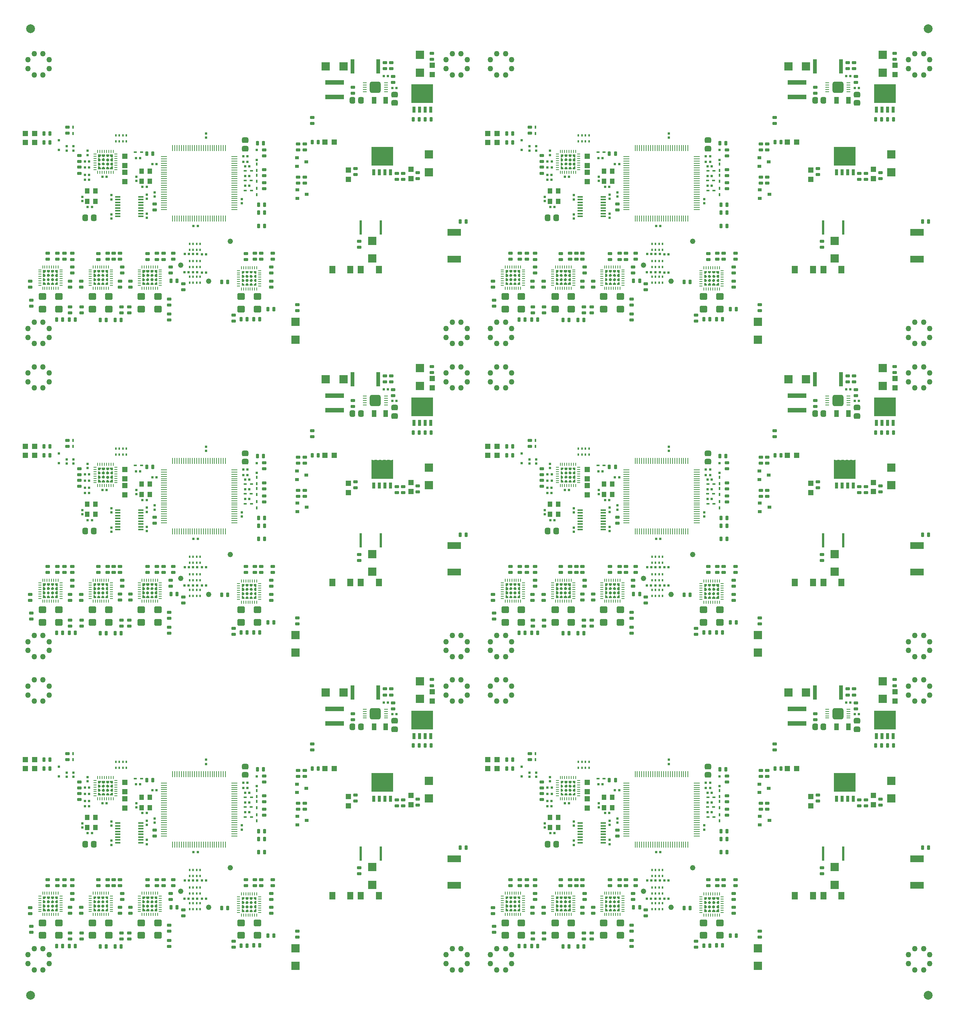
<source format=gtp>
%FSLAX24Y24*%
%MOIN*%
G70*
G01*
G75*
G04 Layer_Color=8421504*
%ADD10C,0.0070*%
G04:AMPARAMS|DCode=11|XSize=78.7mil|YSize=78.7mil|CornerRadius=39.4mil|HoleSize=0mil|Usage=FLASHONLY|Rotation=90.000|XOffset=0mil|YOffset=0mil|HoleType=Round|Shape=RoundedRectangle|*
%AMROUNDEDRECTD11*
21,1,0.0787,0.0000,0,0,90.0*
21,1,0.0000,0.0787,0,0,90.0*
1,1,0.0787,0.0000,0.0000*
1,1,0.0787,0.0000,0.0000*
1,1,0.0787,0.0000,0.0000*
1,1,0.0787,0.0000,0.0000*
%
%ADD11ROUNDEDRECTD11*%
%ADD12C,0.0100*%
%ADD13C,0.0650*%
%ADD14R,0.1970X0.1700*%
%ADD15R,0.0280X0.0560*%
%ADD16R,0.0600X0.0120*%
%ADD17R,0.0120X0.0600*%
G04:AMPARAMS|DCode=18|XSize=11mil|YSize=31.5mil|CornerRadius=4.4mil|HoleSize=0mil|Usage=FLASHONLY|Rotation=180.000|XOffset=0mil|YOffset=0mil|HoleType=Round|Shape=RoundedRectangle|*
%AMROUNDEDRECTD18*
21,1,0.0110,0.0227,0,0,180.0*
21,1,0.0022,0.0315,0,0,180.0*
1,1,0.0088,-0.0011,0.0113*
1,1,0.0088,0.0011,0.0113*
1,1,0.0088,0.0011,-0.0113*
1,1,0.0088,-0.0011,-0.0113*
%
%ADD18ROUNDEDRECTD18*%
G04:AMPARAMS|DCode=19|XSize=11mil|YSize=31.5mil|CornerRadius=4.4mil|HoleSize=0mil|Usage=FLASHONLY|Rotation=270.000|XOffset=0mil|YOffset=0mil|HoleType=Round|Shape=RoundedRectangle|*
%AMROUNDEDRECTD19*
21,1,0.0110,0.0227,0,0,270.0*
21,1,0.0022,0.0315,0,0,270.0*
1,1,0.0088,-0.0113,-0.0011*
1,1,0.0088,-0.0113,0.0011*
1,1,0.0088,0.0113,0.0011*
1,1,0.0088,0.0113,-0.0011*
%
%ADD19ROUNDEDRECTD19*%
%ADD20R,0.1370X0.1370*%
%ADD21R,0.1370X0.1370*%
%ADD22R,0.0236X0.1319*%
G04:AMPARAMS|DCode=23|XSize=40mil|YSize=40mil|CornerRadius=20mil|HoleSize=0mil|Usage=FLASHONLY|Rotation=0.000|XOffset=0mil|YOffset=0mil|HoleType=Round|Shape=RoundedRectangle|*
%AMROUNDEDRECTD23*
21,1,0.0400,0.0000,0,0,0.0*
21,1,0.0000,0.0400,0,0,0.0*
1,1,0.0400,0.0000,0.0000*
1,1,0.0400,0.0000,0.0000*
1,1,0.0400,0.0000,0.0000*
1,1,0.0400,0.0000,0.0000*
%
%ADD23ROUNDEDRECTD23*%
%ADD24R,0.0480X0.0480*%
%ADD25R,0.0480X0.0480*%
%ADD26R,0.0420X0.0520*%
%ADD27R,0.0354X0.1299*%
%ADD28R,0.0240X0.0240*%
%ADD29R,0.1260X0.0630*%
%ADD30R,0.0360X0.0320*%
%ADD31R,0.0280X0.0200*%
%ADD32R,0.0200X0.0280*%
%ADD33R,0.0790X0.0790*%
%ADD34R,0.0790X0.0790*%
%ADD35R,0.0500X0.0150*%
G04:AMPARAMS|DCode=36|XSize=63mil|YSize=71mil|CornerRadius=15.8mil|HoleSize=0mil|Usage=FLASHONLY|Rotation=270.000|XOffset=0mil|YOffset=0mil|HoleType=Round|Shape=RoundedRectangle|*
%AMROUNDEDRECTD36*
21,1,0.0630,0.0395,0,0,270.0*
21,1,0.0315,0.0710,0,0,270.0*
1,1,0.0315,-0.0198,-0.0158*
1,1,0.0315,-0.0198,0.0158*
1,1,0.0315,0.0198,0.0158*
1,1,0.0315,0.0198,-0.0158*
%
%ADD36ROUNDEDRECTD36*%
G04:AMPARAMS|DCode=37|XSize=29.1mil|YSize=39.4mil|CornerRadius=5.8mil|HoleSize=0mil|Usage=FLASHONLY|Rotation=90.000|XOffset=0mil|YOffset=0mil|HoleType=Round|Shape=RoundedRectangle|*
%AMROUNDEDRECTD37*
21,1,0.0291,0.0277,0,0,90.0*
21,1,0.0175,0.0394,0,0,90.0*
1,1,0.0117,0.0139,0.0087*
1,1,0.0117,0.0139,-0.0087*
1,1,0.0117,-0.0139,-0.0087*
1,1,0.0117,-0.0139,0.0087*
%
%ADD37ROUNDEDRECTD37*%
G04:AMPARAMS|DCode=38|XSize=29.1mil|YSize=39.4mil|CornerRadius=5.8mil|HoleSize=0mil|Usage=FLASHONLY|Rotation=180.000|XOffset=0mil|YOffset=0mil|HoleType=Round|Shape=RoundedRectangle|*
%AMROUNDEDRECTD38*
21,1,0.0291,0.0277,0,0,180.0*
21,1,0.0175,0.0394,0,0,180.0*
1,1,0.0117,-0.0087,0.0139*
1,1,0.0117,0.0087,0.0139*
1,1,0.0117,0.0087,-0.0139*
1,1,0.0117,-0.0087,-0.0139*
%
%ADD38ROUNDEDRECTD38*%
G04:AMPARAMS|DCode=39|XSize=22mil|YSize=24mil|CornerRadius=4.4mil|HoleSize=0mil|Usage=FLASHONLY|Rotation=0.000|XOffset=0mil|YOffset=0mil|HoleType=Round|Shape=RoundedRectangle|*
%AMROUNDEDRECTD39*
21,1,0.0220,0.0152,0,0,0.0*
21,1,0.0132,0.0240,0,0,0.0*
1,1,0.0088,0.0066,-0.0076*
1,1,0.0088,-0.0066,-0.0076*
1,1,0.0088,-0.0066,0.0076*
1,1,0.0088,0.0066,0.0076*
%
%ADD39ROUNDEDRECTD39*%
G04:AMPARAMS|DCode=40|XSize=22mil|YSize=24mil|CornerRadius=4.4mil|HoleSize=0mil|Usage=FLASHONLY|Rotation=270.000|XOffset=0mil|YOffset=0mil|HoleType=Round|Shape=RoundedRectangle|*
%AMROUNDEDRECTD40*
21,1,0.0220,0.0152,0,0,270.0*
21,1,0.0132,0.0240,0,0,270.0*
1,1,0.0088,-0.0076,-0.0066*
1,1,0.0088,-0.0076,0.0066*
1,1,0.0088,0.0076,0.0066*
1,1,0.0088,0.0076,-0.0066*
%
%ADD40ROUNDEDRECTD40*%
%ADD41R,0.0543X0.0709*%
%ADD42R,0.0200X0.0260*%
%ADD43R,0.0433X0.0669*%
G04:AMPARAMS|DCode=44|XSize=52mil|YSize=60mil|CornerRadius=13mil|HoleSize=0mil|Usage=FLASHONLY|Rotation=180.000|XOffset=0mil|YOffset=0mil|HoleType=Round|Shape=RoundedRectangle|*
%AMROUNDEDRECTD44*
21,1,0.0520,0.0340,0,0,180.0*
21,1,0.0260,0.0600,0,0,180.0*
1,1,0.0260,-0.0130,0.0170*
1,1,0.0260,0.0130,0.0170*
1,1,0.0260,0.0130,-0.0170*
1,1,0.0260,-0.0130,-0.0170*
%
%ADD44ROUNDEDRECTD44*%
G04:AMPARAMS|DCode=45|XSize=52mil|YSize=60mil|CornerRadius=13mil|HoleSize=0mil|Usage=FLASHONLY|Rotation=270.000|XOffset=0mil|YOffset=0mil|HoleType=Round|Shape=RoundedRectangle|*
%AMROUNDEDRECTD45*
21,1,0.0520,0.0340,0,0,270.0*
21,1,0.0260,0.0600,0,0,270.0*
1,1,0.0260,-0.0170,-0.0130*
1,1,0.0260,-0.0170,0.0130*
1,1,0.0260,0.0170,0.0130*
1,1,0.0260,0.0170,-0.0130*
%
%ADD45ROUNDEDRECTD45*%
%ADD46R,0.1673X0.0465*%
G04:AMPARAMS|DCode=47|XSize=50mil|YSize=50mil|CornerRadius=25mil|HoleSize=0mil|Usage=FLASHONLY|Rotation=90.000|XOffset=0mil|YOffset=0mil|HoleType=Round|Shape=RoundedRectangle|*
%AMROUNDEDRECTD47*
21,1,0.0500,0.0000,0,0,90.0*
21,1,0.0000,0.0500,0,0,90.0*
1,1,0.0500,0.0000,0.0000*
1,1,0.0500,0.0000,0.0000*
1,1,0.0500,0.0000,0.0000*
1,1,0.0500,0.0000,0.0000*
%
%ADD47ROUNDEDRECTD47*%
%ADD48C,0.0600*%
G04:AMPARAMS|DCode=49|XSize=105mil|YSize=105mil|CornerRadius=26.3mil|HoleSize=0mil|Usage=FLASHONLY|Rotation=180.000|XOffset=0mil|YOffset=0mil|HoleType=Round|Shape=RoundedRectangle|*
%AMROUNDEDRECTD49*
21,1,0.1050,0.0525,0,0,180.0*
21,1,0.0525,0.1050,0,0,180.0*
1,1,0.0525,-0.0263,0.0263*
1,1,0.0525,0.0263,0.0263*
1,1,0.0525,0.0263,-0.0263*
1,1,0.0525,-0.0263,-0.0263*
%
%ADD49ROUNDEDRECTD49*%
%ADD50R,0.0402X0.0118*%
%ADD51C,0.0500*%
%ADD52C,0.0240*%
%ADD53C,0.0080*%
%ADD54C,0.0200*%
%ADD55C,0.0320*%
%ADD56C,0.0120*%
%ADD57C,0.0600*%
%ADD58C,0.0400*%
%ADD59C,0.0250*%
%ADD60C,0.0160*%
%ADD61R,0.1299X0.1063*%
%ADD62R,0.1575X0.0984*%
%ADD63R,0.1929X0.1457*%
%ADD64R,0.0551X0.0472*%
%ADD65O,0.0540X0.0360*%
%ADD66C,0.0360*%
%ADD67O,0.0600X0.1200*%
%ADD68P,0.0758X8X292.5*%
%ADD69C,0.1000*%
%ADD70O,0.1200X0.0600*%
%ADD71O,0.1024X0.0591*%
%ADD72C,0.0591*%
%ADD73R,0.0591X0.0591*%
%ADD74C,0.1305*%
%ADD75C,0.0540*%
%ADD76O,0.1650X0.0825*%
%ADD77O,0.0825X0.1650*%
%ADD78P,0.0909X8X112.5*%
%ADD79C,0.0840*%
%ADD80P,0.0909X8X22.5*%
G04:AMPARAMS|DCode=81|XSize=133.9mil|YSize=200mil|CornerRadius=0mil|HoleSize=0mil|Usage=FLASHONLY|Rotation=270.000|XOffset=0mil|YOffset=0mil|HoleType=Round|Shape=Octagon|*
%AMOCTAGOND81*
4,1,8,0.1000,0.0335,0.1000,-0.0335,0.0665,-0.0669,-0.0665,-0.0669,-0.1000,-0.0335,-0.1000,0.0335,-0.0665,0.0669,0.0665,0.0669,0.1000,0.0335,0.0*
%
%ADD81OCTAGOND81*%

G04:AMPARAMS|DCode=82|XSize=140mil|YSize=200mil|CornerRadius=0mil|HoleSize=0mil|Usage=FLASHONLY|Rotation=270.000|XOffset=0mil|YOffset=0mil|HoleType=Round|Shape=Octagon|*
%AMOCTAGOND82*
4,1,8,0.1000,0.0350,0.1000,-0.0350,0.0650,-0.0700,-0.0650,-0.0700,-0.1000,-0.0350,-0.1000,0.0350,-0.0650,0.0700,0.0650,0.0700,0.1000,0.0350,0.0*
%
%ADD82OCTAGOND82*%

%ADD83P,0.0671X8X22.5*%
%ADD84C,0.0800*%
%ADD85C,0.0300*%
%ADD86C,0.0500*%
%ADD87C,0.0400*%
%ADD88C,0.0320*%
%ADD89C,0.1581*%
%ADD90C,0.0460*%
G04:AMPARAMS|DCode=91|XSize=82mil|YSize=82mil|CornerRadius=0mil|HoleSize=0mil|Usage=FLASHONLY|Rotation=0.000|XOffset=0mil|YOffset=0mil|HoleType=Round|Shape=Relief|Width=10mil|Gap=10mil|Entries=4|*
%AMTHD91*
7,0,0,0.0820,0.0620,0.0100,45*
%
%ADD91THD91*%
%ADD92C,0.0640*%
G04:AMPARAMS|DCode=93|XSize=100mil|YSize=100mil|CornerRadius=0mil|HoleSize=0mil|Usage=FLASHONLY|Rotation=0.000|XOffset=0mil|YOffset=0mil|HoleType=Round|Shape=Relief|Width=10mil|Gap=10mil|Entries=4|*
%AMTHD93*
7,0,0,0.1000,0.0800,0.0100,45*
%
%ADD93THD93*%
%ADD94C,0.0830*%
%ADD95C,0.0594*%
G04:AMPARAMS|DCode=96|XSize=95.433mil|YSize=95.433mil|CornerRadius=0mil|HoleSize=0mil|Usage=FLASHONLY|Rotation=0.000|XOffset=0mil|YOffset=0mil|HoleType=Round|Shape=Relief|Width=10mil|Gap=10mil|Entries=4|*
%AMTHD96*
7,0,0,0.0954,0.0754,0.0100,45*
%
%ADD96THD96*%
%ADD97C,0.1110*%
G04:AMPARAMS|DCode=98|XSize=98mil|YSize=98mil|CornerRadius=0mil|HoleSize=0mil|Usage=FLASHONLY|Rotation=0.000|XOffset=0mil|YOffset=0mil|HoleType=Round|Shape=Relief|Width=10mil|Gap=10mil|Entries=4|*
%AMTHD98*
7,0,0,0.0980,0.0780,0.0100,45*
%
%ADD98THD98*%
%ADD99C,0.0620*%
%ADD100C,0.0790*%
G04:AMPARAMS|DCode=101|XSize=115mil|YSize=115mil|CornerRadius=0mil|HoleSize=0mil|Usage=FLASHONLY|Rotation=0.000|XOffset=0mil|YOffset=0mil|HoleType=Round|Shape=Relief|Width=10mil|Gap=10mil|Entries=4|*
%AMTHD101*
7,0,0,0.1150,0.0950,0.0100,45*
%
%ADD101THD101*%
%ADD102C,0.1240*%
%ADD103C,0.0390*%
%ADD104C,0.1421*%
%ADD105C,0.0520*%
%ADD106C,0.1400*%
%ADD107C,0.0800*%
%ADD108C,0.1040*%
%ADD109C,0.1300*%
%ADD110R,0.4094X0.4331*%
%ADD111R,0.3425X0.4284*%
%ADD112R,0.3583X0.4284*%
%ADD113R,0.3622X0.4331*%
G04:AMPARAMS|DCode=114|XSize=46mil|YSize=63mil|CornerRadius=11.5mil|HoleSize=0mil|Usage=FLASHONLY|Rotation=270.000|XOffset=0mil|YOffset=0mil|HoleType=Round|Shape=RoundedRectangle|*
%AMROUNDEDRECTD114*
21,1,0.0460,0.0400,0,0,270.0*
21,1,0.0230,0.0630,0,0,270.0*
1,1,0.0230,-0.0200,-0.0115*
1,1,0.0230,-0.0200,0.0115*
1,1,0.0230,0.0200,0.0115*
1,1,0.0230,0.0200,-0.0115*
%
%ADD114ROUNDEDRECTD114*%
G04:AMPARAMS|DCode=115|XSize=50mil|YSize=50mil|CornerRadius=25mil|HoleSize=0mil|Usage=FLASHONLY|Rotation=0.000|XOffset=0mil|YOffset=0mil|HoleType=Round|Shape=RoundedRectangle|*
%AMROUNDEDRECTD115*
21,1,0.0500,0.0000,0,0,0.0*
21,1,0.0000,0.0500,0,0,0.0*
1,1,0.0500,0.0000,0.0000*
1,1,0.0500,0.0000,0.0000*
1,1,0.0500,0.0000,0.0000*
1,1,0.0500,0.0000,0.0000*
%
%ADD115ROUNDEDRECTD115*%
%ADD116C,0.0098*%
%ADD117C,0.0050*%
%ADD118C,0.0000*%
%ADD119C,0.0060*%
%ADD120C,0.0079*%
%ADD121C,0.0040*%
%ADD122R,0.0120X0.0059*%
%ADD123R,0.0120X0.0060*%
%ADD124R,0.0120X0.0119*%
%ADD125R,0.0059X0.0120*%
%ADD126R,0.0060X0.0120*%
%ADD127R,0.0119X0.0120*%
%ADD128R,0.2450X0.0492*%
%ADD129R,0.0879X0.0295*%
%ADD130R,0.0295X0.0879*%
%ADD131R,0.1950X0.1680*%
%ADD132R,0.0260X0.0540*%
%ADD133R,0.0580X0.0100*%
%ADD134R,0.0100X0.0580*%
G04:AMPARAMS|DCode=135|XSize=9mil|YSize=29.5mil|CornerRadius=3.4mil|HoleSize=0mil|Usage=FLASHONLY|Rotation=180.000|XOffset=0mil|YOffset=0mil|HoleType=Round|Shape=RoundedRectangle|*
%AMROUNDEDRECTD135*
21,1,0.0090,0.0227,0,0,180.0*
21,1,0.0022,0.0295,0,0,180.0*
1,1,0.0068,-0.0011,0.0113*
1,1,0.0068,0.0011,0.0113*
1,1,0.0068,0.0011,-0.0113*
1,1,0.0068,-0.0011,-0.0113*
%
%ADD135ROUNDEDRECTD135*%
G04:AMPARAMS|DCode=136|XSize=9mil|YSize=29.5mil|CornerRadius=3.4mil|HoleSize=0mil|Usage=FLASHONLY|Rotation=270.000|XOffset=0mil|YOffset=0mil|HoleType=Round|Shape=RoundedRectangle|*
%AMROUNDEDRECTD136*
21,1,0.0090,0.0227,0,0,270.0*
21,1,0.0022,0.0295,0,0,270.0*
1,1,0.0068,-0.0113,-0.0011*
1,1,0.0068,-0.0113,0.0011*
1,1,0.0068,0.0113,0.0011*
1,1,0.0068,0.0113,-0.0011*
%
%ADD136ROUNDEDRECTD136*%
%ADD137R,0.0216X0.1299*%
%ADD138R,0.0460X0.0460*%
%ADD139R,0.0460X0.0460*%
%ADD140R,0.0400X0.0500*%
%ADD141R,0.0334X0.1279*%
%ADD142R,0.0220X0.0220*%
%ADD143R,0.1240X0.0610*%
%ADD144R,0.0340X0.0300*%
%ADD145R,0.0260X0.0180*%
%ADD146R,0.0180X0.0260*%
%ADD147R,0.0770X0.0770*%
%ADD148R,0.0770X0.0770*%
%ADD149R,0.0480X0.0130*%
G04:AMPARAMS|DCode=150|XSize=61mil|YSize=69mil|CornerRadius=14.8mil|HoleSize=0mil|Usage=FLASHONLY|Rotation=270.000|XOffset=0mil|YOffset=0mil|HoleType=Round|Shape=RoundedRectangle|*
%AMROUNDEDRECTD150*
21,1,0.0610,0.0395,0,0,270.0*
21,1,0.0315,0.0690,0,0,270.0*
1,1,0.0295,-0.0198,-0.0158*
1,1,0.0295,-0.0198,0.0158*
1,1,0.0295,0.0198,0.0158*
1,1,0.0295,0.0198,-0.0158*
%
%ADD150ROUNDEDRECTD150*%
G04:AMPARAMS|DCode=151|XSize=27.1mil|YSize=37.4mil|CornerRadius=4.8mil|HoleSize=0mil|Usage=FLASHONLY|Rotation=90.000|XOffset=0mil|YOffset=0mil|HoleType=Round|Shape=RoundedRectangle|*
%AMROUNDEDRECTD151*
21,1,0.0271,0.0277,0,0,90.0*
21,1,0.0175,0.0374,0,0,90.0*
1,1,0.0097,0.0139,0.0087*
1,1,0.0097,0.0139,-0.0087*
1,1,0.0097,-0.0139,-0.0087*
1,1,0.0097,-0.0139,0.0087*
%
%ADD151ROUNDEDRECTD151*%
G04:AMPARAMS|DCode=152|XSize=27.1mil|YSize=37.4mil|CornerRadius=4.8mil|HoleSize=0mil|Usage=FLASHONLY|Rotation=180.000|XOffset=0mil|YOffset=0mil|HoleType=Round|Shape=RoundedRectangle|*
%AMROUNDEDRECTD152*
21,1,0.0271,0.0277,0,0,180.0*
21,1,0.0175,0.0374,0,0,180.0*
1,1,0.0097,-0.0087,0.0139*
1,1,0.0097,0.0087,0.0139*
1,1,0.0097,0.0087,-0.0139*
1,1,0.0097,-0.0087,-0.0139*
%
%ADD152ROUNDEDRECTD152*%
G04:AMPARAMS|DCode=153|XSize=20mil|YSize=22mil|CornerRadius=3.4mil|HoleSize=0mil|Usage=FLASHONLY|Rotation=0.000|XOffset=0mil|YOffset=0mil|HoleType=Round|Shape=RoundedRectangle|*
%AMROUNDEDRECTD153*
21,1,0.0200,0.0152,0,0,0.0*
21,1,0.0132,0.0220,0,0,0.0*
1,1,0.0068,0.0066,-0.0076*
1,1,0.0068,-0.0066,-0.0076*
1,1,0.0068,-0.0066,0.0076*
1,1,0.0068,0.0066,0.0076*
%
%ADD153ROUNDEDRECTD153*%
G04:AMPARAMS|DCode=154|XSize=20mil|YSize=22mil|CornerRadius=3.4mil|HoleSize=0mil|Usage=FLASHONLY|Rotation=270.000|XOffset=0mil|YOffset=0mil|HoleType=Round|Shape=RoundedRectangle|*
%AMROUNDEDRECTD154*
21,1,0.0200,0.0152,0,0,270.0*
21,1,0.0132,0.0220,0,0,270.0*
1,1,0.0068,-0.0076,-0.0066*
1,1,0.0068,-0.0076,0.0066*
1,1,0.0068,0.0076,0.0066*
1,1,0.0068,0.0076,-0.0066*
%
%ADD154ROUNDEDRECTD154*%
%ADD155R,0.0523X0.0689*%
%ADD156R,0.0180X0.0240*%
%ADD157R,0.0413X0.0649*%
G04:AMPARAMS|DCode=158|XSize=50mil|YSize=58mil|CornerRadius=12mil|HoleSize=0mil|Usage=FLASHONLY|Rotation=180.000|XOffset=0mil|YOffset=0mil|HoleType=Round|Shape=RoundedRectangle|*
%AMROUNDEDRECTD158*
21,1,0.0500,0.0340,0,0,180.0*
21,1,0.0260,0.0580,0,0,180.0*
1,1,0.0240,-0.0130,0.0170*
1,1,0.0240,0.0130,0.0170*
1,1,0.0240,0.0130,-0.0170*
1,1,0.0240,-0.0130,-0.0170*
%
%ADD158ROUNDEDRECTD158*%
G04:AMPARAMS|DCode=159|XSize=50mil|YSize=58mil|CornerRadius=12mil|HoleSize=0mil|Usage=FLASHONLY|Rotation=270.000|XOffset=0mil|YOffset=0mil|HoleType=Round|Shape=RoundedRectangle|*
%AMROUNDEDRECTD159*
21,1,0.0500,0.0340,0,0,270.0*
21,1,0.0260,0.0580,0,0,270.0*
1,1,0.0240,-0.0170,-0.0130*
1,1,0.0240,-0.0170,0.0130*
1,1,0.0240,0.0170,0.0130*
1,1,0.0240,0.0170,-0.0130*
%
%ADD159ROUNDEDRECTD159*%
%ADD160R,0.1653X0.0445*%
G04:AMPARAMS|DCode=161|XSize=48mil|YSize=48mil|CornerRadius=24mil|HoleSize=0mil|Usage=FLASHONLY|Rotation=90.000|XOffset=0mil|YOffset=0mil|HoleType=Round|Shape=RoundedRectangle|*
%AMROUNDEDRECTD161*
21,1,0.0480,0.0000,0,0,90.0*
21,1,0.0000,0.0480,0,0,90.0*
1,1,0.0480,0.0000,0.0000*
1,1,0.0480,0.0000,0.0000*
1,1,0.0480,0.0000,0.0000*
1,1,0.0480,0.0000,0.0000*
%
%ADD161ROUNDEDRECTD161*%
G04:AMPARAMS|DCode=162|XSize=103mil|YSize=103mil|CornerRadius=25.3mil|HoleSize=0mil|Usage=FLASHONLY|Rotation=180.000|XOffset=0mil|YOffset=0mil|HoleType=Round|Shape=RoundedRectangle|*
%AMROUNDEDRECTD162*
21,1,0.1030,0.0525,0,0,180.0*
21,1,0.0525,0.1030,0,0,180.0*
1,1,0.0505,-0.0263,0.0263*
1,1,0.0505,0.0263,0.0263*
1,1,0.0505,0.0263,-0.0263*
1,1,0.0505,-0.0263,-0.0263*
%
%ADD162ROUNDEDRECTD162*%
%ADD163R,0.0382X0.0098*%
G36*
X33278Y18709D02*
X33149D01*
X33051Y18808D01*
Y18890D01*
X33144Y18984D01*
X33278D01*
Y18709D01*
D02*
G37*
G36*
X32185Y18885D02*
Y18804D01*
X32092Y18709D01*
X31959D01*
Y18984D01*
X32088D01*
X32185Y18885D01*
D02*
G37*
G36*
X24397Y18404D02*
X24268D01*
X24171Y18503D01*
Y18585D01*
X24264Y18679D01*
X24397D01*
Y18404D01*
D02*
G37*
G36*
X14409Y18954D02*
Y18873D01*
X14316Y18778D01*
X14183D01*
Y19053D01*
X14312D01*
X14409Y18954D01*
D02*
G37*
G36*
X32943Y18886D02*
Y18807D01*
X32854Y18719D01*
X32756D01*
X32677Y18797D01*
Y18896D01*
X32766Y18984D01*
X32844D01*
X32943Y18886D01*
D02*
G37*
G36*
X32569D02*
Y18807D01*
X32480Y18719D01*
X32382D01*
X32303Y18797D01*
Y18896D01*
X32392Y18984D01*
X32470D01*
X32569Y18886D01*
D02*
G37*
G36*
X20011Y18404D02*
X19882D01*
X19785Y18503D01*
Y18585D01*
X19878Y18679D01*
X20011D01*
Y18404D01*
D02*
G37*
G36*
X19667Y18591D02*
Y18492D01*
X19578Y18404D01*
X19499D01*
X19401Y18502D01*
Y18581D01*
X19489Y18670D01*
X19588D01*
X19667Y18591D01*
D02*
G37*
G36*
X19293D02*
Y18492D01*
X19204Y18404D01*
X19125D01*
X19027Y18502D01*
Y18581D01*
X19115Y18670D01*
X19214D01*
X19293Y18591D01*
D02*
G37*
G36*
X24053D02*
Y18492D01*
X23964Y18404D01*
X23885D01*
X23787Y18502D01*
Y18581D01*
X23876Y18670D01*
X23974D01*
X24053Y18591D01*
D02*
G37*
G36*
X23679D02*
Y18492D01*
X23590Y18404D01*
X23511D01*
X23413Y18502D01*
Y18581D01*
X23502Y18670D01*
X23600D01*
X23679Y18591D01*
D02*
G37*
G36*
X23305Y18580D02*
Y18499D01*
X23211Y18404D01*
X23078D01*
Y18679D01*
X23207D01*
X23305Y18580D01*
D02*
G37*
G36*
X15502Y18778D02*
X15373D01*
X15276Y18877D01*
Y18959D01*
X15369Y19053D01*
X15502D01*
Y18778D01*
D02*
G37*
G36*
X23689Y18955D02*
Y18876D01*
X23600Y18788D01*
X23502D01*
X23423Y18866D01*
Y18965D01*
X23511Y19053D01*
X23590D01*
X23689Y18955D01*
D02*
G37*
G36*
X19676D02*
Y18876D01*
X19588Y18788D01*
X19489D01*
X19411Y18866D01*
Y18965D01*
X19499Y19053D01*
X19578D01*
X19676Y18955D01*
D02*
G37*
G36*
X19302D02*
Y18876D01*
X19214Y18788D01*
X19115D01*
X19037Y18866D01*
Y18965D01*
X19125Y19053D01*
X19204D01*
X19302Y18955D01*
D02*
G37*
G36*
X33278Y19073D02*
X33159D01*
X33031Y19201D01*
Y19319D01*
X33278D01*
Y19073D01*
D02*
G37*
G36*
X32205Y19201D02*
X32077Y19073D01*
X31959D01*
Y19319D01*
X32205D01*
Y19201D01*
D02*
G37*
G36*
X24063Y18955D02*
Y18876D01*
X23974Y18788D01*
X23876D01*
X23797Y18866D01*
Y18965D01*
X23885Y19053D01*
X23964D01*
X24063Y18955D01*
D02*
G37*
G36*
X23305Y18954D02*
Y18873D01*
X23211Y18778D01*
X23078D01*
Y19053D01*
X23207D01*
X23305Y18954D01*
D02*
G37*
G36*
X20011Y18778D02*
X19882D01*
X19785Y18877D01*
Y18959D01*
X19878Y19053D01*
X20011D01*
Y18778D01*
D02*
G37*
G36*
X18918Y18954D02*
Y18873D01*
X18825Y18778D01*
X18692D01*
Y19053D01*
X18821D01*
X18918Y18954D01*
D02*
G37*
G36*
X15167Y18955D02*
Y18876D01*
X15079Y18788D01*
X14980D01*
X14902Y18866D01*
Y18965D01*
X14990Y19053D01*
X15069D01*
X15167Y18955D01*
D02*
G37*
G36*
X14793D02*
Y18876D01*
X14705Y18788D01*
X14606D01*
X14528Y18866D01*
Y18965D01*
X14616Y19053D01*
X14695D01*
X14793Y18955D01*
D02*
G37*
G36*
X24397Y18778D02*
X24268D01*
X24171Y18877D01*
Y18959D01*
X24264Y19053D01*
X24397D01*
Y18778D01*
D02*
G37*
G36*
X18938Y18187D02*
Y18069D01*
X18692D01*
Y18315D01*
X18810D01*
X18938Y18187D01*
D02*
G37*
G36*
X15502Y18069D02*
X15256D01*
Y18187D01*
X15384Y18315D01*
X15502D01*
Y18069D01*
D02*
G37*
G36*
X15167Y18202D02*
Y18069D01*
X14892D01*
Y18198D01*
X14991Y18296D01*
X15073D01*
X15167Y18202D01*
D02*
G37*
G36*
X20011Y18069D02*
X19765D01*
Y18187D01*
X19893Y18315D01*
X20011D01*
Y18069D01*
D02*
G37*
G36*
X19676Y18202D02*
Y18069D01*
X19401D01*
Y18198D01*
X19500Y18296D01*
X19582D01*
X19676Y18202D01*
D02*
G37*
G36*
X19302Y18207D02*
Y18069D01*
X19027D01*
Y18197D01*
X19125Y18296D01*
X19214D01*
X19302Y18207D01*
D02*
G37*
G36*
X32943Y18133D02*
Y18000D01*
X32667D01*
Y18129D01*
X32766Y18227D01*
X32848D01*
X32943Y18133D01*
D02*
G37*
G36*
X32569Y18138D02*
Y18000D01*
X32293D01*
Y18128D01*
X32392Y18227D01*
X32480D01*
X32569Y18138D01*
D02*
G37*
G36*
X32205Y18118D02*
Y18000D01*
X31959D01*
Y18246D01*
X32077D01*
X32205Y18118D01*
D02*
G37*
G36*
X14793Y18207D02*
Y18069D01*
X14518D01*
Y18197D01*
X14616Y18296D01*
X14705D01*
X14793Y18207D01*
D02*
G37*
G36*
X14429Y18187D02*
Y18069D01*
X14183D01*
Y18315D01*
X14301D01*
X14429Y18187D01*
D02*
G37*
G36*
X33278Y18000D02*
X33031D01*
Y18118D01*
X33159Y18246D01*
X33278D01*
Y18000D01*
D02*
G37*
G36*
X23324Y18187D02*
Y18069D01*
X23078D01*
Y18315D01*
X23196D01*
X23324Y18187D01*
D02*
G37*
G36*
X14783Y18591D02*
Y18492D01*
X14695Y18404D01*
X14616D01*
X14518Y18502D01*
Y18581D01*
X14606Y18670D01*
X14705D01*
X14783Y18591D01*
D02*
G37*
G36*
X14409Y18580D02*
Y18499D01*
X14316Y18404D01*
X14183D01*
Y18679D01*
X14312D01*
X14409Y18580D01*
D02*
G37*
G36*
X33278Y18335D02*
X33149D01*
X33051Y18434D01*
Y18516D01*
X33144Y18610D01*
X33278D01*
Y18335D01*
D02*
G37*
G36*
X18918Y18580D02*
Y18499D01*
X18825Y18404D01*
X18692D01*
Y18679D01*
X18821D01*
X18918Y18580D01*
D02*
G37*
G36*
X15502Y18404D02*
X15373D01*
X15276Y18503D01*
Y18585D01*
X15369Y18679D01*
X15502D01*
Y18404D01*
D02*
G37*
G36*
X15157Y18591D02*
Y18492D01*
X15069Y18404D01*
X14990D01*
X14892Y18502D01*
Y18581D01*
X14980Y18670D01*
X15079D01*
X15157Y18591D01*
D02*
G37*
G36*
X24397Y18069D02*
X24151D01*
Y18187D01*
X24279Y18315D01*
X24397D01*
Y18069D01*
D02*
G37*
G36*
X24063Y18202D02*
Y18069D01*
X23787D01*
Y18198D01*
X23886Y18296D01*
X23968D01*
X24063Y18202D01*
D02*
G37*
G36*
X23689Y18207D02*
Y18069D01*
X23413D01*
Y18197D01*
X23511Y18296D01*
X23600D01*
X23689Y18207D01*
D02*
G37*
G36*
X32933Y18522D02*
Y18423D01*
X32844Y18335D01*
X32766D01*
X32667Y18433D01*
Y18512D01*
X32756Y18601D01*
X32854D01*
X32933Y18522D01*
D02*
G37*
G36*
X32559D02*
Y18423D01*
X32470Y18335D01*
X32392D01*
X32293Y18433D01*
Y18512D01*
X32382Y18601D01*
X32480D01*
X32559Y18522D01*
D02*
G37*
G36*
X32185Y18511D02*
Y18430D01*
X32092Y18335D01*
X31959D01*
Y18610D01*
X32088D01*
X32185Y18511D01*
D02*
G37*
G36*
X20093Y29599D02*
X19994Y29502D01*
X19913D01*
X19818Y29595D01*
Y29728D01*
X20093D01*
Y29599D01*
D02*
G37*
G36*
X19719D02*
X19620Y29502D01*
X19539D01*
X19444Y29595D01*
Y29728D01*
X19719D01*
Y29599D01*
D02*
G37*
G36*
X20428Y29482D02*
X20310D01*
X20182Y29610D01*
Y29728D01*
X20428D01*
Y29482D01*
D02*
G37*
G36*
X44071Y30164D02*
X44035Y30134D01*
X43886D01*
X43846Y30174D01*
Y30414D01*
X44071D01*
Y30164D01*
D02*
G37*
G36*
X45498Y29894D02*
X45398D01*
Y30414D01*
X45498D01*
Y29894D01*
D02*
G37*
G36*
X43677D02*
X43567D01*
Y30414D01*
X43677D01*
Y29894D01*
D02*
G37*
G36*
X20093Y29295D02*
Y29216D01*
X19995Y29118D01*
X19916D01*
X19828Y29206D01*
Y29305D01*
X19906Y29383D01*
X20005D01*
X20093Y29295D01*
D02*
G37*
G36*
X19335Y29295D02*
Y29206D01*
X19247Y29118D01*
X19109D01*
Y29393D01*
X19237D01*
X19335Y29295D01*
D02*
G37*
G36*
X45128Y28756D02*
X44998D01*
Y28803D01*
X45038Y28846D01*
X45128D01*
Y28756D01*
D02*
G37*
G36*
X19355Y29610D02*
X19227Y29482D01*
X19109D01*
Y29728D01*
X19355D01*
Y29610D01*
D02*
G37*
G36*
X19709Y29305D02*
Y29206D01*
X19631Y29128D01*
X19532D01*
X19444Y29216D01*
Y29295D01*
X19542Y29393D01*
X19621D01*
X19709Y29305D01*
D02*
G37*
G36*
X20428Y29118D02*
X20299D01*
X20202Y29217D01*
Y29299D01*
X20295Y29393D01*
X20428D01*
Y29118D01*
D02*
G37*
G36*
X44449Y30164D02*
X44413Y30134D01*
X44264D01*
X44224Y30174D01*
Y30414D01*
X44449D01*
Y30164D01*
D02*
G37*
G36*
X47654Y35754D02*
X47618Y35724D01*
X47469D01*
X47429Y35764D01*
Y36004D01*
X47654D01*
Y35754D01*
D02*
G37*
G36*
X49080Y35484D02*
X48980D01*
Y36004D01*
X49080D01*
Y35484D01*
D02*
G37*
G36*
X47260D02*
X47150D01*
Y36004D01*
X47260D01*
Y35484D01*
D02*
G37*
G36*
X48780Y35764D02*
X48750Y35724D01*
X48600D01*
X48560Y35764D01*
Y36004D01*
X48780D01*
Y35764D01*
D02*
G37*
G36*
X48410D02*
X48370Y35724D01*
X48230D01*
X48190Y35764D01*
Y36004D01*
X48410D01*
Y35764D01*
D02*
G37*
G36*
X48032Y35754D02*
X47996Y35724D01*
X47846D01*
X47807Y35764D01*
Y36004D01*
X48032D01*
Y35754D01*
D02*
G37*
G36*
X47657Y34394D02*
Y34346D01*
X47516D01*
Y34437D01*
X47614D01*
X47657Y34394D01*
D02*
G37*
G36*
X45198Y30174D02*
X45168Y30134D01*
X45018D01*
X44978Y30174D01*
Y30414D01*
X45198D01*
Y30174D01*
D02*
G37*
G36*
X44828D02*
X44788Y30134D01*
X44648D01*
X44608Y30174D01*
Y30414D01*
X44828D01*
Y30174D01*
D02*
G37*
G36*
X48710Y34346D02*
X48580D01*
Y34394D01*
X48620Y34437D01*
X48710D01*
Y34346D01*
D02*
G37*
G36*
X48410Y34398D02*
Y34346D01*
X48200D01*
Y34398D01*
X48240Y34433D01*
X48380D01*
X48410Y34398D01*
D02*
G37*
G36*
X48032D02*
Y34346D01*
X47819D01*
Y34398D01*
X47854Y34433D01*
X47996D01*
X48032Y34398D01*
D02*
G37*
G36*
X14793Y19259D02*
X14694Y19162D01*
X14613D01*
X14518Y19255D01*
Y19388D01*
X14793D01*
Y19259D01*
D02*
G37*
G36*
X24397Y19142D02*
X24279D01*
X24151Y19270D01*
Y19388D01*
X24397D01*
Y19142D01*
D02*
G37*
G36*
X23324Y19270D02*
X23196Y19142D01*
X23078D01*
Y19388D01*
X23324D01*
Y19270D01*
D02*
G37*
G36*
X19676Y19260D02*
X19578Y19162D01*
X19489D01*
X19401Y19250D01*
Y19388D01*
X19676D01*
Y19260D01*
D02*
G37*
G36*
X19302Y19259D02*
X19203Y19162D01*
X19122D01*
X19027Y19255D01*
Y19388D01*
X19302D01*
Y19259D01*
D02*
G37*
G36*
X15167Y19260D02*
X15069Y19162D01*
X14980D01*
X14892Y19250D01*
Y19388D01*
X15167D01*
Y19260D01*
D02*
G37*
G36*
X14429Y19270D02*
X14301Y19142D01*
X14183D01*
Y19388D01*
X14429D01*
Y19270D01*
D02*
G37*
G36*
X32943Y19191D02*
X32844Y19093D01*
X32756D01*
X32667Y19181D01*
Y19319D01*
X32943D01*
Y19191D01*
D02*
G37*
G36*
X32569Y19190D02*
X32470Y19093D01*
X32388D01*
X32293Y19186D01*
Y19319D01*
X32569D01*
Y19190D01*
D02*
G37*
G36*
X20011Y19142D02*
X19893D01*
X19765Y19270D01*
Y19388D01*
X20011D01*
Y19142D01*
D02*
G37*
G36*
X18938Y19270D02*
X18810Y19142D01*
X18692D01*
Y19388D01*
X18938D01*
Y19270D01*
D02*
G37*
G36*
X15502Y19142D02*
X15384D01*
X15256Y19270D01*
Y19388D01*
X15502D01*
Y19142D01*
D02*
G37*
G36*
X23689Y19259D02*
X23590Y19162D01*
X23508D01*
X23413Y19255D01*
Y19388D01*
X23689D01*
Y19259D01*
D02*
G37*
G36*
X19709Y28931D02*
Y28832D01*
X19631Y28754D01*
X19532D01*
X19444Y28842D01*
Y28921D01*
X19542Y29019D01*
X19621D01*
X19709Y28931D01*
D02*
G37*
G36*
X20428Y28744D02*
X20300D01*
X20202Y28842D01*
Y28931D01*
X20290Y29019D01*
X20428D01*
Y28744D01*
D02*
G37*
G36*
X20093Y28921D02*
Y28842D01*
X19995Y28744D01*
X19916D01*
X19828Y28832D01*
Y28931D01*
X19906Y29009D01*
X20005D01*
X20093Y28921D01*
D02*
G37*
G36*
X44828Y28807D02*
Y28756D01*
X44618D01*
Y28807D01*
X44658Y28843D01*
X44798D01*
X44828Y28807D01*
D02*
G37*
G36*
X44449D02*
Y28756D01*
X44236D01*
Y28807D01*
X44272Y28843D01*
X44413D01*
X44449Y28807D01*
D02*
G37*
G36*
X44075Y28803D02*
Y28756D01*
X43933D01*
Y28846D01*
X44032D01*
X44075Y28803D01*
D02*
G37*
G36*
X19719Y28542D02*
Y28409D01*
X19444D01*
Y28538D01*
X19543Y28635D01*
X19624D01*
X19719Y28542D01*
D02*
G37*
G36*
X19355Y28527D02*
Y28409D01*
X19109D01*
Y28655D01*
X19227D01*
X19355Y28527D01*
D02*
G37*
G36*
X24063Y19260D02*
X23964Y19162D01*
X23876D01*
X23787Y19250D01*
Y19388D01*
X24063D01*
Y19260D01*
D02*
G37*
G36*
X19335Y28920D02*
Y28839D01*
X19242Y28744D01*
X19109D01*
Y29019D01*
X19238D01*
X19335Y28920D01*
D02*
G37*
G36*
X20428Y28409D02*
X20182D01*
Y28527D01*
X20310Y28655D01*
X20428D01*
Y28409D01*
D02*
G37*
G36*
X20093Y28542D02*
Y28409D01*
X19818D01*
Y28538D01*
X19917Y28635D01*
X19999D01*
X20093Y28542D01*
D02*
G37*
G36*
X74656Y18709D02*
X74527D01*
X74429Y18808D01*
Y18890D01*
X74522Y18984D01*
X74656D01*
Y18709D01*
D02*
G37*
G36*
X73563Y18885D02*
Y18804D01*
X73470Y18709D01*
X73337D01*
Y18984D01*
X73465D01*
X73563Y18885D01*
D02*
G37*
G36*
X65775Y18404D02*
X65646D01*
X65549Y18503D01*
Y18585D01*
X65642Y18679D01*
X65775D01*
Y18404D01*
D02*
G37*
G36*
X55787Y18954D02*
Y18873D01*
X55694Y18778D01*
X55561D01*
Y19053D01*
X55690D01*
X55787Y18954D01*
D02*
G37*
G36*
X74321Y18886D02*
Y18807D01*
X74232Y18719D01*
X74134D01*
X74055Y18797D01*
Y18896D01*
X74144Y18984D01*
X74222D01*
X74321Y18886D01*
D02*
G37*
G36*
X73947D02*
Y18807D01*
X73858Y18719D01*
X73760D01*
X73681Y18797D01*
Y18896D01*
X73770Y18984D01*
X73848D01*
X73947Y18886D01*
D02*
G37*
G36*
X61389Y18404D02*
X61260D01*
X61163Y18503D01*
Y18585D01*
X61256Y18679D01*
X61389D01*
Y18404D01*
D02*
G37*
G36*
X61044Y18591D02*
Y18492D01*
X60956Y18404D01*
X60877D01*
X60779Y18502D01*
Y18581D01*
X60867Y18670D01*
X60966D01*
X61044Y18591D01*
D02*
G37*
G36*
X60670D02*
Y18492D01*
X60582Y18404D01*
X60503D01*
X60405Y18502D01*
Y18581D01*
X60493Y18670D01*
X60592D01*
X60670Y18591D01*
D02*
G37*
G36*
X65431D02*
Y18492D01*
X65342Y18404D01*
X65263D01*
X65165Y18502D01*
Y18581D01*
X65254Y18670D01*
X65352D01*
X65431Y18591D01*
D02*
G37*
G36*
X65057D02*
Y18492D01*
X64968Y18404D01*
X64889D01*
X64791Y18502D01*
Y18581D01*
X64880Y18670D01*
X64978D01*
X65057Y18591D01*
D02*
G37*
G36*
X64683Y18580D02*
Y18499D01*
X64589Y18404D01*
X64456D01*
Y18679D01*
X64585D01*
X64683Y18580D01*
D02*
G37*
G36*
X56880Y18778D02*
X56751D01*
X56654Y18877D01*
Y18959D01*
X56747Y19053D01*
X56880D01*
Y18778D01*
D02*
G37*
G36*
X65067Y18955D02*
Y18876D01*
X64978Y18788D01*
X64880D01*
X64801Y18866D01*
Y18965D01*
X64889Y19053D01*
X64968D01*
X65067Y18955D01*
D02*
G37*
G36*
X61054D02*
Y18876D01*
X60966Y18788D01*
X60867D01*
X60789Y18866D01*
Y18965D01*
X60877Y19053D01*
X60956D01*
X61054Y18955D01*
D02*
G37*
G36*
X60680D02*
Y18876D01*
X60592Y18788D01*
X60493D01*
X60415Y18866D01*
Y18965D01*
X60503Y19053D01*
X60582D01*
X60680Y18955D01*
D02*
G37*
G36*
X74656Y19073D02*
X74537D01*
X74409Y19201D01*
Y19319D01*
X74656D01*
Y19073D01*
D02*
G37*
G36*
X73583Y19201D02*
X73455Y19073D01*
X73337D01*
Y19319D01*
X73583D01*
Y19201D01*
D02*
G37*
G36*
X65441Y18955D02*
Y18876D01*
X65352Y18788D01*
X65254D01*
X65175Y18866D01*
Y18965D01*
X65263Y19053D01*
X65342D01*
X65441Y18955D01*
D02*
G37*
G36*
X64683Y18954D02*
Y18873D01*
X64589Y18778D01*
X64456D01*
Y19053D01*
X64585D01*
X64683Y18954D01*
D02*
G37*
G36*
X61389Y18778D02*
X61260D01*
X61163Y18877D01*
Y18959D01*
X61256Y19053D01*
X61389D01*
Y18778D01*
D02*
G37*
G36*
X60296Y18954D02*
Y18873D01*
X60203Y18778D01*
X60070D01*
Y19053D01*
X60199D01*
X60296Y18954D01*
D02*
G37*
G36*
X56545Y18955D02*
Y18876D01*
X56457Y18788D01*
X56358D01*
X56280Y18866D01*
Y18965D01*
X56368Y19053D01*
X56447D01*
X56545Y18955D01*
D02*
G37*
G36*
X56171D02*
Y18876D01*
X56083Y18788D01*
X55984D01*
X55906Y18866D01*
Y18965D01*
X55994Y19053D01*
X56073D01*
X56171Y18955D01*
D02*
G37*
G36*
X65775Y18778D02*
X65646D01*
X65549Y18877D01*
Y18959D01*
X65642Y19053D01*
X65775D01*
Y18778D01*
D02*
G37*
G36*
X60316Y18187D02*
Y18069D01*
X60070D01*
Y18315D01*
X60188D01*
X60316Y18187D01*
D02*
G37*
G36*
X56880Y18069D02*
X56634D01*
Y18187D01*
X56762Y18315D01*
X56880D01*
Y18069D01*
D02*
G37*
G36*
X56545Y18202D02*
Y18069D01*
X56270D01*
Y18198D01*
X56369Y18296D01*
X56450D01*
X56545Y18202D01*
D02*
G37*
G36*
X61389Y18069D02*
X61143D01*
Y18187D01*
X61271Y18315D01*
X61389D01*
Y18069D01*
D02*
G37*
G36*
X61054Y18202D02*
Y18069D01*
X60779D01*
Y18198D01*
X60878Y18296D01*
X60960D01*
X61054Y18202D01*
D02*
G37*
G36*
X60680Y18207D02*
Y18069D01*
X60405D01*
Y18197D01*
X60503Y18296D01*
X60592D01*
X60680Y18207D01*
D02*
G37*
G36*
X74321Y18133D02*
Y18000D01*
X74045D01*
Y18129D01*
X74144Y18227D01*
X74226D01*
X74321Y18133D01*
D02*
G37*
G36*
X73947Y18138D02*
Y18000D01*
X73671D01*
Y18128D01*
X73770Y18227D01*
X73858D01*
X73947Y18138D01*
D02*
G37*
G36*
X73583Y18118D02*
Y18000D01*
X73337D01*
Y18246D01*
X73455D01*
X73583Y18118D01*
D02*
G37*
G36*
X56171Y18207D02*
Y18069D01*
X55896D01*
Y18197D01*
X55994Y18296D01*
X56083D01*
X56171Y18207D01*
D02*
G37*
G36*
X55807Y18187D02*
Y18069D01*
X55561D01*
Y18315D01*
X55679D01*
X55807Y18187D01*
D02*
G37*
G36*
X74656Y18000D02*
X74409D01*
Y18118D01*
X74537Y18246D01*
X74656D01*
Y18000D01*
D02*
G37*
G36*
X64702Y18187D02*
Y18069D01*
X64456D01*
Y18315D01*
X64574D01*
X64702Y18187D01*
D02*
G37*
G36*
X56161Y18591D02*
Y18492D01*
X56073Y18404D01*
X55994D01*
X55896Y18502D01*
Y18581D01*
X55984Y18670D01*
X56083D01*
X56161Y18591D01*
D02*
G37*
G36*
X55787Y18580D02*
Y18499D01*
X55694Y18404D01*
X55561D01*
Y18679D01*
X55690D01*
X55787Y18580D01*
D02*
G37*
G36*
X74656Y18335D02*
X74527D01*
X74429Y18434D01*
Y18516D01*
X74522Y18610D01*
X74656D01*
Y18335D01*
D02*
G37*
G36*
X60296Y18580D02*
Y18499D01*
X60203Y18404D01*
X60070D01*
Y18679D01*
X60199D01*
X60296Y18580D01*
D02*
G37*
G36*
X56880Y18404D02*
X56751D01*
X56654Y18503D01*
Y18585D01*
X56747Y18679D01*
X56880D01*
Y18404D01*
D02*
G37*
G36*
X56535Y18591D02*
Y18492D01*
X56447Y18404D01*
X56368D01*
X56270Y18502D01*
Y18581D01*
X56358Y18670D01*
X56457D01*
X56535Y18591D01*
D02*
G37*
G36*
X65775Y18069D02*
X65529D01*
Y18187D01*
X65657Y18315D01*
X65775D01*
Y18069D01*
D02*
G37*
G36*
X65441Y18202D02*
Y18069D01*
X65165D01*
Y18198D01*
X65264Y18296D01*
X65346D01*
X65441Y18202D01*
D02*
G37*
G36*
X65067Y18207D02*
Y18069D01*
X64791D01*
Y18197D01*
X64889Y18296D01*
X64978D01*
X65067Y18207D01*
D02*
G37*
G36*
X74311Y18522D02*
Y18423D01*
X74222Y18335D01*
X74144D01*
X74045Y18433D01*
Y18512D01*
X74134Y18601D01*
X74232D01*
X74311Y18522D01*
D02*
G37*
G36*
X73937D02*
Y18423D01*
X73848Y18335D01*
X73770D01*
X73671Y18433D01*
Y18512D01*
X73760Y18601D01*
X73858D01*
X73937Y18522D01*
D02*
G37*
G36*
X73563Y18511D02*
Y18430D01*
X73470Y18335D01*
X73337D01*
Y18610D01*
X73465D01*
X73563Y18511D01*
D02*
G37*
G36*
X61471Y29599D02*
X61372Y29502D01*
X61290D01*
X61196Y29595D01*
Y29728D01*
X61471D01*
Y29599D01*
D02*
G37*
G36*
X61097D02*
X60998Y29502D01*
X60916D01*
X60822Y29595D01*
Y29728D01*
X61097D01*
Y29599D01*
D02*
G37*
G36*
X61806Y29482D02*
X61688D01*
X61560Y29610D01*
Y29728D01*
X61806D01*
Y29482D01*
D02*
G37*
G36*
X85449Y30164D02*
X85413Y30134D01*
X85264D01*
X85224Y30174D01*
Y30414D01*
X85449D01*
Y30164D01*
D02*
G37*
G36*
X86876Y29894D02*
X86776D01*
Y30414D01*
X86876D01*
Y29894D01*
D02*
G37*
G36*
X85055D02*
X84945D01*
Y30414D01*
X85055D01*
Y29894D01*
D02*
G37*
G36*
X61471Y29295D02*
Y29216D01*
X61373Y29118D01*
X61294D01*
X61206Y29206D01*
Y29305D01*
X61284Y29383D01*
X61383D01*
X61471Y29295D01*
D02*
G37*
G36*
X60713Y29295D02*
Y29206D01*
X60625Y29118D01*
X60487D01*
Y29393D01*
X60615D01*
X60713Y29295D01*
D02*
G37*
G36*
X86506Y28756D02*
X86376D01*
Y28803D01*
X86416Y28846D01*
X86506D01*
Y28756D01*
D02*
G37*
G36*
X60733Y29610D02*
X60605Y29482D01*
X60487D01*
Y29728D01*
X60733D01*
Y29610D01*
D02*
G37*
G36*
X61087Y29305D02*
Y29206D01*
X61009Y29128D01*
X60910D01*
X60822Y29216D01*
Y29295D01*
X60920Y29393D01*
X60999D01*
X61087Y29305D01*
D02*
G37*
G36*
X61806Y29118D02*
X61677D01*
X61580Y29217D01*
Y29299D01*
X61673Y29393D01*
X61806D01*
Y29118D01*
D02*
G37*
G36*
X85827Y30164D02*
X85791Y30134D01*
X85642D01*
X85602Y30174D01*
Y30414D01*
X85827D01*
Y30164D01*
D02*
G37*
G36*
X89031Y35754D02*
X88996Y35724D01*
X88846D01*
X88807Y35764D01*
Y36004D01*
X89031D01*
Y35754D01*
D02*
G37*
G36*
X90458Y35484D02*
X90358D01*
Y36004D01*
X90458D01*
Y35484D01*
D02*
G37*
G36*
X88638D02*
X88528D01*
Y36004D01*
X88638D01*
Y35484D01*
D02*
G37*
G36*
X90158Y35764D02*
X90128Y35724D01*
X89978D01*
X89938Y35764D01*
Y36004D01*
X90158D01*
Y35764D01*
D02*
G37*
G36*
X89788D02*
X89748Y35724D01*
X89608D01*
X89568Y35764D01*
Y36004D01*
X89788D01*
Y35764D01*
D02*
G37*
G36*
X89409Y35754D02*
X89374Y35724D01*
X89224D01*
X89185Y35764D01*
Y36004D01*
X89409D01*
Y35754D01*
D02*
G37*
G36*
X89035Y34394D02*
Y34346D01*
X88894D01*
Y34437D01*
X88992D01*
X89035Y34394D01*
D02*
G37*
G36*
X86576Y30174D02*
X86546Y30134D01*
X86396D01*
X86356Y30174D01*
Y30414D01*
X86576D01*
Y30174D01*
D02*
G37*
G36*
X86206D02*
X86166Y30134D01*
X86026D01*
X85986Y30174D01*
Y30414D01*
X86206D01*
Y30174D01*
D02*
G37*
G36*
X90088Y34346D02*
X89958D01*
Y34394D01*
X89998Y34437D01*
X90088D01*
Y34346D01*
D02*
G37*
G36*
X89788Y34398D02*
Y34346D01*
X89578D01*
Y34398D01*
X89618Y34433D01*
X89758D01*
X89788Y34398D01*
D02*
G37*
G36*
X89409D02*
Y34346D01*
X89197D01*
Y34398D01*
X89232Y34433D01*
X89374D01*
X89409Y34398D01*
D02*
G37*
G36*
X56171Y19259D02*
X56072Y19162D01*
X55990D01*
X55896Y19255D01*
Y19388D01*
X56171D01*
Y19259D01*
D02*
G37*
G36*
X65775Y19142D02*
X65657D01*
X65529Y19270D01*
Y19388D01*
X65775D01*
Y19142D01*
D02*
G37*
G36*
X64702Y19270D02*
X64574Y19142D01*
X64456D01*
Y19388D01*
X64702D01*
Y19270D01*
D02*
G37*
G36*
X61054Y19260D02*
X60956Y19162D01*
X60867D01*
X60779Y19250D01*
Y19388D01*
X61054D01*
Y19260D01*
D02*
G37*
G36*
X60680Y19259D02*
X60581Y19162D01*
X60500D01*
X60405Y19255D01*
Y19388D01*
X60680D01*
Y19259D01*
D02*
G37*
G36*
X56545Y19260D02*
X56447Y19162D01*
X56358D01*
X56270Y19250D01*
Y19388D01*
X56545D01*
Y19260D01*
D02*
G37*
G36*
X55807Y19270D02*
X55679Y19142D01*
X55561D01*
Y19388D01*
X55807D01*
Y19270D01*
D02*
G37*
G36*
X74321Y19191D02*
X74222Y19093D01*
X74134D01*
X74045Y19181D01*
Y19319D01*
X74321D01*
Y19191D01*
D02*
G37*
G36*
X73947Y19190D02*
X73848Y19093D01*
X73766D01*
X73671Y19186D01*
Y19319D01*
X73947D01*
Y19190D01*
D02*
G37*
G36*
X61389Y19142D02*
X61271D01*
X61143Y19270D01*
Y19388D01*
X61389D01*
Y19142D01*
D02*
G37*
G36*
X60316Y19270D02*
X60188Y19142D01*
X60070D01*
Y19388D01*
X60316D01*
Y19270D01*
D02*
G37*
G36*
X56880Y19142D02*
X56762D01*
X56634Y19270D01*
Y19388D01*
X56880D01*
Y19142D01*
D02*
G37*
G36*
X65067Y19259D02*
X64967Y19162D01*
X64886D01*
X64791Y19255D01*
Y19388D01*
X65067D01*
Y19259D01*
D02*
G37*
G36*
X61087Y28931D02*
Y28832D01*
X61009Y28754D01*
X60910D01*
X60822Y28842D01*
Y28921D01*
X60920Y29019D01*
X60999D01*
X61087Y28931D01*
D02*
G37*
G36*
X61806Y28744D02*
X61678D01*
X61580Y28842D01*
Y28931D01*
X61668Y29019D01*
X61806D01*
Y28744D01*
D02*
G37*
G36*
X61471Y28921D02*
Y28842D01*
X61373Y28744D01*
X61294D01*
X61206Y28832D01*
Y28931D01*
X61284Y29009D01*
X61383D01*
X61471Y28921D01*
D02*
G37*
G36*
X86206Y28807D02*
Y28756D01*
X85996D01*
Y28807D01*
X86036Y28843D01*
X86176D01*
X86206Y28807D01*
D02*
G37*
G36*
X85827D02*
Y28756D01*
X85614D01*
Y28807D01*
X85650Y28843D01*
X85791D01*
X85827Y28807D01*
D02*
G37*
G36*
X85453Y28803D02*
Y28756D01*
X85311D01*
Y28846D01*
X85409D01*
X85453Y28803D01*
D02*
G37*
G36*
X61097Y28542D02*
Y28409D01*
X60822D01*
Y28538D01*
X60921Y28635D01*
X61002D01*
X61097Y28542D01*
D02*
G37*
G36*
X60733Y28527D02*
Y28409D01*
X60487D01*
Y28655D01*
X60605D01*
X60733Y28527D01*
D02*
G37*
G36*
X65441Y19260D02*
X65342Y19162D01*
X65254D01*
X65165Y19250D01*
Y19388D01*
X65441D01*
Y19260D01*
D02*
G37*
G36*
X60713Y28920D02*
Y28839D01*
X60620Y28744D01*
X60487D01*
Y29019D01*
X60616D01*
X60713Y28920D01*
D02*
G37*
G36*
X61806Y28409D02*
X61560D01*
Y28527D01*
X61688Y28655D01*
X61806D01*
Y28409D01*
D02*
G37*
G36*
X61471Y28542D02*
Y28409D01*
X61196D01*
Y28538D01*
X61295Y28635D01*
X61376D01*
X61471Y28542D01*
D02*
G37*
G36*
X33278Y46701D02*
X33149D01*
X33051Y46800D01*
Y46882D01*
X33144Y46977D01*
X33278D01*
Y46701D01*
D02*
G37*
G36*
X32185Y46878D02*
Y46796D01*
X32092Y46701D01*
X31959D01*
Y46977D01*
X32088D01*
X32185Y46878D01*
D02*
G37*
G36*
X24397Y46396D02*
X24268D01*
X24171Y46495D01*
Y46577D01*
X24264Y46672D01*
X24397D01*
Y46396D01*
D02*
G37*
G36*
X14409Y46946D02*
Y46865D01*
X14316Y46770D01*
X14183D01*
Y47046D01*
X14312D01*
X14409Y46946D01*
D02*
G37*
G36*
X32943Y46878D02*
Y46799D01*
X32854Y46711D01*
X32756D01*
X32677Y46790D01*
Y46888D01*
X32766Y46977D01*
X32844D01*
X32943Y46878D01*
D02*
G37*
G36*
X32569D02*
Y46799D01*
X32480Y46711D01*
X32382D01*
X32303Y46790D01*
Y46888D01*
X32392Y46977D01*
X32470D01*
X32569Y46878D01*
D02*
G37*
G36*
X20011Y46396D02*
X19882D01*
X19785Y46495D01*
Y46577D01*
X19878Y46672D01*
X20011D01*
Y46396D01*
D02*
G37*
G36*
X19667Y46583D02*
Y46484D01*
X19578Y46396D01*
X19499D01*
X19401Y46494D01*
Y46573D01*
X19489Y46662D01*
X19588D01*
X19667Y46583D01*
D02*
G37*
G36*
X19293D02*
Y46484D01*
X19204Y46396D01*
X19125D01*
X19027Y46494D01*
Y46573D01*
X19115Y46662D01*
X19214D01*
X19293Y46583D01*
D02*
G37*
G36*
X24053D02*
Y46484D01*
X23964Y46396D01*
X23885D01*
X23787Y46494D01*
Y46573D01*
X23876Y46662D01*
X23974D01*
X24053Y46583D01*
D02*
G37*
G36*
X23679D02*
Y46484D01*
X23590Y46396D01*
X23511D01*
X23413Y46494D01*
Y46573D01*
X23502Y46662D01*
X23600D01*
X23679Y46583D01*
D02*
G37*
G36*
X23305Y46572D02*
Y46491D01*
X23211Y46396D01*
X23078D01*
Y46672D01*
X23207D01*
X23305Y46572D01*
D02*
G37*
G36*
X15502Y46770D02*
X15373D01*
X15276Y46869D01*
Y46951D01*
X15369Y47046D01*
X15502D01*
Y46770D01*
D02*
G37*
G36*
X23689Y46947D02*
Y46868D01*
X23600Y46780D01*
X23502D01*
X23423Y46859D01*
Y46957D01*
X23511Y47046D01*
X23590D01*
X23689Y46947D01*
D02*
G37*
G36*
X19676D02*
Y46868D01*
X19588Y46780D01*
X19489D01*
X19411Y46859D01*
Y46957D01*
X19499Y47046D01*
X19578D01*
X19676Y46947D01*
D02*
G37*
G36*
X19302D02*
Y46868D01*
X19214Y46780D01*
X19115D01*
X19037Y46859D01*
Y46957D01*
X19125Y47046D01*
X19204D01*
X19302Y46947D01*
D02*
G37*
G36*
X33278Y47065D02*
X33159D01*
X33031Y47193D01*
Y47311D01*
X33278D01*
Y47065D01*
D02*
G37*
G36*
X32205Y47193D02*
X32077Y47065D01*
X31959D01*
Y47311D01*
X32205D01*
Y47193D01*
D02*
G37*
G36*
X24063Y46947D02*
Y46868D01*
X23974Y46780D01*
X23876D01*
X23797Y46859D01*
Y46957D01*
X23885Y47046D01*
X23964D01*
X24063Y46947D01*
D02*
G37*
G36*
X23305Y46946D02*
Y46865D01*
X23211Y46770D01*
X23078D01*
Y47046D01*
X23207D01*
X23305Y46946D01*
D02*
G37*
G36*
X20011Y46770D02*
X19882D01*
X19785Y46869D01*
Y46951D01*
X19878Y47046D01*
X20011D01*
Y46770D01*
D02*
G37*
G36*
X18918Y46946D02*
Y46865D01*
X18825Y46770D01*
X18692D01*
Y47046D01*
X18821D01*
X18918Y46946D01*
D02*
G37*
G36*
X15167Y46947D02*
Y46868D01*
X15079Y46780D01*
X14980D01*
X14902Y46859D01*
Y46957D01*
X14990Y47046D01*
X15069D01*
X15167Y46947D01*
D02*
G37*
G36*
X14793D02*
Y46868D01*
X14705Y46780D01*
X14606D01*
X14528Y46859D01*
Y46957D01*
X14616Y47046D01*
X14695D01*
X14793Y46947D01*
D02*
G37*
G36*
X24397Y46770D02*
X24268D01*
X24171Y46869D01*
Y46951D01*
X24264Y47046D01*
X24397D01*
Y46770D01*
D02*
G37*
G36*
X18938Y46179D02*
Y46061D01*
X18692D01*
Y46307D01*
X18810D01*
X18938Y46179D01*
D02*
G37*
G36*
X15502Y46061D02*
X15256D01*
Y46179D01*
X15384Y46307D01*
X15502D01*
Y46061D01*
D02*
G37*
G36*
X15167Y46194D02*
Y46061D01*
X14892D01*
Y46190D01*
X14991Y46288D01*
X15073D01*
X15167Y46194D01*
D02*
G37*
G36*
X20011Y46061D02*
X19765D01*
Y46179D01*
X19893Y46307D01*
X20011D01*
Y46061D01*
D02*
G37*
G36*
X19676Y46194D02*
Y46061D01*
X19401D01*
Y46190D01*
X19500Y46288D01*
X19582D01*
X19676Y46194D01*
D02*
G37*
G36*
X19302Y46199D02*
Y46061D01*
X19027D01*
Y46189D01*
X19125Y46288D01*
X19214D01*
X19302Y46199D01*
D02*
G37*
G36*
X32943Y46125D02*
Y45992D01*
X32667D01*
Y46121D01*
X32766Y46219D01*
X32848D01*
X32943Y46125D01*
D02*
G37*
G36*
X32569Y46130D02*
Y45992D01*
X32293D01*
Y46120D01*
X32392Y46219D01*
X32480D01*
X32569Y46130D01*
D02*
G37*
G36*
X32205Y46110D02*
Y45992D01*
X31959D01*
Y46238D01*
X32077D01*
X32205Y46110D01*
D02*
G37*
G36*
X14793Y46199D02*
Y46061D01*
X14518D01*
Y46189D01*
X14616Y46288D01*
X14705D01*
X14793Y46199D01*
D02*
G37*
G36*
X14429Y46179D02*
Y46061D01*
X14183D01*
Y46307D01*
X14301D01*
X14429Y46179D01*
D02*
G37*
G36*
X33278Y45992D02*
X33031D01*
Y46110D01*
X33159Y46238D01*
X33278D01*
Y45992D01*
D02*
G37*
G36*
X23324Y46179D02*
Y46061D01*
X23078D01*
Y46307D01*
X23196D01*
X23324Y46179D01*
D02*
G37*
G36*
X14783Y46583D02*
Y46484D01*
X14695Y46396D01*
X14616D01*
X14518Y46494D01*
Y46573D01*
X14606Y46662D01*
X14705D01*
X14783Y46583D01*
D02*
G37*
G36*
X14409Y46572D02*
Y46491D01*
X14316Y46396D01*
X14183D01*
Y46672D01*
X14312D01*
X14409Y46572D01*
D02*
G37*
G36*
X33278Y46327D02*
X33149D01*
X33051Y46426D01*
Y46508D01*
X33144Y46603D01*
X33278D01*
Y46327D01*
D02*
G37*
G36*
X18918Y46572D02*
Y46491D01*
X18825Y46396D01*
X18692D01*
Y46672D01*
X18821D01*
X18918Y46572D01*
D02*
G37*
G36*
X15502Y46396D02*
X15373D01*
X15276Y46495D01*
Y46577D01*
X15369Y46672D01*
X15502D01*
Y46396D01*
D02*
G37*
G36*
X15157Y46583D02*
Y46484D01*
X15069Y46396D01*
X14990D01*
X14892Y46494D01*
Y46573D01*
X14980Y46662D01*
X15079D01*
X15157Y46583D01*
D02*
G37*
G36*
X24397Y46061D02*
X24151D01*
Y46179D01*
X24279Y46307D01*
X24397D01*
Y46061D01*
D02*
G37*
G36*
X24063Y46194D02*
Y46061D01*
X23787D01*
Y46190D01*
X23886Y46288D01*
X23968D01*
X24063Y46194D01*
D02*
G37*
G36*
X23689Y46199D02*
Y46061D01*
X23413D01*
Y46189D01*
X23511Y46288D01*
X23600D01*
X23689Y46199D01*
D02*
G37*
G36*
X32933Y46514D02*
Y46416D01*
X32844Y46327D01*
X32766D01*
X32667Y46425D01*
Y46504D01*
X32756Y46593D01*
X32854D01*
X32933Y46514D01*
D02*
G37*
G36*
X32559D02*
Y46416D01*
X32470Y46327D01*
X32392D01*
X32293Y46425D01*
Y46504D01*
X32382Y46593D01*
X32480D01*
X32559Y46514D01*
D02*
G37*
G36*
X32185Y46504D02*
Y46422D01*
X32092Y46327D01*
X31959D01*
Y46603D01*
X32088D01*
X32185Y46504D01*
D02*
G37*
G36*
X20093Y57591D02*
X19994Y57494D01*
X19913D01*
X19818Y57587D01*
Y57720D01*
X20093D01*
Y57591D01*
D02*
G37*
G36*
X19719D02*
X19620Y57494D01*
X19539D01*
X19444Y57587D01*
Y57720D01*
X19719D01*
Y57591D01*
D02*
G37*
G36*
X20428Y57474D02*
X20310D01*
X20182Y57602D01*
Y57720D01*
X20428D01*
Y57474D01*
D02*
G37*
G36*
X44071Y58156D02*
X44035Y58126D01*
X43886D01*
X43846Y58166D01*
Y58406D01*
X44071D01*
Y58156D01*
D02*
G37*
G36*
X45498Y57886D02*
X45398D01*
Y58406D01*
X45498D01*
Y57886D01*
D02*
G37*
G36*
X43677D02*
X43567D01*
Y58406D01*
X43677D01*
Y57886D01*
D02*
G37*
G36*
X20093Y57287D02*
Y57208D01*
X19995Y57110D01*
X19916D01*
X19828Y57198D01*
Y57297D01*
X19906Y57376D01*
X20005D01*
X20093Y57287D01*
D02*
G37*
G36*
X19335Y57287D02*
Y57198D01*
X19247Y57110D01*
X19109D01*
Y57385D01*
X19237D01*
X19335Y57287D01*
D02*
G37*
G36*
X45128Y56748D02*
X44998D01*
Y56795D01*
X45038Y56839D01*
X45128D01*
Y56748D01*
D02*
G37*
G36*
X19355Y57602D02*
X19227Y57474D01*
X19109D01*
Y57720D01*
X19355D01*
Y57602D01*
D02*
G37*
G36*
X19709Y57297D02*
Y57198D01*
X19631Y57120D01*
X19532D01*
X19444Y57208D01*
Y57287D01*
X19542Y57385D01*
X19621D01*
X19709Y57297D01*
D02*
G37*
G36*
X20428Y57110D02*
X20299D01*
X20202Y57209D01*
Y57291D01*
X20295Y57385D01*
X20428D01*
Y57110D01*
D02*
G37*
G36*
X44449Y58156D02*
X44413Y58126D01*
X44264D01*
X44224Y58166D01*
Y58406D01*
X44449D01*
Y58156D01*
D02*
G37*
G36*
X47654Y63747D02*
X47618Y63717D01*
X47469D01*
X47429Y63757D01*
Y63997D01*
X47654D01*
Y63747D01*
D02*
G37*
G36*
X49080Y63477D02*
X48980D01*
Y63997D01*
X49080D01*
Y63477D01*
D02*
G37*
G36*
X47260D02*
X47150D01*
Y63997D01*
X47260D01*
Y63477D01*
D02*
G37*
G36*
X48780Y63757D02*
X48750Y63717D01*
X48600D01*
X48560Y63757D01*
Y63997D01*
X48780D01*
Y63757D01*
D02*
G37*
G36*
X48410D02*
X48370Y63717D01*
X48230D01*
X48190Y63757D01*
Y63997D01*
X48410D01*
Y63757D01*
D02*
G37*
G36*
X48032Y63747D02*
X47996Y63717D01*
X47846D01*
X47807Y63757D01*
Y63997D01*
X48032D01*
Y63747D01*
D02*
G37*
G36*
X47657Y62386D02*
Y62339D01*
X47516D01*
Y62429D01*
X47614D01*
X47657Y62386D01*
D02*
G37*
G36*
X45198Y58166D02*
X45168Y58126D01*
X45018D01*
X44978Y58166D01*
Y58406D01*
X45198D01*
Y58166D01*
D02*
G37*
G36*
X44828D02*
X44788Y58126D01*
X44648D01*
X44608Y58166D01*
Y58406D01*
X44828D01*
Y58166D01*
D02*
G37*
G36*
X48710Y62339D02*
X48580D01*
Y62386D01*
X48620Y62429D01*
X48710D01*
Y62339D01*
D02*
G37*
G36*
X48410Y62390D02*
Y62339D01*
X48200D01*
Y62390D01*
X48240Y62425D01*
X48380D01*
X48410Y62390D01*
D02*
G37*
G36*
X48032D02*
Y62339D01*
X47819D01*
Y62390D01*
X47854Y62425D01*
X47996D01*
X48032Y62390D01*
D02*
G37*
G36*
X14793Y47251D02*
X14694Y47154D01*
X14613D01*
X14518Y47247D01*
Y47380D01*
X14793D01*
Y47251D01*
D02*
G37*
G36*
X24397Y47134D02*
X24279D01*
X24151Y47262D01*
Y47380D01*
X24397D01*
Y47134D01*
D02*
G37*
G36*
X23324Y47262D02*
X23196Y47134D01*
X23078D01*
Y47380D01*
X23324D01*
Y47262D01*
D02*
G37*
G36*
X19676Y47252D02*
X19578Y47154D01*
X19489D01*
X19401Y47242D01*
Y47380D01*
X19676D01*
Y47252D01*
D02*
G37*
G36*
X19302Y47251D02*
X19203Y47154D01*
X19122D01*
X19027Y47247D01*
Y47380D01*
X19302D01*
Y47251D01*
D02*
G37*
G36*
X15167Y47252D02*
X15069Y47154D01*
X14980D01*
X14892Y47242D01*
Y47380D01*
X15167D01*
Y47252D01*
D02*
G37*
G36*
X14429Y47262D02*
X14301Y47134D01*
X14183D01*
Y47380D01*
X14429D01*
Y47262D01*
D02*
G37*
G36*
X32943Y47183D02*
X32844Y47085D01*
X32756D01*
X32667Y47173D01*
Y47311D01*
X32943D01*
Y47183D01*
D02*
G37*
G36*
X32569Y47182D02*
X32470Y47085D01*
X32388D01*
X32293Y47178D01*
Y47311D01*
X32569D01*
Y47182D01*
D02*
G37*
G36*
X20011Y47134D02*
X19893D01*
X19765Y47262D01*
Y47380D01*
X20011D01*
Y47134D01*
D02*
G37*
G36*
X18938Y47262D02*
X18810Y47134D01*
X18692D01*
Y47380D01*
X18938D01*
Y47262D01*
D02*
G37*
G36*
X15502Y47134D02*
X15384D01*
X15256Y47262D01*
Y47380D01*
X15502D01*
Y47134D01*
D02*
G37*
G36*
X23689Y47251D02*
X23590Y47154D01*
X23508D01*
X23413Y47247D01*
Y47380D01*
X23689D01*
Y47251D01*
D02*
G37*
G36*
X19709Y56923D02*
Y56824D01*
X19631Y56746D01*
X19532D01*
X19444Y56834D01*
Y56913D01*
X19542Y57011D01*
X19621D01*
X19709Y56923D01*
D02*
G37*
G36*
X20428Y56736D02*
X20300D01*
X20202Y56834D01*
Y56923D01*
X20290Y57011D01*
X20428D01*
Y56736D01*
D02*
G37*
G36*
X20093Y56913D02*
Y56834D01*
X19995Y56736D01*
X19916D01*
X19828Y56824D01*
Y56923D01*
X19906Y57002D01*
X20005D01*
X20093Y56913D01*
D02*
G37*
G36*
X44828Y56799D02*
Y56748D01*
X44618D01*
Y56799D01*
X44658Y56835D01*
X44798D01*
X44828Y56799D01*
D02*
G37*
G36*
X44449D02*
Y56748D01*
X44236D01*
Y56799D01*
X44272Y56835D01*
X44413D01*
X44449Y56799D01*
D02*
G37*
G36*
X44075Y56795D02*
Y56748D01*
X43933D01*
Y56839D01*
X44032D01*
X44075Y56795D01*
D02*
G37*
G36*
X19719Y56534D02*
Y56401D01*
X19444D01*
Y56530D01*
X19543Y56628D01*
X19624D01*
X19719Y56534D01*
D02*
G37*
G36*
X19355Y56519D02*
Y56401D01*
X19109D01*
Y56647D01*
X19227D01*
X19355Y56519D01*
D02*
G37*
G36*
X24063Y47252D02*
X23964Y47154D01*
X23876D01*
X23787Y47242D01*
Y47380D01*
X24063D01*
Y47252D01*
D02*
G37*
G36*
X19335Y56912D02*
Y56831D01*
X19242Y56736D01*
X19109D01*
Y57011D01*
X19238D01*
X19335Y56912D01*
D02*
G37*
G36*
X20428Y56401D02*
X20182D01*
Y56519D01*
X20310Y56647D01*
X20428D01*
Y56401D01*
D02*
G37*
G36*
X20093Y56534D02*
Y56401D01*
X19818D01*
Y56530D01*
X19917Y56628D01*
X19999D01*
X20093Y56534D01*
D02*
G37*
G36*
X74656Y46701D02*
X74527D01*
X74429Y46800D01*
Y46882D01*
X74522Y46977D01*
X74656D01*
Y46701D01*
D02*
G37*
G36*
X73563Y46878D02*
Y46796D01*
X73470Y46701D01*
X73337D01*
Y46977D01*
X73465D01*
X73563Y46878D01*
D02*
G37*
G36*
X65775Y46396D02*
X65646D01*
X65549Y46495D01*
Y46577D01*
X65642Y46672D01*
X65775D01*
Y46396D01*
D02*
G37*
G36*
X55787Y46946D02*
Y46865D01*
X55694Y46770D01*
X55561D01*
Y47046D01*
X55690D01*
X55787Y46946D01*
D02*
G37*
G36*
X74321Y46878D02*
Y46799D01*
X74232Y46711D01*
X74134D01*
X74055Y46790D01*
Y46888D01*
X74144Y46977D01*
X74222D01*
X74321Y46878D01*
D02*
G37*
G36*
X73947D02*
Y46799D01*
X73858Y46711D01*
X73760D01*
X73681Y46790D01*
Y46888D01*
X73770Y46977D01*
X73848D01*
X73947Y46878D01*
D02*
G37*
G36*
X61389Y46396D02*
X61260D01*
X61163Y46495D01*
Y46577D01*
X61256Y46672D01*
X61389D01*
Y46396D01*
D02*
G37*
G36*
X61044Y46583D02*
Y46484D01*
X60956Y46396D01*
X60877D01*
X60779Y46494D01*
Y46573D01*
X60867Y46662D01*
X60966D01*
X61044Y46583D01*
D02*
G37*
G36*
X60670D02*
Y46484D01*
X60582Y46396D01*
X60503D01*
X60405Y46494D01*
Y46573D01*
X60493Y46662D01*
X60592D01*
X60670Y46583D01*
D02*
G37*
G36*
X65431D02*
Y46484D01*
X65342Y46396D01*
X65263D01*
X65165Y46494D01*
Y46573D01*
X65254Y46662D01*
X65352D01*
X65431Y46583D01*
D02*
G37*
G36*
X65057D02*
Y46484D01*
X64968Y46396D01*
X64889D01*
X64791Y46494D01*
Y46573D01*
X64880Y46662D01*
X64978D01*
X65057Y46583D01*
D02*
G37*
G36*
X64683Y46572D02*
Y46491D01*
X64589Y46396D01*
X64456D01*
Y46672D01*
X64585D01*
X64683Y46572D01*
D02*
G37*
G36*
X56880Y46770D02*
X56751D01*
X56654Y46869D01*
Y46951D01*
X56747Y47046D01*
X56880D01*
Y46770D01*
D02*
G37*
G36*
X65067Y46947D02*
Y46868D01*
X64978Y46780D01*
X64880D01*
X64801Y46859D01*
Y46957D01*
X64889Y47046D01*
X64968D01*
X65067Y46947D01*
D02*
G37*
G36*
X61054D02*
Y46868D01*
X60966Y46780D01*
X60867D01*
X60789Y46859D01*
Y46957D01*
X60877Y47046D01*
X60956D01*
X61054Y46947D01*
D02*
G37*
G36*
X60680D02*
Y46868D01*
X60592Y46780D01*
X60493D01*
X60415Y46859D01*
Y46957D01*
X60503Y47046D01*
X60582D01*
X60680Y46947D01*
D02*
G37*
G36*
X74656Y47065D02*
X74537D01*
X74409Y47193D01*
Y47311D01*
X74656D01*
Y47065D01*
D02*
G37*
G36*
X73583Y47193D02*
X73455Y47065D01*
X73337D01*
Y47311D01*
X73583D01*
Y47193D01*
D02*
G37*
G36*
X65441Y46947D02*
Y46868D01*
X65352Y46780D01*
X65254D01*
X65175Y46859D01*
Y46957D01*
X65263Y47046D01*
X65342D01*
X65441Y46947D01*
D02*
G37*
G36*
X64683Y46946D02*
Y46865D01*
X64589Y46770D01*
X64456D01*
Y47046D01*
X64585D01*
X64683Y46946D01*
D02*
G37*
G36*
X61389Y46770D02*
X61260D01*
X61163Y46869D01*
Y46951D01*
X61256Y47046D01*
X61389D01*
Y46770D01*
D02*
G37*
G36*
X60296Y46946D02*
Y46865D01*
X60203Y46770D01*
X60070D01*
Y47046D01*
X60199D01*
X60296Y46946D01*
D02*
G37*
G36*
X56545Y46947D02*
Y46868D01*
X56457Y46780D01*
X56358D01*
X56280Y46859D01*
Y46957D01*
X56368Y47046D01*
X56447D01*
X56545Y46947D01*
D02*
G37*
G36*
X56171D02*
Y46868D01*
X56083Y46780D01*
X55984D01*
X55906Y46859D01*
Y46957D01*
X55994Y47046D01*
X56073D01*
X56171Y46947D01*
D02*
G37*
G36*
X65775Y46770D02*
X65646D01*
X65549Y46869D01*
Y46951D01*
X65642Y47046D01*
X65775D01*
Y46770D01*
D02*
G37*
G36*
X60316Y46179D02*
Y46061D01*
X60070D01*
Y46307D01*
X60188D01*
X60316Y46179D01*
D02*
G37*
G36*
X56880Y46061D02*
X56634D01*
Y46179D01*
X56762Y46307D01*
X56880D01*
Y46061D01*
D02*
G37*
G36*
X56545Y46194D02*
Y46061D01*
X56270D01*
Y46190D01*
X56369Y46288D01*
X56450D01*
X56545Y46194D01*
D02*
G37*
G36*
X61389Y46061D02*
X61143D01*
Y46179D01*
X61271Y46307D01*
X61389D01*
Y46061D01*
D02*
G37*
G36*
X61054Y46194D02*
Y46061D01*
X60779D01*
Y46190D01*
X60878Y46288D01*
X60960D01*
X61054Y46194D01*
D02*
G37*
G36*
X60680Y46199D02*
Y46061D01*
X60405D01*
Y46189D01*
X60503Y46288D01*
X60592D01*
X60680Y46199D01*
D02*
G37*
G36*
X74321Y46125D02*
Y45992D01*
X74045D01*
Y46121D01*
X74144Y46219D01*
X74226D01*
X74321Y46125D01*
D02*
G37*
G36*
X73947Y46130D02*
Y45992D01*
X73671D01*
Y46120D01*
X73770Y46219D01*
X73858D01*
X73947Y46130D01*
D02*
G37*
G36*
X73583Y46110D02*
Y45992D01*
X73337D01*
Y46238D01*
X73455D01*
X73583Y46110D01*
D02*
G37*
G36*
X56171Y46199D02*
Y46061D01*
X55896D01*
Y46189D01*
X55994Y46288D01*
X56083D01*
X56171Y46199D01*
D02*
G37*
G36*
X55807Y46179D02*
Y46061D01*
X55561D01*
Y46307D01*
X55679D01*
X55807Y46179D01*
D02*
G37*
G36*
X74656Y45992D02*
X74409D01*
Y46110D01*
X74537Y46238D01*
X74656D01*
Y45992D01*
D02*
G37*
G36*
X64702Y46179D02*
Y46061D01*
X64456D01*
Y46307D01*
X64574D01*
X64702Y46179D01*
D02*
G37*
G36*
X56161Y46583D02*
Y46484D01*
X56073Y46396D01*
X55994D01*
X55896Y46494D01*
Y46573D01*
X55984Y46662D01*
X56083D01*
X56161Y46583D01*
D02*
G37*
G36*
X55787Y46572D02*
Y46491D01*
X55694Y46396D01*
X55561D01*
Y46672D01*
X55690D01*
X55787Y46572D01*
D02*
G37*
G36*
X74656Y46327D02*
X74527D01*
X74429Y46426D01*
Y46508D01*
X74522Y46603D01*
X74656D01*
Y46327D01*
D02*
G37*
G36*
X60296Y46572D02*
Y46491D01*
X60203Y46396D01*
X60070D01*
Y46672D01*
X60199D01*
X60296Y46572D01*
D02*
G37*
G36*
X56880Y46396D02*
X56751D01*
X56654Y46495D01*
Y46577D01*
X56747Y46672D01*
X56880D01*
Y46396D01*
D02*
G37*
G36*
X56535Y46583D02*
Y46484D01*
X56447Y46396D01*
X56368D01*
X56270Y46494D01*
Y46573D01*
X56358Y46662D01*
X56457D01*
X56535Y46583D01*
D02*
G37*
G36*
X65775Y46061D02*
X65529D01*
Y46179D01*
X65657Y46307D01*
X65775D01*
Y46061D01*
D02*
G37*
G36*
X65441Y46194D02*
Y46061D01*
X65165D01*
Y46190D01*
X65264Y46288D01*
X65346D01*
X65441Y46194D01*
D02*
G37*
G36*
X65067Y46199D02*
Y46061D01*
X64791D01*
Y46189D01*
X64889Y46288D01*
X64978D01*
X65067Y46199D01*
D02*
G37*
G36*
X74311Y46514D02*
Y46416D01*
X74222Y46327D01*
X74144D01*
X74045Y46425D01*
Y46504D01*
X74134Y46593D01*
X74232D01*
X74311Y46514D01*
D02*
G37*
G36*
X73937D02*
Y46416D01*
X73848Y46327D01*
X73770D01*
X73671Y46425D01*
Y46504D01*
X73760Y46593D01*
X73858D01*
X73937Y46514D01*
D02*
G37*
G36*
X73563Y46504D02*
Y46422D01*
X73470Y46327D01*
X73337D01*
Y46603D01*
X73465D01*
X73563Y46504D01*
D02*
G37*
G36*
X61471Y57591D02*
X61372Y57494D01*
X61290D01*
X61196Y57587D01*
Y57720D01*
X61471D01*
Y57591D01*
D02*
G37*
G36*
X61097D02*
X60998Y57494D01*
X60916D01*
X60822Y57587D01*
Y57720D01*
X61097D01*
Y57591D01*
D02*
G37*
G36*
X61806Y57474D02*
X61688D01*
X61560Y57602D01*
Y57720D01*
X61806D01*
Y57474D01*
D02*
G37*
G36*
X85449Y58156D02*
X85413Y58126D01*
X85264D01*
X85224Y58166D01*
Y58406D01*
X85449D01*
Y58156D01*
D02*
G37*
G36*
X86876Y57886D02*
X86776D01*
Y58406D01*
X86876D01*
Y57886D01*
D02*
G37*
G36*
X85055D02*
X84945D01*
Y58406D01*
X85055D01*
Y57886D01*
D02*
G37*
G36*
X61471Y57287D02*
Y57208D01*
X61373Y57110D01*
X61294D01*
X61206Y57198D01*
Y57297D01*
X61284Y57376D01*
X61383D01*
X61471Y57287D01*
D02*
G37*
G36*
X60713Y57287D02*
Y57198D01*
X60625Y57110D01*
X60487D01*
Y57385D01*
X60615D01*
X60713Y57287D01*
D02*
G37*
G36*
X86506Y56748D02*
X86376D01*
Y56795D01*
X86416Y56839D01*
X86506D01*
Y56748D01*
D02*
G37*
G36*
X60733Y57602D02*
X60605Y57474D01*
X60487D01*
Y57720D01*
X60733D01*
Y57602D01*
D02*
G37*
G36*
X61087Y57297D02*
Y57198D01*
X61009Y57120D01*
X60910D01*
X60822Y57208D01*
Y57287D01*
X60920Y57385D01*
X60999D01*
X61087Y57297D01*
D02*
G37*
G36*
X61806Y57110D02*
X61677D01*
X61580Y57209D01*
Y57291D01*
X61673Y57385D01*
X61806D01*
Y57110D01*
D02*
G37*
G36*
X85827Y58156D02*
X85791Y58126D01*
X85642D01*
X85602Y58166D01*
Y58406D01*
X85827D01*
Y58156D01*
D02*
G37*
G36*
X89031Y63747D02*
X88996Y63717D01*
X88846D01*
X88807Y63757D01*
Y63997D01*
X89031D01*
Y63747D01*
D02*
G37*
G36*
X90458Y63477D02*
X90358D01*
Y63997D01*
X90458D01*
Y63477D01*
D02*
G37*
G36*
X88638D02*
X88528D01*
Y63997D01*
X88638D01*
Y63477D01*
D02*
G37*
G36*
X90158Y63757D02*
X90128Y63717D01*
X89978D01*
X89938Y63757D01*
Y63997D01*
X90158D01*
Y63757D01*
D02*
G37*
G36*
X89788D02*
X89748Y63717D01*
X89608D01*
X89568Y63757D01*
Y63997D01*
X89788D01*
Y63757D01*
D02*
G37*
G36*
X89409Y63747D02*
X89374Y63717D01*
X89224D01*
X89185Y63757D01*
Y63997D01*
X89409D01*
Y63747D01*
D02*
G37*
G36*
X89035Y62386D02*
Y62339D01*
X88894D01*
Y62429D01*
X88992D01*
X89035Y62386D01*
D02*
G37*
G36*
X86576Y58166D02*
X86546Y58126D01*
X86396D01*
X86356Y58166D01*
Y58406D01*
X86576D01*
Y58166D01*
D02*
G37*
G36*
X86206D02*
X86166Y58126D01*
X86026D01*
X85986Y58166D01*
Y58406D01*
X86206D01*
Y58166D01*
D02*
G37*
G36*
X90088Y62339D02*
X89958D01*
Y62386D01*
X89998Y62429D01*
X90088D01*
Y62339D01*
D02*
G37*
G36*
X89788Y62390D02*
Y62339D01*
X89578D01*
Y62390D01*
X89618Y62425D01*
X89758D01*
X89788Y62390D01*
D02*
G37*
G36*
X89409D02*
Y62339D01*
X89197D01*
Y62390D01*
X89232Y62425D01*
X89374D01*
X89409Y62390D01*
D02*
G37*
G36*
X56171Y47251D02*
X56072Y47154D01*
X55990D01*
X55896Y47247D01*
Y47380D01*
X56171D01*
Y47251D01*
D02*
G37*
G36*
X65775Y47134D02*
X65657D01*
X65529Y47262D01*
Y47380D01*
X65775D01*
Y47134D01*
D02*
G37*
G36*
X64702Y47262D02*
X64574Y47134D01*
X64456D01*
Y47380D01*
X64702D01*
Y47262D01*
D02*
G37*
G36*
X61054Y47252D02*
X60956Y47154D01*
X60867D01*
X60779Y47242D01*
Y47380D01*
X61054D01*
Y47252D01*
D02*
G37*
G36*
X60680Y47251D02*
X60581Y47154D01*
X60500D01*
X60405Y47247D01*
Y47380D01*
X60680D01*
Y47251D01*
D02*
G37*
G36*
X56545Y47252D02*
X56447Y47154D01*
X56358D01*
X56270Y47242D01*
Y47380D01*
X56545D01*
Y47252D01*
D02*
G37*
G36*
X55807Y47262D02*
X55679Y47134D01*
X55561D01*
Y47380D01*
X55807D01*
Y47262D01*
D02*
G37*
G36*
X74321Y47183D02*
X74222Y47085D01*
X74134D01*
X74045Y47173D01*
Y47311D01*
X74321D01*
Y47183D01*
D02*
G37*
G36*
X73947Y47182D02*
X73848Y47085D01*
X73766D01*
X73671Y47178D01*
Y47311D01*
X73947D01*
Y47182D01*
D02*
G37*
G36*
X61389Y47134D02*
X61271D01*
X61143Y47262D01*
Y47380D01*
X61389D01*
Y47134D01*
D02*
G37*
G36*
X60316Y47262D02*
X60188Y47134D01*
X60070D01*
Y47380D01*
X60316D01*
Y47262D01*
D02*
G37*
G36*
X56880Y47134D02*
X56762D01*
X56634Y47262D01*
Y47380D01*
X56880D01*
Y47134D01*
D02*
G37*
G36*
X65067Y47251D02*
X64967Y47154D01*
X64886D01*
X64791Y47247D01*
Y47380D01*
X65067D01*
Y47251D01*
D02*
G37*
G36*
X61087Y56923D02*
Y56824D01*
X61009Y56746D01*
X60910D01*
X60822Y56834D01*
Y56913D01*
X60920Y57011D01*
X60999D01*
X61087Y56923D01*
D02*
G37*
G36*
X61806Y56736D02*
X61678D01*
X61580Y56834D01*
Y56923D01*
X61668Y57011D01*
X61806D01*
Y56736D01*
D02*
G37*
G36*
X61471Y56913D02*
Y56834D01*
X61373Y56736D01*
X61294D01*
X61206Y56824D01*
Y56923D01*
X61284Y57002D01*
X61383D01*
X61471Y56913D01*
D02*
G37*
G36*
X86206Y56799D02*
Y56748D01*
X85996D01*
Y56799D01*
X86036Y56835D01*
X86176D01*
X86206Y56799D01*
D02*
G37*
G36*
X85827D02*
Y56748D01*
X85614D01*
Y56799D01*
X85650Y56835D01*
X85791D01*
X85827Y56799D01*
D02*
G37*
G36*
X85453Y56795D02*
Y56748D01*
X85311D01*
Y56839D01*
X85409D01*
X85453Y56795D01*
D02*
G37*
G36*
X61097Y56534D02*
Y56401D01*
X60822D01*
Y56530D01*
X60921Y56628D01*
X61002D01*
X61097Y56534D01*
D02*
G37*
G36*
X60733Y56519D02*
Y56401D01*
X60487D01*
Y56647D01*
X60605D01*
X60733Y56519D01*
D02*
G37*
G36*
X65441Y47252D02*
X65342Y47154D01*
X65254D01*
X65165Y47242D01*
Y47380D01*
X65441D01*
Y47252D01*
D02*
G37*
G36*
X60713Y56912D02*
Y56831D01*
X60620Y56736D01*
X60487D01*
Y57011D01*
X60616D01*
X60713Y56912D01*
D02*
G37*
G36*
X61806Y56401D02*
X61560D01*
Y56519D01*
X61688Y56647D01*
X61806D01*
Y56401D01*
D02*
G37*
G36*
X61471Y56534D02*
Y56401D01*
X61196D01*
Y56530D01*
X61295Y56628D01*
X61376D01*
X61471Y56534D01*
D02*
G37*
G36*
X33278Y74693D02*
X33149D01*
X33051Y74792D01*
Y74874D01*
X33144Y74969D01*
X33278D01*
Y74693D01*
D02*
G37*
G36*
X32185Y74870D02*
Y74788D01*
X32092Y74693D01*
X31959D01*
Y74969D01*
X32088D01*
X32185Y74870D01*
D02*
G37*
G36*
X24397Y74388D02*
X24268D01*
X24171Y74487D01*
Y74569D01*
X24264Y74664D01*
X24397D01*
Y74388D01*
D02*
G37*
G36*
X14409Y74939D02*
Y74857D01*
X14316Y74762D01*
X14183D01*
Y75038D01*
X14312D01*
X14409Y74939D01*
D02*
G37*
G36*
X32943Y74870D02*
Y74792D01*
X32854Y74703D01*
X32756D01*
X32677Y74782D01*
Y74880D01*
X32766Y74969D01*
X32844D01*
X32943Y74870D01*
D02*
G37*
G36*
X32569D02*
Y74792D01*
X32480Y74703D01*
X32382D01*
X32303Y74782D01*
Y74880D01*
X32392Y74969D01*
X32470D01*
X32569Y74870D01*
D02*
G37*
G36*
X20011Y74388D02*
X19882D01*
X19785Y74487D01*
Y74569D01*
X19878Y74664D01*
X20011D01*
Y74388D01*
D02*
G37*
G36*
X19667Y74575D02*
Y74477D01*
X19578Y74388D01*
X19499D01*
X19401Y74486D01*
Y74565D01*
X19489Y74654D01*
X19588D01*
X19667Y74575D01*
D02*
G37*
G36*
X19293D02*
Y74477D01*
X19204Y74388D01*
X19125D01*
X19027Y74486D01*
Y74565D01*
X19115Y74654D01*
X19214D01*
X19293Y74575D01*
D02*
G37*
G36*
X24053D02*
Y74477D01*
X23964Y74388D01*
X23885D01*
X23787Y74486D01*
Y74565D01*
X23876Y74654D01*
X23974D01*
X24053Y74575D01*
D02*
G37*
G36*
X23679D02*
Y74477D01*
X23590Y74388D01*
X23511D01*
X23413Y74486D01*
Y74565D01*
X23502Y74654D01*
X23600D01*
X23679Y74575D01*
D02*
G37*
G36*
X23305Y74565D02*
Y74483D01*
X23211Y74388D01*
X23078D01*
Y74664D01*
X23207D01*
X23305Y74565D01*
D02*
G37*
G36*
X15502Y74762D02*
X15373D01*
X15276Y74861D01*
Y74943D01*
X15369Y75038D01*
X15502D01*
Y74762D01*
D02*
G37*
G36*
X23689Y74939D02*
Y74860D01*
X23600Y74772D01*
X23502D01*
X23423Y74851D01*
Y74949D01*
X23511Y75038D01*
X23590D01*
X23689Y74939D01*
D02*
G37*
G36*
X19676D02*
Y74860D01*
X19588Y74772D01*
X19489D01*
X19411Y74851D01*
Y74949D01*
X19499Y75038D01*
X19578D01*
X19676Y74939D01*
D02*
G37*
G36*
X19302D02*
Y74860D01*
X19214Y74772D01*
X19115D01*
X19037Y74851D01*
Y74949D01*
X19125Y75038D01*
X19204D01*
X19302Y74939D01*
D02*
G37*
G36*
X33278Y75057D02*
X33159D01*
X33031Y75185D01*
Y75303D01*
X33278D01*
Y75057D01*
D02*
G37*
G36*
X32205Y75185D02*
X32077Y75057D01*
X31959D01*
Y75303D01*
X32205D01*
Y75185D01*
D02*
G37*
G36*
X24063Y74939D02*
Y74860D01*
X23974Y74772D01*
X23876D01*
X23797Y74851D01*
Y74949D01*
X23885Y75038D01*
X23964D01*
X24063Y74939D01*
D02*
G37*
G36*
X23305Y74939D02*
Y74857D01*
X23211Y74762D01*
X23078D01*
Y75038D01*
X23207D01*
X23305Y74939D01*
D02*
G37*
G36*
X20011Y74762D02*
X19882D01*
X19785Y74861D01*
Y74943D01*
X19878Y75038D01*
X20011D01*
Y74762D01*
D02*
G37*
G36*
X18918Y74939D02*
Y74857D01*
X18825Y74762D01*
X18692D01*
Y75038D01*
X18821D01*
X18918Y74939D01*
D02*
G37*
G36*
X15167Y74939D02*
Y74860D01*
X15079Y74772D01*
X14980D01*
X14902Y74851D01*
Y74949D01*
X14990Y75038D01*
X15069D01*
X15167Y74939D01*
D02*
G37*
G36*
X14793D02*
Y74860D01*
X14705Y74772D01*
X14606D01*
X14528Y74851D01*
Y74949D01*
X14616Y75038D01*
X14695D01*
X14793Y74939D01*
D02*
G37*
G36*
X24397Y74762D02*
X24268D01*
X24171Y74861D01*
Y74943D01*
X24264Y75038D01*
X24397D01*
Y74762D01*
D02*
G37*
G36*
X18938Y74172D02*
Y74053D01*
X18692D01*
Y74299D01*
X18810D01*
X18938Y74172D01*
D02*
G37*
G36*
X15502Y74053D02*
X15256D01*
Y74172D01*
X15384Y74299D01*
X15502D01*
Y74053D01*
D02*
G37*
G36*
X15167Y74186D02*
Y74053D01*
X14892D01*
Y74182D01*
X14991Y74280D01*
X15073D01*
X15167Y74186D01*
D02*
G37*
G36*
X20011Y74053D02*
X19765D01*
Y74172D01*
X19893Y74299D01*
X20011D01*
Y74053D01*
D02*
G37*
G36*
X19676Y74186D02*
Y74053D01*
X19401D01*
Y74182D01*
X19500Y74280D01*
X19582D01*
X19676Y74186D01*
D02*
G37*
G36*
X19302Y74191D02*
Y74053D01*
X19027D01*
Y74181D01*
X19125Y74280D01*
X19214D01*
X19302Y74191D01*
D02*
G37*
G36*
X32943Y74118D02*
Y73984D01*
X32667D01*
Y74113D01*
X32766Y74211D01*
X32848D01*
X32943Y74118D01*
D02*
G37*
G36*
X32569Y74122D02*
Y73984D01*
X32293D01*
Y74112D01*
X32392Y74211D01*
X32480D01*
X32569Y74122D01*
D02*
G37*
G36*
X32205Y74103D02*
Y73984D01*
X31959D01*
Y74231D01*
X32077D01*
X32205Y74103D01*
D02*
G37*
G36*
X14793Y74191D02*
Y74053D01*
X14518D01*
Y74181D01*
X14616Y74280D01*
X14705D01*
X14793Y74191D01*
D02*
G37*
G36*
X14429Y74172D02*
Y74053D01*
X14183D01*
Y74299D01*
X14301D01*
X14429Y74172D01*
D02*
G37*
G36*
X33278Y73984D02*
X33031D01*
Y74103D01*
X33159Y74231D01*
X33278D01*
Y73984D01*
D02*
G37*
G36*
X23324Y74172D02*
Y74053D01*
X23078D01*
Y74299D01*
X23196D01*
X23324Y74172D01*
D02*
G37*
G36*
X14783Y74575D02*
Y74477D01*
X14695Y74388D01*
X14616D01*
X14518Y74486D01*
Y74565D01*
X14606Y74654D01*
X14705D01*
X14783Y74575D01*
D02*
G37*
G36*
X14409Y74565D02*
Y74483D01*
X14316Y74388D01*
X14183D01*
Y74664D01*
X14312D01*
X14409Y74565D01*
D02*
G37*
G36*
X33278Y74319D02*
X33149D01*
X33051Y74418D01*
Y74500D01*
X33144Y74595D01*
X33278D01*
Y74319D01*
D02*
G37*
G36*
X18918Y74565D02*
Y74483D01*
X18825Y74388D01*
X18692D01*
Y74664D01*
X18821D01*
X18918Y74565D01*
D02*
G37*
G36*
X15502Y74388D02*
X15373D01*
X15276Y74487D01*
Y74569D01*
X15369Y74664D01*
X15502D01*
Y74388D01*
D02*
G37*
G36*
X15157Y74575D02*
Y74477D01*
X15069Y74388D01*
X14990D01*
X14892Y74486D01*
Y74565D01*
X14980Y74654D01*
X15079D01*
X15157Y74575D01*
D02*
G37*
G36*
X24397Y74053D02*
X24151D01*
Y74172D01*
X24279Y74299D01*
X24397D01*
Y74053D01*
D02*
G37*
G36*
X24063Y74186D02*
Y74053D01*
X23787D01*
Y74182D01*
X23886Y74280D01*
X23968D01*
X24063Y74186D01*
D02*
G37*
G36*
X23689Y74191D02*
Y74053D01*
X23413D01*
Y74181D01*
X23511Y74280D01*
X23600D01*
X23689Y74191D01*
D02*
G37*
G36*
X32933Y74506D02*
Y74408D01*
X32844Y74319D01*
X32766D01*
X32667Y74418D01*
Y74496D01*
X32756Y74585D01*
X32854D01*
X32933Y74506D01*
D02*
G37*
G36*
X32559D02*
Y74408D01*
X32470Y74319D01*
X32392D01*
X32293Y74418D01*
Y74496D01*
X32382Y74585D01*
X32480D01*
X32559Y74506D01*
D02*
G37*
G36*
X32185Y74496D02*
Y74414D01*
X32092Y74319D01*
X31959D01*
Y74595D01*
X32088D01*
X32185Y74496D01*
D02*
G37*
G36*
X20093Y85583D02*
X19994Y85486D01*
X19913D01*
X19818Y85579D01*
Y85712D01*
X20093D01*
Y85583D01*
D02*
G37*
G36*
X19719D02*
X19620Y85486D01*
X19539D01*
X19444Y85579D01*
Y85712D01*
X19719D01*
Y85583D01*
D02*
G37*
G36*
X20428Y85466D02*
X20310D01*
X20182Y85594D01*
Y85712D01*
X20428D01*
Y85466D01*
D02*
G37*
G36*
X44071Y86148D02*
X44035Y86118D01*
X43886D01*
X43846Y86158D01*
Y86398D01*
X44071D01*
Y86148D01*
D02*
G37*
G36*
X45498Y85878D02*
X45398D01*
Y86398D01*
X45498D01*
Y85878D01*
D02*
G37*
G36*
X43677D02*
X43567D01*
Y86398D01*
X43677D01*
Y85878D01*
D02*
G37*
G36*
X20093Y85279D02*
Y85200D01*
X19995Y85102D01*
X19916D01*
X19828Y85191D01*
Y85289D01*
X19906Y85368D01*
X20005D01*
X20093Y85279D01*
D02*
G37*
G36*
X19335Y85279D02*
Y85191D01*
X19247Y85102D01*
X19109D01*
Y85378D01*
X19237D01*
X19335Y85279D01*
D02*
G37*
G36*
X45128Y84740D02*
X44998D01*
Y84787D01*
X45038Y84831D01*
X45128D01*
Y84740D01*
D02*
G37*
G36*
X19355Y85594D02*
X19227Y85466D01*
X19109D01*
Y85712D01*
X19355D01*
Y85594D01*
D02*
G37*
G36*
X19709Y85289D02*
Y85191D01*
X19631Y85112D01*
X19532D01*
X19444Y85200D01*
Y85279D01*
X19542Y85378D01*
X19621D01*
X19709Y85289D01*
D02*
G37*
G36*
X20428Y85102D02*
X20299D01*
X20202Y85201D01*
Y85283D01*
X20295Y85378D01*
X20428D01*
Y85102D01*
D02*
G37*
G36*
X44449Y86148D02*
X44413Y86118D01*
X44264D01*
X44224Y86158D01*
Y86398D01*
X44449D01*
Y86148D01*
D02*
G37*
G36*
X47654Y91739D02*
X47618Y91709D01*
X47469D01*
X47429Y91749D01*
Y91989D01*
X47654D01*
Y91739D01*
D02*
G37*
G36*
X49080Y91469D02*
X48980D01*
Y91989D01*
X49080D01*
Y91469D01*
D02*
G37*
G36*
X47260D02*
X47150D01*
Y91989D01*
X47260D01*
Y91469D01*
D02*
G37*
G36*
X48780Y91749D02*
X48750Y91709D01*
X48600D01*
X48560Y91749D01*
Y91989D01*
X48780D01*
Y91749D01*
D02*
G37*
G36*
X48410D02*
X48370Y91709D01*
X48230D01*
X48190Y91749D01*
Y91989D01*
X48410D01*
Y91749D01*
D02*
G37*
G36*
X48032Y91739D02*
X47996Y91709D01*
X47846D01*
X47807Y91749D01*
Y91989D01*
X48032D01*
Y91739D01*
D02*
G37*
G36*
X47657Y90378D02*
Y90331D01*
X47516D01*
Y90421D01*
X47614D01*
X47657Y90378D01*
D02*
G37*
G36*
X45198Y86158D02*
X45168Y86118D01*
X45018D01*
X44978Y86158D01*
Y86398D01*
X45198D01*
Y86158D01*
D02*
G37*
G36*
X44828D02*
X44788Y86118D01*
X44648D01*
X44608Y86158D01*
Y86398D01*
X44828D01*
Y86158D01*
D02*
G37*
G36*
X48710Y90331D02*
X48580D01*
Y90378D01*
X48620Y90421D01*
X48710D01*
Y90331D01*
D02*
G37*
G36*
X48410Y90382D02*
Y90331D01*
X48200D01*
Y90382D01*
X48240Y90417D01*
X48380D01*
X48410Y90382D01*
D02*
G37*
G36*
X48032D02*
Y90331D01*
X47819D01*
Y90382D01*
X47854Y90417D01*
X47996D01*
X48032Y90382D01*
D02*
G37*
G36*
X14793Y75243D02*
X14694Y75146D01*
X14613D01*
X14518Y75239D01*
Y75372D01*
X14793D01*
Y75243D01*
D02*
G37*
G36*
X24397Y75126D02*
X24279D01*
X24151Y75254D01*
Y75372D01*
X24397D01*
Y75126D01*
D02*
G37*
G36*
X23324Y75254D02*
X23196Y75126D01*
X23078D01*
Y75372D01*
X23324D01*
Y75254D01*
D02*
G37*
G36*
X19676Y75244D02*
X19578Y75146D01*
X19489D01*
X19401Y75234D01*
Y75372D01*
X19676D01*
Y75244D01*
D02*
G37*
G36*
X19302Y75243D02*
X19203Y75146D01*
X19122D01*
X19027Y75239D01*
Y75372D01*
X19302D01*
Y75243D01*
D02*
G37*
G36*
X15167Y75244D02*
X15069Y75146D01*
X14980D01*
X14892Y75234D01*
Y75372D01*
X15167D01*
Y75244D01*
D02*
G37*
G36*
X14429Y75254D02*
X14301Y75126D01*
X14183D01*
Y75372D01*
X14429D01*
Y75254D01*
D02*
G37*
G36*
X32943Y75175D02*
X32844Y75077D01*
X32756D01*
X32667Y75166D01*
Y75303D01*
X32943D01*
Y75175D01*
D02*
G37*
G36*
X32569Y75174D02*
X32470Y75077D01*
X32388D01*
X32293Y75170D01*
Y75303D01*
X32569D01*
Y75174D01*
D02*
G37*
G36*
X20011Y75126D02*
X19893D01*
X19765Y75254D01*
Y75372D01*
X20011D01*
Y75126D01*
D02*
G37*
G36*
X18938Y75254D02*
X18810Y75126D01*
X18692D01*
Y75372D01*
X18938D01*
Y75254D01*
D02*
G37*
G36*
X15502Y75126D02*
X15384D01*
X15256Y75254D01*
Y75372D01*
X15502D01*
Y75126D01*
D02*
G37*
G36*
X23689Y75243D02*
X23590Y75146D01*
X23508D01*
X23413Y75239D01*
Y75372D01*
X23689D01*
Y75243D01*
D02*
G37*
G36*
X19709Y84915D02*
Y84817D01*
X19631Y84738D01*
X19532D01*
X19444Y84826D01*
Y84905D01*
X19542Y85004D01*
X19621D01*
X19709Y84915D01*
D02*
G37*
G36*
X20428Y84728D02*
X20300D01*
X20202Y84826D01*
Y84915D01*
X20290Y85004D01*
X20428D01*
Y84728D01*
D02*
G37*
G36*
X20093Y84905D02*
Y84826D01*
X19995Y84728D01*
X19916D01*
X19828Y84817D01*
Y84915D01*
X19906Y84994D01*
X20005D01*
X20093Y84905D01*
D02*
G37*
G36*
X44828Y84791D02*
Y84740D01*
X44618D01*
Y84791D01*
X44658Y84827D01*
X44798D01*
X44828Y84791D01*
D02*
G37*
G36*
X44449D02*
Y84740D01*
X44236D01*
Y84791D01*
X44272Y84827D01*
X44413D01*
X44449Y84791D01*
D02*
G37*
G36*
X44075Y84787D02*
Y84740D01*
X43933D01*
Y84831D01*
X44032D01*
X44075Y84787D01*
D02*
G37*
G36*
X19719Y84526D02*
Y84393D01*
X19444D01*
Y84522D01*
X19543Y84620D01*
X19624D01*
X19719Y84526D01*
D02*
G37*
G36*
X19355Y84511D02*
Y84393D01*
X19109D01*
Y84639D01*
X19227D01*
X19355Y84511D01*
D02*
G37*
G36*
X24063Y75244D02*
X23964Y75146D01*
X23876D01*
X23787Y75234D01*
Y75372D01*
X24063D01*
Y75244D01*
D02*
G37*
G36*
X19335Y84904D02*
Y84823D01*
X19242Y84728D01*
X19109D01*
Y85004D01*
X19238D01*
X19335Y84904D01*
D02*
G37*
G36*
X20428Y84393D02*
X20182D01*
Y84511D01*
X20310Y84639D01*
X20428D01*
Y84393D01*
D02*
G37*
G36*
X20093Y84526D02*
Y84393D01*
X19818D01*
Y84522D01*
X19917Y84620D01*
X19999D01*
X20093Y84526D01*
D02*
G37*
G36*
X74656Y74693D02*
X74527D01*
X74429Y74792D01*
Y74874D01*
X74522Y74969D01*
X74656D01*
Y74693D01*
D02*
G37*
G36*
X73563Y74870D02*
Y74788D01*
X73470Y74693D01*
X73337D01*
Y74969D01*
X73465D01*
X73563Y74870D01*
D02*
G37*
G36*
X65775Y74388D02*
X65646D01*
X65549Y74487D01*
Y74569D01*
X65642Y74664D01*
X65775D01*
Y74388D01*
D02*
G37*
G36*
X55787Y74939D02*
Y74857D01*
X55694Y74762D01*
X55561D01*
Y75038D01*
X55690D01*
X55787Y74939D01*
D02*
G37*
G36*
X74321Y74870D02*
Y74792D01*
X74232Y74703D01*
X74134D01*
X74055Y74782D01*
Y74880D01*
X74144Y74969D01*
X74222D01*
X74321Y74870D01*
D02*
G37*
G36*
X73947D02*
Y74792D01*
X73858Y74703D01*
X73760D01*
X73681Y74782D01*
Y74880D01*
X73770Y74969D01*
X73848D01*
X73947Y74870D01*
D02*
G37*
G36*
X61389Y74388D02*
X61260D01*
X61163Y74487D01*
Y74569D01*
X61256Y74664D01*
X61389D01*
Y74388D01*
D02*
G37*
G36*
X61044Y74575D02*
Y74477D01*
X60956Y74388D01*
X60877D01*
X60779Y74486D01*
Y74565D01*
X60867Y74654D01*
X60966D01*
X61044Y74575D01*
D02*
G37*
G36*
X60670D02*
Y74477D01*
X60582Y74388D01*
X60503D01*
X60405Y74486D01*
Y74565D01*
X60493Y74654D01*
X60592D01*
X60670Y74575D01*
D02*
G37*
G36*
X65431D02*
Y74477D01*
X65342Y74388D01*
X65263D01*
X65165Y74486D01*
Y74565D01*
X65254Y74654D01*
X65352D01*
X65431Y74575D01*
D02*
G37*
G36*
X65057D02*
Y74477D01*
X64968Y74388D01*
X64889D01*
X64791Y74486D01*
Y74565D01*
X64880Y74654D01*
X64978D01*
X65057Y74575D01*
D02*
G37*
G36*
X64683Y74565D02*
Y74483D01*
X64589Y74388D01*
X64456D01*
Y74664D01*
X64585D01*
X64683Y74565D01*
D02*
G37*
G36*
X56880Y74762D02*
X56751D01*
X56654Y74861D01*
Y74943D01*
X56747Y75038D01*
X56880D01*
Y74762D01*
D02*
G37*
G36*
X65067Y74939D02*
Y74860D01*
X64978Y74772D01*
X64880D01*
X64801Y74851D01*
Y74949D01*
X64889Y75038D01*
X64968D01*
X65067Y74939D01*
D02*
G37*
G36*
X61054D02*
Y74860D01*
X60966Y74772D01*
X60867D01*
X60789Y74851D01*
Y74949D01*
X60877Y75038D01*
X60956D01*
X61054Y74939D01*
D02*
G37*
G36*
X60680D02*
Y74860D01*
X60592Y74772D01*
X60493D01*
X60415Y74851D01*
Y74949D01*
X60503Y75038D01*
X60582D01*
X60680Y74939D01*
D02*
G37*
G36*
X74656Y75057D02*
X74537D01*
X74409Y75185D01*
Y75303D01*
X74656D01*
Y75057D01*
D02*
G37*
G36*
X73583Y75185D02*
X73455Y75057D01*
X73337D01*
Y75303D01*
X73583D01*
Y75185D01*
D02*
G37*
G36*
X65441Y74939D02*
Y74860D01*
X65352Y74772D01*
X65254D01*
X65175Y74851D01*
Y74949D01*
X65263Y75038D01*
X65342D01*
X65441Y74939D01*
D02*
G37*
G36*
X64683Y74939D02*
Y74857D01*
X64589Y74762D01*
X64456D01*
Y75038D01*
X64585D01*
X64683Y74939D01*
D02*
G37*
G36*
X61389Y74762D02*
X61260D01*
X61163Y74861D01*
Y74943D01*
X61256Y75038D01*
X61389D01*
Y74762D01*
D02*
G37*
G36*
X60296Y74939D02*
Y74857D01*
X60203Y74762D01*
X60070D01*
Y75038D01*
X60199D01*
X60296Y74939D01*
D02*
G37*
G36*
X56545Y74939D02*
Y74860D01*
X56457Y74772D01*
X56358D01*
X56280Y74851D01*
Y74949D01*
X56368Y75038D01*
X56447D01*
X56545Y74939D01*
D02*
G37*
G36*
X56171D02*
Y74860D01*
X56083Y74772D01*
X55984D01*
X55906Y74851D01*
Y74949D01*
X55994Y75038D01*
X56073D01*
X56171Y74939D01*
D02*
G37*
G36*
X65775Y74762D02*
X65646D01*
X65549Y74861D01*
Y74943D01*
X65642Y75038D01*
X65775D01*
Y74762D01*
D02*
G37*
G36*
X60316Y74172D02*
Y74053D01*
X60070D01*
Y74299D01*
X60188D01*
X60316Y74172D01*
D02*
G37*
G36*
X56880Y74053D02*
X56634D01*
Y74172D01*
X56762Y74299D01*
X56880D01*
Y74053D01*
D02*
G37*
G36*
X56545Y74186D02*
Y74053D01*
X56270D01*
Y74182D01*
X56369Y74280D01*
X56450D01*
X56545Y74186D01*
D02*
G37*
G36*
X61389Y74053D02*
X61143D01*
Y74172D01*
X61271Y74299D01*
X61389D01*
Y74053D01*
D02*
G37*
G36*
X61054Y74186D02*
Y74053D01*
X60779D01*
Y74182D01*
X60878Y74280D01*
X60960D01*
X61054Y74186D01*
D02*
G37*
G36*
X60680Y74191D02*
Y74053D01*
X60405D01*
Y74181D01*
X60503Y74280D01*
X60592D01*
X60680Y74191D01*
D02*
G37*
G36*
X74321Y74118D02*
Y73984D01*
X74045D01*
Y74113D01*
X74144Y74211D01*
X74226D01*
X74321Y74118D01*
D02*
G37*
G36*
X73947Y74122D02*
Y73984D01*
X73671D01*
Y74112D01*
X73770Y74211D01*
X73858D01*
X73947Y74122D01*
D02*
G37*
G36*
X73583Y74103D02*
Y73984D01*
X73337D01*
Y74231D01*
X73455D01*
X73583Y74103D01*
D02*
G37*
G36*
X56171Y74191D02*
Y74053D01*
X55896D01*
Y74181D01*
X55994Y74280D01*
X56083D01*
X56171Y74191D01*
D02*
G37*
G36*
X55807Y74172D02*
Y74053D01*
X55561D01*
Y74299D01*
X55679D01*
X55807Y74172D01*
D02*
G37*
G36*
X74656Y73984D02*
X74409D01*
Y74103D01*
X74537Y74231D01*
X74656D01*
Y73984D01*
D02*
G37*
G36*
X64702Y74172D02*
Y74053D01*
X64456D01*
Y74299D01*
X64574D01*
X64702Y74172D01*
D02*
G37*
G36*
X56161Y74575D02*
Y74477D01*
X56073Y74388D01*
X55994D01*
X55896Y74486D01*
Y74565D01*
X55984Y74654D01*
X56083D01*
X56161Y74575D01*
D02*
G37*
G36*
X55787Y74565D02*
Y74483D01*
X55694Y74388D01*
X55561D01*
Y74664D01*
X55690D01*
X55787Y74565D01*
D02*
G37*
G36*
X74656Y74319D02*
X74527D01*
X74429Y74418D01*
Y74500D01*
X74522Y74595D01*
X74656D01*
Y74319D01*
D02*
G37*
G36*
X60296Y74565D02*
Y74483D01*
X60203Y74388D01*
X60070D01*
Y74664D01*
X60199D01*
X60296Y74565D01*
D02*
G37*
G36*
X56880Y74388D02*
X56751D01*
X56654Y74487D01*
Y74569D01*
X56747Y74664D01*
X56880D01*
Y74388D01*
D02*
G37*
G36*
X56535Y74575D02*
Y74477D01*
X56447Y74388D01*
X56368D01*
X56270Y74486D01*
Y74565D01*
X56358Y74654D01*
X56457D01*
X56535Y74575D01*
D02*
G37*
G36*
X65775Y74053D02*
X65529D01*
Y74172D01*
X65657Y74299D01*
X65775D01*
Y74053D01*
D02*
G37*
G36*
X65441Y74186D02*
Y74053D01*
X65165D01*
Y74182D01*
X65264Y74280D01*
X65346D01*
X65441Y74186D01*
D02*
G37*
G36*
X65067Y74191D02*
Y74053D01*
X64791D01*
Y74181D01*
X64889Y74280D01*
X64978D01*
X65067Y74191D01*
D02*
G37*
G36*
X74311Y74506D02*
Y74408D01*
X74222Y74319D01*
X74144D01*
X74045Y74418D01*
Y74496D01*
X74134Y74585D01*
X74232D01*
X74311Y74506D01*
D02*
G37*
G36*
X73937D02*
Y74408D01*
X73848Y74319D01*
X73770D01*
X73671Y74418D01*
Y74496D01*
X73760Y74585D01*
X73858D01*
X73937Y74506D01*
D02*
G37*
G36*
X73563Y74496D02*
Y74414D01*
X73470Y74319D01*
X73337D01*
Y74595D01*
X73465D01*
X73563Y74496D01*
D02*
G37*
G36*
X61471Y85583D02*
X61372Y85486D01*
X61290D01*
X61196Y85579D01*
Y85712D01*
X61471D01*
Y85583D01*
D02*
G37*
G36*
X61097D02*
X60998Y85486D01*
X60916D01*
X60822Y85579D01*
Y85712D01*
X61097D01*
Y85583D01*
D02*
G37*
G36*
X61806Y85466D02*
X61688D01*
X61560Y85594D01*
Y85712D01*
X61806D01*
Y85466D01*
D02*
G37*
G36*
X85449Y86148D02*
X85413Y86118D01*
X85264D01*
X85224Y86158D01*
Y86398D01*
X85449D01*
Y86148D01*
D02*
G37*
G36*
X86876Y85878D02*
X86776D01*
Y86398D01*
X86876D01*
Y85878D01*
D02*
G37*
G36*
X85055D02*
X84945D01*
Y86398D01*
X85055D01*
Y85878D01*
D02*
G37*
G36*
X61471Y85279D02*
Y85200D01*
X61373Y85102D01*
X61294D01*
X61206Y85191D01*
Y85289D01*
X61284Y85368D01*
X61383D01*
X61471Y85279D01*
D02*
G37*
G36*
X60713Y85279D02*
Y85191D01*
X60625Y85102D01*
X60487D01*
Y85378D01*
X60615D01*
X60713Y85279D01*
D02*
G37*
G36*
X86506Y84740D02*
X86376D01*
Y84787D01*
X86416Y84831D01*
X86506D01*
Y84740D01*
D02*
G37*
G36*
X60733Y85594D02*
X60605Y85466D01*
X60487D01*
Y85712D01*
X60733D01*
Y85594D01*
D02*
G37*
G36*
X61087Y85289D02*
Y85191D01*
X61009Y85112D01*
X60910D01*
X60822Y85200D01*
Y85279D01*
X60920Y85378D01*
X60999D01*
X61087Y85289D01*
D02*
G37*
G36*
X61806Y85102D02*
X61677D01*
X61580Y85201D01*
Y85283D01*
X61673Y85378D01*
X61806D01*
Y85102D01*
D02*
G37*
G36*
X85827Y86148D02*
X85791Y86118D01*
X85642D01*
X85602Y86158D01*
Y86398D01*
X85827D01*
Y86148D01*
D02*
G37*
G36*
X89031Y91739D02*
X88996Y91709D01*
X88846D01*
X88807Y91749D01*
Y91989D01*
X89031D01*
Y91739D01*
D02*
G37*
G36*
X90458Y91469D02*
X90358D01*
Y91989D01*
X90458D01*
Y91469D01*
D02*
G37*
G36*
X88638D02*
X88528D01*
Y91989D01*
X88638D01*
Y91469D01*
D02*
G37*
G36*
X90158Y91749D02*
X90128Y91709D01*
X89978D01*
X89938Y91749D01*
Y91989D01*
X90158D01*
Y91749D01*
D02*
G37*
G36*
X89788D02*
X89748Y91709D01*
X89608D01*
X89568Y91749D01*
Y91989D01*
X89788D01*
Y91749D01*
D02*
G37*
G36*
X89409Y91739D02*
X89374Y91709D01*
X89224D01*
X89185Y91749D01*
Y91989D01*
X89409D01*
Y91739D01*
D02*
G37*
G36*
X89035Y90378D02*
Y90331D01*
X88894D01*
Y90421D01*
X88992D01*
X89035Y90378D01*
D02*
G37*
G36*
X86576Y86158D02*
X86546Y86118D01*
X86396D01*
X86356Y86158D01*
Y86398D01*
X86576D01*
Y86158D01*
D02*
G37*
G36*
X86206D02*
X86166Y86118D01*
X86026D01*
X85986Y86158D01*
Y86398D01*
X86206D01*
Y86158D01*
D02*
G37*
G36*
X90088Y90331D02*
X89958D01*
Y90378D01*
X89998Y90421D01*
X90088D01*
Y90331D01*
D02*
G37*
G36*
X89788Y90382D02*
Y90331D01*
X89578D01*
Y90382D01*
X89618Y90417D01*
X89758D01*
X89788Y90382D01*
D02*
G37*
G36*
X89409D02*
Y90331D01*
X89197D01*
Y90382D01*
X89232Y90417D01*
X89374D01*
X89409Y90382D01*
D02*
G37*
G36*
X56171Y75243D02*
X56072Y75146D01*
X55990D01*
X55896Y75239D01*
Y75372D01*
X56171D01*
Y75243D01*
D02*
G37*
G36*
X65775Y75126D02*
X65657D01*
X65529Y75254D01*
Y75372D01*
X65775D01*
Y75126D01*
D02*
G37*
G36*
X64702Y75254D02*
X64574Y75126D01*
X64456D01*
Y75372D01*
X64702D01*
Y75254D01*
D02*
G37*
G36*
X61054Y75244D02*
X60956Y75146D01*
X60867D01*
X60779Y75234D01*
Y75372D01*
X61054D01*
Y75244D01*
D02*
G37*
G36*
X60680Y75243D02*
X60581Y75146D01*
X60500D01*
X60405Y75239D01*
Y75372D01*
X60680D01*
Y75243D01*
D02*
G37*
G36*
X56545Y75244D02*
X56447Y75146D01*
X56358D01*
X56270Y75234D01*
Y75372D01*
X56545D01*
Y75244D01*
D02*
G37*
G36*
X55807Y75254D02*
X55679Y75126D01*
X55561D01*
Y75372D01*
X55807D01*
Y75254D01*
D02*
G37*
G36*
X74321Y75175D02*
X74222Y75077D01*
X74134D01*
X74045Y75166D01*
Y75303D01*
X74321D01*
Y75175D01*
D02*
G37*
G36*
X73947Y75174D02*
X73848Y75077D01*
X73766D01*
X73671Y75170D01*
Y75303D01*
X73947D01*
Y75174D01*
D02*
G37*
G36*
X61389Y75126D02*
X61271D01*
X61143Y75254D01*
Y75372D01*
X61389D01*
Y75126D01*
D02*
G37*
G36*
X60316Y75254D02*
X60188Y75126D01*
X60070D01*
Y75372D01*
X60316D01*
Y75254D01*
D02*
G37*
G36*
X56880Y75126D02*
X56762D01*
X56634Y75254D01*
Y75372D01*
X56880D01*
Y75126D01*
D02*
G37*
G36*
X65067Y75243D02*
X64967Y75146D01*
X64886D01*
X64791Y75239D01*
Y75372D01*
X65067D01*
Y75243D01*
D02*
G37*
G36*
X61087Y84915D02*
Y84817D01*
X61009Y84738D01*
X60910D01*
X60822Y84826D01*
Y84905D01*
X60920Y85004D01*
X60999D01*
X61087Y84915D01*
D02*
G37*
G36*
X61806Y84728D02*
X61678D01*
X61580Y84826D01*
Y84915D01*
X61668Y85004D01*
X61806D01*
Y84728D01*
D02*
G37*
G36*
X61471Y84905D02*
Y84826D01*
X61373Y84728D01*
X61294D01*
X61206Y84817D01*
Y84915D01*
X61284Y84994D01*
X61383D01*
X61471Y84905D01*
D02*
G37*
G36*
X86206Y84791D02*
Y84740D01*
X85996D01*
Y84791D01*
X86036Y84827D01*
X86176D01*
X86206Y84791D01*
D02*
G37*
G36*
X85827D02*
Y84740D01*
X85614D01*
Y84791D01*
X85650Y84827D01*
X85791D01*
X85827Y84791D01*
D02*
G37*
G36*
X85453Y84787D02*
Y84740D01*
X85311D01*
Y84831D01*
X85409D01*
X85453Y84787D01*
D02*
G37*
G36*
X61097Y84526D02*
Y84393D01*
X60822D01*
Y84522D01*
X60921Y84620D01*
X61002D01*
X61097Y84526D01*
D02*
G37*
G36*
X60733Y84511D02*
Y84393D01*
X60487D01*
Y84639D01*
X60605D01*
X60733Y84511D01*
D02*
G37*
G36*
X65441Y75244D02*
X65342Y75146D01*
X65254D01*
X65165Y75234D01*
Y75372D01*
X65441D01*
Y75244D01*
D02*
G37*
G36*
X60713Y84904D02*
Y84823D01*
X60620Y84728D01*
X60487D01*
Y85004D01*
X60616D01*
X60713Y84904D01*
D02*
G37*
G36*
X61806Y84393D02*
X61560D01*
Y84511D01*
X61688Y84639D01*
X61806D01*
Y84393D01*
D02*
G37*
G36*
X61471Y84526D02*
Y84393D01*
X61196D01*
Y84522D01*
X61295Y84620D01*
X61376D01*
X61471Y84526D01*
D02*
G37*
D11*
X13061Y96959D02*
D03*
X93356D02*
D03*
Y10561D02*
D03*
X13061D02*
D03*
D86*
X51575Y12835D02*
D03*
X50787D02*
D03*
X50236Y13386D02*
D03*
Y14173D02*
D03*
X50787Y14724D02*
D03*
X51575D02*
D03*
X52126Y14173D02*
D03*
Y13386D02*
D03*
X14173Y12835D02*
D03*
X13386D02*
D03*
X12835Y13386D02*
D03*
Y14173D02*
D03*
X13386Y14724D02*
D03*
X14173D02*
D03*
X14724Y14173D02*
D03*
Y13386D02*
D03*
X14173Y36850D02*
D03*
X13386D02*
D03*
X12835Y37402D02*
D03*
Y38189D02*
D03*
X13386Y38740D02*
D03*
X14173D02*
D03*
X14724Y38189D02*
D03*
Y37402D02*
D03*
X51575Y36850D02*
D03*
X50787D02*
D03*
X50236Y37402D02*
D03*
Y38189D02*
D03*
X50787Y38740D02*
D03*
X51575D02*
D03*
X52126Y38189D02*
D03*
Y37402D02*
D03*
X92953Y12835D02*
D03*
X92165D02*
D03*
X91614Y13386D02*
D03*
Y14173D02*
D03*
X92165Y14724D02*
D03*
X92953D02*
D03*
X93504Y14173D02*
D03*
Y13386D02*
D03*
X55551Y12835D02*
D03*
X54764D02*
D03*
X54213Y13386D02*
D03*
Y14173D02*
D03*
X54764Y14724D02*
D03*
X55551D02*
D03*
X56102Y14173D02*
D03*
Y13386D02*
D03*
X55551Y36850D02*
D03*
X54764D02*
D03*
X54213Y37402D02*
D03*
Y38189D02*
D03*
X54764Y38740D02*
D03*
X55551D02*
D03*
X56102Y38189D02*
D03*
Y37402D02*
D03*
X92953Y36850D02*
D03*
X92165D02*
D03*
X91614Y37402D02*
D03*
Y38189D02*
D03*
X92165Y38740D02*
D03*
X92953D02*
D03*
X93504Y38189D02*
D03*
Y37402D02*
D03*
X51575Y40827D02*
D03*
X50787D02*
D03*
X50236Y41378D02*
D03*
Y42165D02*
D03*
X50787Y42717D02*
D03*
X51575D02*
D03*
X52126Y42165D02*
D03*
Y41378D02*
D03*
X14173Y40827D02*
D03*
X13386D02*
D03*
X12835Y41378D02*
D03*
Y42165D02*
D03*
X13386Y42717D02*
D03*
X14173D02*
D03*
X14724Y42165D02*
D03*
Y41378D02*
D03*
X14173Y64843D02*
D03*
X13386D02*
D03*
X12835Y65394D02*
D03*
Y66181D02*
D03*
X13386Y66732D02*
D03*
X14173D02*
D03*
X14724Y66181D02*
D03*
Y65394D02*
D03*
X51575Y64843D02*
D03*
X50787D02*
D03*
X50236Y65394D02*
D03*
Y66181D02*
D03*
X50787Y66732D02*
D03*
X51575D02*
D03*
X52126Y66181D02*
D03*
Y65394D02*
D03*
X92953Y40827D02*
D03*
X92165D02*
D03*
X91614Y41378D02*
D03*
Y42165D02*
D03*
X92165Y42717D02*
D03*
X92953D02*
D03*
X93504Y42165D02*
D03*
Y41378D02*
D03*
X55551Y40827D02*
D03*
X54764D02*
D03*
X54213Y41378D02*
D03*
Y42165D02*
D03*
X54764Y42717D02*
D03*
X55551D02*
D03*
X56102Y42165D02*
D03*
Y41378D02*
D03*
X55551Y64843D02*
D03*
X54764D02*
D03*
X54213Y65394D02*
D03*
Y66181D02*
D03*
X54764Y66732D02*
D03*
X55551D02*
D03*
X56102Y66181D02*
D03*
Y65394D02*
D03*
X92953Y64843D02*
D03*
X92165D02*
D03*
X91614Y65394D02*
D03*
Y66181D02*
D03*
X92165Y66732D02*
D03*
X92953D02*
D03*
X93504Y66181D02*
D03*
Y65394D02*
D03*
X51575Y68819D02*
D03*
X50787D02*
D03*
X50236Y69370D02*
D03*
Y70157D02*
D03*
X50787Y70709D02*
D03*
X51575D02*
D03*
X52126Y70157D02*
D03*
Y69370D02*
D03*
X14173Y68819D02*
D03*
X13386D02*
D03*
X12835Y69370D02*
D03*
Y70157D02*
D03*
X13386Y70709D02*
D03*
X14173D02*
D03*
X14724Y70157D02*
D03*
Y69370D02*
D03*
X14173Y92835D02*
D03*
X13386D02*
D03*
X12835Y93386D02*
D03*
Y94173D02*
D03*
X13386Y94724D02*
D03*
X14173D02*
D03*
X14724Y94173D02*
D03*
Y93386D02*
D03*
X51575Y92835D02*
D03*
X50787D02*
D03*
X50236Y93386D02*
D03*
Y94173D02*
D03*
X50787Y94724D02*
D03*
X51575D02*
D03*
X52126Y94173D02*
D03*
Y93386D02*
D03*
X92953Y68819D02*
D03*
X92165D02*
D03*
X91614Y69370D02*
D03*
Y70157D02*
D03*
X92165Y70709D02*
D03*
X92953D02*
D03*
X93504Y70157D02*
D03*
Y69370D02*
D03*
X55551Y68819D02*
D03*
X54764D02*
D03*
X54213Y69370D02*
D03*
Y70157D02*
D03*
X54764Y70709D02*
D03*
X55551D02*
D03*
X56102Y70157D02*
D03*
Y69370D02*
D03*
X55551Y92835D02*
D03*
X54764D02*
D03*
X54213Y93386D02*
D03*
Y94173D02*
D03*
X54764Y94724D02*
D03*
X55551D02*
D03*
X56102Y94173D02*
D03*
Y93386D02*
D03*
X92953Y92835D02*
D03*
X92165D02*
D03*
X91614Y93386D02*
D03*
Y94173D02*
D03*
X92165Y94724D02*
D03*
X92953D02*
D03*
X93504Y94173D02*
D03*
Y93386D02*
D03*
D131*
X48110Y35164D02*
D03*
X44528Y29574D02*
D03*
X89488Y35164D02*
D03*
X85906Y29574D02*
D03*
X48110Y63157D02*
D03*
X44528Y57566D02*
D03*
X89488Y63157D02*
D03*
X85906Y57566D02*
D03*
X48110Y91149D02*
D03*
X44528Y85558D02*
D03*
X89488Y91149D02*
D03*
X85906Y85558D02*
D03*
D132*
X48860Y33720D02*
D03*
X48360D02*
D03*
X47860D02*
D03*
X47360D02*
D03*
X43778Y28130D02*
D03*
X44278D02*
D03*
X44778D02*
D03*
X45278D02*
D03*
X90238Y33720D02*
D03*
X89738D02*
D03*
X89238D02*
D03*
X88738D02*
D03*
X85156Y28130D02*
D03*
X85656D02*
D03*
X86156D02*
D03*
X86656D02*
D03*
X48860Y61713D02*
D03*
X48360D02*
D03*
X47860D02*
D03*
X47360D02*
D03*
X43778Y56122D02*
D03*
X44278D02*
D03*
X44778D02*
D03*
X45278D02*
D03*
X90238Y61713D02*
D03*
X89738D02*
D03*
X89238D02*
D03*
X88738D02*
D03*
X85156Y56122D02*
D03*
X85656D02*
D03*
X86156D02*
D03*
X86656D02*
D03*
X48860Y89705D02*
D03*
X48360D02*
D03*
X47860D02*
D03*
X47360D02*
D03*
X43778Y84114D02*
D03*
X44278D02*
D03*
X44778D02*
D03*
X45278D02*
D03*
X90238Y89705D02*
D03*
X89738D02*
D03*
X89238D02*
D03*
X88738D02*
D03*
X85156Y84114D02*
D03*
X85656D02*
D03*
X86156D02*
D03*
X86656D02*
D03*
D133*
X31286Y29531D02*
D03*
Y29334D02*
D03*
Y29137D02*
D03*
Y28940D02*
D03*
Y28743D02*
D03*
Y28546D02*
D03*
Y28350D02*
D03*
Y28153D02*
D03*
Y27956D02*
D03*
Y27759D02*
D03*
Y27562D02*
D03*
Y27365D02*
D03*
Y27169D02*
D03*
Y26969D02*
D03*
Y26769D02*
D03*
Y26569D02*
D03*
Y26379D02*
D03*
Y26179D02*
D03*
Y25979D02*
D03*
Y25789D02*
D03*
Y25589D02*
D03*
Y25389D02*
D03*
Y25199D02*
D03*
Y24999D02*
D03*
Y24799D02*
D03*
X24987D02*
D03*
Y24999D02*
D03*
Y25199D02*
D03*
Y25389D02*
D03*
Y25589D02*
D03*
Y25789D02*
D03*
Y25979D02*
D03*
Y26179D02*
D03*
Y26379D02*
D03*
Y26569D02*
D03*
Y26769D02*
D03*
Y26969D02*
D03*
Y27169D02*
D03*
Y27365D02*
D03*
Y27562D02*
D03*
Y27759D02*
D03*
Y27956D02*
D03*
Y28153D02*
D03*
Y28350D02*
D03*
Y28546D02*
D03*
Y28743D02*
D03*
Y28940D02*
D03*
Y29137D02*
D03*
Y29334D02*
D03*
Y29531D02*
D03*
X72664D02*
D03*
Y29334D02*
D03*
Y29137D02*
D03*
Y28940D02*
D03*
Y28743D02*
D03*
Y28546D02*
D03*
Y28350D02*
D03*
Y28153D02*
D03*
Y27956D02*
D03*
Y27759D02*
D03*
Y27562D02*
D03*
Y27365D02*
D03*
Y27169D02*
D03*
Y26969D02*
D03*
Y26769D02*
D03*
Y26569D02*
D03*
Y26379D02*
D03*
Y26179D02*
D03*
Y25979D02*
D03*
Y25789D02*
D03*
Y25589D02*
D03*
Y25389D02*
D03*
Y25199D02*
D03*
Y24999D02*
D03*
Y24799D02*
D03*
X66365D02*
D03*
Y24999D02*
D03*
Y25199D02*
D03*
Y25389D02*
D03*
Y25589D02*
D03*
Y25789D02*
D03*
Y25979D02*
D03*
Y26179D02*
D03*
Y26379D02*
D03*
Y26569D02*
D03*
Y26769D02*
D03*
Y26969D02*
D03*
Y27169D02*
D03*
Y27365D02*
D03*
Y27562D02*
D03*
Y27759D02*
D03*
Y27956D02*
D03*
Y28153D02*
D03*
Y28350D02*
D03*
Y28546D02*
D03*
Y28743D02*
D03*
Y28940D02*
D03*
Y29137D02*
D03*
Y29334D02*
D03*
Y29531D02*
D03*
X31286Y57523D02*
D03*
Y57326D02*
D03*
Y57129D02*
D03*
Y56932D02*
D03*
Y56735D02*
D03*
Y56539D02*
D03*
Y56342D02*
D03*
Y56145D02*
D03*
Y55948D02*
D03*
Y55751D02*
D03*
Y55554D02*
D03*
Y55357D02*
D03*
Y55161D02*
D03*
Y54961D02*
D03*
Y54761D02*
D03*
Y54561D02*
D03*
Y54371D02*
D03*
Y54171D02*
D03*
Y53971D02*
D03*
Y53781D02*
D03*
Y53581D02*
D03*
Y53381D02*
D03*
Y53191D02*
D03*
Y52991D02*
D03*
Y52791D02*
D03*
X24987D02*
D03*
Y52991D02*
D03*
Y53191D02*
D03*
Y53381D02*
D03*
Y53581D02*
D03*
Y53781D02*
D03*
Y53971D02*
D03*
Y54171D02*
D03*
Y54371D02*
D03*
Y54561D02*
D03*
Y54761D02*
D03*
Y54961D02*
D03*
Y55161D02*
D03*
Y55357D02*
D03*
Y55554D02*
D03*
Y55751D02*
D03*
Y55948D02*
D03*
Y56145D02*
D03*
Y56342D02*
D03*
Y56539D02*
D03*
Y56735D02*
D03*
Y56932D02*
D03*
Y57129D02*
D03*
Y57326D02*
D03*
Y57523D02*
D03*
X72664D02*
D03*
Y57326D02*
D03*
Y57129D02*
D03*
Y56932D02*
D03*
Y56735D02*
D03*
Y56539D02*
D03*
Y56342D02*
D03*
Y56145D02*
D03*
Y55948D02*
D03*
Y55751D02*
D03*
Y55554D02*
D03*
Y55357D02*
D03*
Y55161D02*
D03*
Y54961D02*
D03*
Y54761D02*
D03*
Y54561D02*
D03*
Y54371D02*
D03*
Y54171D02*
D03*
Y53971D02*
D03*
Y53781D02*
D03*
Y53581D02*
D03*
Y53381D02*
D03*
Y53191D02*
D03*
Y52991D02*
D03*
Y52791D02*
D03*
X66365D02*
D03*
Y52991D02*
D03*
Y53191D02*
D03*
Y53381D02*
D03*
Y53581D02*
D03*
Y53781D02*
D03*
Y53971D02*
D03*
Y54171D02*
D03*
Y54371D02*
D03*
Y54561D02*
D03*
Y54761D02*
D03*
Y54961D02*
D03*
Y55161D02*
D03*
Y55357D02*
D03*
Y55554D02*
D03*
Y55751D02*
D03*
Y55948D02*
D03*
Y56145D02*
D03*
Y56342D02*
D03*
Y56539D02*
D03*
Y56735D02*
D03*
Y56932D02*
D03*
Y57129D02*
D03*
Y57326D02*
D03*
Y57523D02*
D03*
X31286Y85515D02*
D03*
Y85318D02*
D03*
Y85121D02*
D03*
Y84924D02*
D03*
Y84728D02*
D03*
Y84531D02*
D03*
Y84334D02*
D03*
Y84137D02*
D03*
Y83940D02*
D03*
Y83743D02*
D03*
Y83546D02*
D03*
Y83350D02*
D03*
Y83153D02*
D03*
Y82953D02*
D03*
Y82753D02*
D03*
Y82553D02*
D03*
Y82363D02*
D03*
Y82163D02*
D03*
Y81963D02*
D03*
Y81773D02*
D03*
Y81573D02*
D03*
Y81373D02*
D03*
Y81183D02*
D03*
Y80983D02*
D03*
Y80783D02*
D03*
X24987D02*
D03*
Y80983D02*
D03*
Y81183D02*
D03*
Y81373D02*
D03*
Y81573D02*
D03*
Y81773D02*
D03*
Y81963D02*
D03*
Y82163D02*
D03*
Y82363D02*
D03*
Y82553D02*
D03*
Y82753D02*
D03*
Y82953D02*
D03*
Y83153D02*
D03*
Y83350D02*
D03*
Y83546D02*
D03*
Y83743D02*
D03*
Y83940D02*
D03*
Y84137D02*
D03*
Y84334D02*
D03*
Y84531D02*
D03*
Y84728D02*
D03*
Y84924D02*
D03*
Y85121D02*
D03*
Y85318D02*
D03*
Y85515D02*
D03*
X72664D02*
D03*
Y85318D02*
D03*
Y85121D02*
D03*
Y84924D02*
D03*
Y84728D02*
D03*
Y84531D02*
D03*
Y84334D02*
D03*
Y84137D02*
D03*
Y83940D02*
D03*
Y83743D02*
D03*
Y83546D02*
D03*
Y83350D02*
D03*
Y83153D02*
D03*
Y82953D02*
D03*
Y82753D02*
D03*
Y82553D02*
D03*
Y82363D02*
D03*
Y82163D02*
D03*
Y81963D02*
D03*
Y81773D02*
D03*
Y81573D02*
D03*
Y81373D02*
D03*
Y81183D02*
D03*
Y80983D02*
D03*
Y80783D02*
D03*
X66365D02*
D03*
Y80983D02*
D03*
Y81183D02*
D03*
Y81373D02*
D03*
Y81573D02*
D03*
Y81773D02*
D03*
Y81963D02*
D03*
Y82163D02*
D03*
Y82363D02*
D03*
Y82553D02*
D03*
Y82753D02*
D03*
Y82953D02*
D03*
Y83153D02*
D03*
Y83350D02*
D03*
Y83546D02*
D03*
Y83743D02*
D03*
Y83940D02*
D03*
Y84137D02*
D03*
Y84334D02*
D03*
Y84531D02*
D03*
Y84728D02*
D03*
Y84924D02*
D03*
Y85121D02*
D03*
Y85318D02*
D03*
Y85515D02*
D03*
D134*
X30506Y24018D02*
D03*
X30306D02*
D03*
X30106D02*
D03*
X29916D02*
D03*
X29716D02*
D03*
X29516D02*
D03*
X29326D02*
D03*
X29126D02*
D03*
X28926D02*
D03*
X28736D02*
D03*
X28536D02*
D03*
X28336D02*
D03*
X28136D02*
D03*
X27940D02*
D03*
X27743D02*
D03*
X27546D02*
D03*
X27349D02*
D03*
X27152D02*
D03*
X26955D02*
D03*
X26758D02*
D03*
X26562D02*
D03*
X26365D02*
D03*
X26168D02*
D03*
X25971D02*
D03*
X25774D02*
D03*
Y30318D02*
D03*
X25971D02*
D03*
X26168D02*
D03*
X26365D02*
D03*
X26562D02*
D03*
X26758D02*
D03*
X26955D02*
D03*
X27152D02*
D03*
X27349D02*
D03*
X27546D02*
D03*
X27743D02*
D03*
X27940D02*
D03*
X28136D02*
D03*
X28336D02*
D03*
X28536D02*
D03*
X28736D02*
D03*
X28926D02*
D03*
X29126D02*
D03*
X29326D02*
D03*
X29516D02*
D03*
X29716D02*
D03*
X29916D02*
D03*
X30106D02*
D03*
X30306D02*
D03*
X30506D02*
D03*
X71884Y24018D02*
D03*
X71684D02*
D03*
X71484D02*
D03*
X71294D02*
D03*
X71094D02*
D03*
X70894D02*
D03*
X70704D02*
D03*
X70504D02*
D03*
X70304D02*
D03*
X70114D02*
D03*
X69914D02*
D03*
X69714D02*
D03*
X69514D02*
D03*
X69317D02*
D03*
X69121D02*
D03*
X68924D02*
D03*
X68727D02*
D03*
X68530D02*
D03*
X68333D02*
D03*
X68136D02*
D03*
X67940D02*
D03*
X67743D02*
D03*
X67546D02*
D03*
X67349D02*
D03*
X67152D02*
D03*
Y30318D02*
D03*
X67349D02*
D03*
X67546D02*
D03*
X67743D02*
D03*
X67940D02*
D03*
X68136D02*
D03*
X68333D02*
D03*
X68530D02*
D03*
X68727D02*
D03*
X68924D02*
D03*
X69121D02*
D03*
X69317D02*
D03*
X69514D02*
D03*
X69714D02*
D03*
X69914D02*
D03*
X70114D02*
D03*
X70304D02*
D03*
X70504D02*
D03*
X70704D02*
D03*
X70894D02*
D03*
X71094D02*
D03*
X71294D02*
D03*
X71484D02*
D03*
X71684D02*
D03*
X71884D02*
D03*
X30506Y52011D02*
D03*
X30306D02*
D03*
X30106D02*
D03*
X29916D02*
D03*
X29716D02*
D03*
X29516D02*
D03*
X29326D02*
D03*
X29126D02*
D03*
X28926D02*
D03*
X28736D02*
D03*
X28536D02*
D03*
X28336D02*
D03*
X28136D02*
D03*
X27940D02*
D03*
X27743D02*
D03*
X27546D02*
D03*
X27349D02*
D03*
X27152D02*
D03*
X26955D02*
D03*
X26758D02*
D03*
X26562D02*
D03*
X26365D02*
D03*
X26168D02*
D03*
X25971D02*
D03*
X25774D02*
D03*
Y58310D02*
D03*
X25971D02*
D03*
X26168D02*
D03*
X26365D02*
D03*
X26562D02*
D03*
X26758D02*
D03*
X26955D02*
D03*
X27152D02*
D03*
X27349D02*
D03*
X27546D02*
D03*
X27743D02*
D03*
X27940D02*
D03*
X28136D02*
D03*
X28336D02*
D03*
X28536D02*
D03*
X28736D02*
D03*
X28926D02*
D03*
X29126D02*
D03*
X29326D02*
D03*
X29516D02*
D03*
X29716D02*
D03*
X29916D02*
D03*
X30106D02*
D03*
X30306D02*
D03*
X30506D02*
D03*
X71884Y52011D02*
D03*
X71684D02*
D03*
X71484D02*
D03*
X71294D02*
D03*
X71094D02*
D03*
X70894D02*
D03*
X70704D02*
D03*
X70504D02*
D03*
X70304D02*
D03*
X70114D02*
D03*
X69914D02*
D03*
X69714D02*
D03*
X69514D02*
D03*
X69317D02*
D03*
X69121D02*
D03*
X68924D02*
D03*
X68727D02*
D03*
X68530D02*
D03*
X68333D02*
D03*
X68136D02*
D03*
X67940D02*
D03*
X67743D02*
D03*
X67546D02*
D03*
X67349D02*
D03*
X67152D02*
D03*
Y58310D02*
D03*
X67349D02*
D03*
X67546D02*
D03*
X67743D02*
D03*
X67940D02*
D03*
X68136D02*
D03*
X68333D02*
D03*
X68530D02*
D03*
X68727D02*
D03*
X68924D02*
D03*
X69121D02*
D03*
X69317D02*
D03*
X69514D02*
D03*
X69714D02*
D03*
X69914D02*
D03*
X70114D02*
D03*
X70304D02*
D03*
X70504D02*
D03*
X70704D02*
D03*
X70894D02*
D03*
X71094D02*
D03*
X71294D02*
D03*
X71484D02*
D03*
X71684D02*
D03*
X71884D02*
D03*
X30506Y80003D02*
D03*
X30306D02*
D03*
X30106D02*
D03*
X29916D02*
D03*
X29716D02*
D03*
X29516D02*
D03*
X29326D02*
D03*
X29126D02*
D03*
X28926D02*
D03*
X28736D02*
D03*
X28536D02*
D03*
X28336D02*
D03*
X28136D02*
D03*
X27940D02*
D03*
X27743D02*
D03*
X27546D02*
D03*
X27349D02*
D03*
X27152D02*
D03*
X26955D02*
D03*
X26758D02*
D03*
X26562D02*
D03*
X26365D02*
D03*
X26168D02*
D03*
X25971D02*
D03*
X25774D02*
D03*
Y86302D02*
D03*
X25971D02*
D03*
X26168D02*
D03*
X26365D02*
D03*
X26562D02*
D03*
X26758D02*
D03*
X26955D02*
D03*
X27152D02*
D03*
X27349D02*
D03*
X27546D02*
D03*
X27743D02*
D03*
X27940D02*
D03*
X28136D02*
D03*
X28336D02*
D03*
X28536D02*
D03*
X28736D02*
D03*
X28926D02*
D03*
X29126D02*
D03*
X29326D02*
D03*
X29516D02*
D03*
X29716D02*
D03*
X29916D02*
D03*
X30106D02*
D03*
X30306D02*
D03*
X30506D02*
D03*
X71884Y80003D02*
D03*
X71684D02*
D03*
X71484D02*
D03*
X71294D02*
D03*
X71094D02*
D03*
X70894D02*
D03*
X70704D02*
D03*
X70504D02*
D03*
X70304D02*
D03*
X70114D02*
D03*
X69914D02*
D03*
X69714D02*
D03*
X69514D02*
D03*
X69317D02*
D03*
X69121D02*
D03*
X68924D02*
D03*
X68727D02*
D03*
X68530D02*
D03*
X68333D02*
D03*
X68136D02*
D03*
X67940D02*
D03*
X67743D02*
D03*
X67546D02*
D03*
X67349D02*
D03*
X67152D02*
D03*
Y86302D02*
D03*
X67349D02*
D03*
X67546D02*
D03*
X67743D02*
D03*
X67940D02*
D03*
X68136D02*
D03*
X68333D02*
D03*
X68530D02*
D03*
X68727D02*
D03*
X68924D02*
D03*
X69121D02*
D03*
X69317D02*
D03*
X69514D02*
D03*
X69714D02*
D03*
X69914D02*
D03*
X70114D02*
D03*
X70304D02*
D03*
X70504D02*
D03*
X70704D02*
D03*
X70894D02*
D03*
X71094D02*
D03*
X71294D02*
D03*
X71484D02*
D03*
X71684D02*
D03*
X71884D02*
D03*
D135*
X19079Y28124D02*
D03*
X19268D02*
D03*
X19468D02*
D03*
X19669D02*
D03*
X19867D02*
D03*
X20064D02*
D03*
X20261D02*
D03*
X20457D02*
D03*
Y30018D02*
D03*
X20261D02*
D03*
X20064D02*
D03*
X19867D02*
D03*
X19669D02*
D03*
X19468D02*
D03*
X19268D02*
D03*
X19079D02*
D03*
X15532Y19673D02*
D03*
X15335D02*
D03*
X15138D02*
D03*
X14941D02*
D03*
X14743D02*
D03*
X14543D02*
D03*
X14343D02*
D03*
X14153D02*
D03*
Y17779D02*
D03*
X14343D02*
D03*
X14543D02*
D03*
X14743D02*
D03*
X14941D02*
D03*
X15138D02*
D03*
X15335D02*
D03*
X15532D02*
D03*
X20041Y19673D02*
D03*
X19844D02*
D03*
X19647D02*
D03*
X19450D02*
D03*
X19252D02*
D03*
X19052D02*
D03*
X18852D02*
D03*
X18662D02*
D03*
Y17779D02*
D03*
X18852D02*
D03*
X19052D02*
D03*
X19252D02*
D03*
X19450D02*
D03*
X19647D02*
D03*
X19844D02*
D03*
X20041D02*
D03*
X24427Y19673D02*
D03*
X24230D02*
D03*
X24033D02*
D03*
X23836D02*
D03*
X23638D02*
D03*
X23438D02*
D03*
X23238D02*
D03*
X23048D02*
D03*
Y17779D02*
D03*
X23238D02*
D03*
X23438D02*
D03*
X23638D02*
D03*
X23836D02*
D03*
X24033D02*
D03*
X24230D02*
D03*
X24427D02*
D03*
X33307Y19605D02*
D03*
X33110D02*
D03*
X32913D02*
D03*
X32717D02*
D03*
X32518D02*
D03*
X32318D02*
D03*
X32118D02*
D03*
X31928D02*
D03*
Y17710D02*
D03*
X32118D02*
D03*
X32318D02*
D03*
X32518D02*
D03*
X32717D02*
D03*
X32913D02*
D03*
X33110D02*
D03*
X33307D02*
D03*
X60456Y28124D02*
D03*
X60646D02*
D03*
X60846D02*
D03*
X61046D02*
D03*
X61245D02*
D03*
X61442D02*
D03*
X61639D02*
D03*
X61835D02*
D03*
Y30018D02*
D03*
X61639D02*
D03*
X61442D02*
D03*
X61245D02*
D03*
X61046D02*
D03*
X60846D02*
D03*
X60646D02*
D03*
X60456D02*
D03*
X56909Y19673D02*
D03*
X56713D02*
D03*
X56516D02*
D03*
X56319D02*
D03*
X56120D02*
D03*
X55920D02*
D03*
X55720D02*
D03*
X55530D02*
D03*
Y17779D02*
D03*
X55720D02*
D03*
X55920D02*
D03*
X56120D02*
D03*
X56319D02*
D03*
X56516D02*
D03*
X56713D02*
D03*
X56909D02*
D03*
X61419Y19673D02*
D03*
X61222D02*
D03*
X61025D02*
D03*
X60828D02*
D03*
X60630D02*
D03*
X60430D02*
D03*
X60230D02*
D03*
X60040D02*
D03*
Y17779D02*
D03*
X60230D02*
D03*
X60430D02*
D03*
X60630D02*
D03*
X60828D02*
D03*
X61025D02*
D03*
X61222D02*
D03*
X61419D02*
D03*
X65805Y19673D02*
D03*
X65608D02*
D03*
X65411D02*
D03*
X65214D02*
D03*
X65016D02*
D03*
X64816D02*
D03*
X64616D02*
D03*
X64426D02*
D03*
Y17779D02*
D03*
X64616D02*
D03*
X64816D02*
D03*
X65016D02*
D03*
X65214D02*
D03*
X65411D02*
D03*
X65608D02*
D03*
X65805D02*
D03*
X74685Y19605D02*
D03*
X74488D02*
D03*
X74291D02*
D03*
X74094D02*
D03*
X73896D02*
D03*
X73696D02*
D03*
X73496D02*
D03*
X73306D02*
D03*
Y17710D02*
D03*
X73496D02*
D03*
X73696D02*
D03*
X73896D02*
D03*
X74094D02*
D03*
X74291D02*
D03*
X74488D02*
D03*
X74685D02*
D03*
X19079Y56116D02*
D03*
X19268D02*
D03*
X19468D02*
D03*
X19669D02*
D03*
X19867D02*
D03*
X20064D02*
D03*
X20261D02*
D03*
X20457D02*
D03*
Y58011D02*
D03*
X20261D02*
D03*
X20064D02*
D03*
X19867D02*
D03*
X19669D02*
D03*
X19468D02*
D03*
X19268D02*
D03*
X19079D02*
D03*
X15532Y47666D02*
D03*
X15335D02*
D03*
X15138D02*
D03*
X14941D02*
D03*
X14743D02*
D03*
X14543D02*
D03*
X14343D02*
D03*
X14153D02*
D03*
Y45771D02*
D03*
X14343D02*
D03*
X14543D02*
D03*
X14743D02*
D03*
X14941D02*
D03*
X15138D02*
D03*
X15335D02*
D03*
X15532D02*
D03*
X20041Y47666D02*
D03*
X19844D02*
D03*
X19647D02*
D03*
X19450D02*
D03*
X19252D02*
D03*
X19052D02*
D03*
X18852D02*
D03*
X18662D02*
D03*
Y45771D02*
D03*
X18852D02*
D03*
X19052D02*
D03*
X19252D02*
D03*
X19450D02*
D03*
X19647D02*
D03*
X19844D02*
D03*
X20041D02*
D03*
X24427Y47666D02*
D03*
X24230D02*
D03*
X24033D02*
D03*
X23836D02*
D03*
X23638D02*
D03*
X23438D02*
D03*
X23238D02*
D03*
X23048D02*
D03*
Y45771D02*
D03*
X23238D02*
D03*
X23438D02*
D03*
X23638D02*
D03*
X23836D02*
D03*
X24033D02*
D03*
X24230D02*
D03*
X24427D02*
D03*
X33307Y47597D02*
D03*
X33110D02*
D03*
X32913D02*
D03*
X32717D02*
D03*
X32518D02*
D03*
X32318D02*
D03*
X32118D02*
D03*
X31928D02*
D03*
Y45702D02*
D03*
X32118D02*
D03*
X32318D02*
D03*
X32518D02*
D03*
X32717D02*
D03*
X32913D02*
D03*
X33110D02*
D03*
X33307D02*
D03*
X60456Y56116D02*
D03*
X60646D02*
D03*
X60846D02*
D03*
X61046D02*
D03*
X61245D02*
D03*
X61442D02*
D03*
X61639D02*
D03*
X61835D02*
D03*
Y58011D02*
D03*
X61639D02*
D03*
X61442D02*
D03*
X61245D02*
D03*
X61046D02*
D03*
X60846D02*
D03*
X60646D02*
D03*
X60456D02*
D03*
X56909Y47666D02*
D03*
X56713D02*
D03*
X56516D02*
D03*
X56319D02*
D03*
X56120D02*
D03*
X55920D02*
D03*
X55720D02*
D03*
X55530D02*
D03*
Y45771D02*
D03*
X55720D02*
D03*
X55920D02*
D03*
X56120D02*
D03*
X56319D02*
D03*
X56516D02*
D03*
X56713D02*
D03*
X56909D02*
D03*
X61419Y47666D02*
D03*
X61222D02*
D03*
X61025D02*
D03*
X60828D02*
D03*
X60630D02*
D03*
X60430D02*
D03*
X60230D02*
D03*
X60040D02*
D03*
Y45771D02*
D03*
X60230D02*
D03*
X60430D02*
D03*
X60630D02*
D03*
X60828D02*
D03*
X61025D02*
D03*
X61222D02*
D03*
X61419D02*
D03*
X65805Y47666D02*
D03*
X65608D02*
D03*
X65411D02*
D03*
X65214D02*
D03*
X65016D02*
D03*
X64816D02*
D03*
X64616D02*
D03*
X64426D02*
D03*
Y45771D02*
D03*
X64616D02*
D03*
X64816D02*
D03*
X65016D02*
D03*
X65214D02*
D03*
X65411D02*
D03*
X65608D02*
D03*
X65805D02*
D03*
X74685Y47597D02*
D03*
X74488D02*
D03*
X74291D02*
D03*
X74094D02*
D03*
X73896D02*
D03*
X73696D02*
D03*
X73496D02*
D03*
X73306D02*
D03*
Y45702D02*
D03*
X73496D02*
D03*
X73696D02*
D03*
X73896D02*
D03*
X74094D02*
D03*
X74291D02*
D03*
X74488D02*
D03*
X74685D02*
D03*
X19079Y84108D02*
D03*
X19268D02*
D03*
X19468D02*
D03*
X19669D02*
D03*
X19867D02*
D03*
X20064D02*
D03*
X20261D02*
D03*
X20457D02*
D03*
Y86003D02*
D03*
X20261D02*
D03*
X20064D02*
D03*
X19867D02*
D03*
X19669D02*
D03*
X19468D02*
D03*
X19268D02*
D03*
X19079D02*
D03*
X15532Y75658D02*
D03*
X15335D02*
D03*
X15138D02*
D03*
X14941D02*
D03*
X14743D02*
D03*
X14543D02*
D03*
X14343D02*
D03*
X14153D02*
D03*
Y73763D02*
D03*
X14343D02*
D03*
X14543D02*
D03*
X14743D02*
D03*
X14941D02*
D03*
X15138D02*
D03*
X15335D02*
D03*
X15532D02*
D03*
X20041Y75658D02*
D03*
X19844D02*
D03*
X19647D02*
D03*
X19450D02*
D03*
X19252D02*
D03*
X19052D02*
D03*
X18852D02*
D03*
X18662D02*
D03*
Y73763D02*
D03*
X18852D02*
D03*
X19052D02*
D03*
X19252D02*
D03*
X19450D02*
D03*
X19647D02*
D03*
X19844D02*
D03*
X20041D02*
D03*
X24427Y75658D02*
D03*
X24230D02*
D03*
X24033D02*
D03*
X23836D02*
D03*
X23638D02*
D03*
X23438D02*
D03*
X23238D02*
D03*
X23048D02*
D03*
Y73763D02*
D03*
X23238D02*
D03*
X23438D02*
D03*
X23638D02*
D03*
X23836D02*
D03*
X24033D02*
D03*
X24230D02*
D03*
X24427D02*
D03*
X33307Y75589D02*
D03*
X33110D02*
D03*
X32913D02*
D03*
X32717D02*
D03*
X32518D02*
D03*
X32318D02*
D03*
X32118D02*
D03*
X31928D02*
D03*
Y73694D02*
D03*
X32118D02*
D03*
X32318D02*
D03*
X32518D02*
D03*
X32717D02*
D03*
X32913D02*
D03*
X33110D02*
D03*
X33307D02*
D03*
X60456Y84108D02*
D03*
X60646D02*
D03*
X60846D02*
D03*
X61046D02*
D03*
X61245D02*
D03*
X61442D02*
D03*
X61639D02*
D03*
X61835D02*
D03*
Y86003D02*
D03*
X61639D02*
D03*
X61442D02*
D03*
X61245D02*
D03*
X61046D02*
D03*
X60846D02*
D03*
X60646D02*
D03*
X60456D02*
D03*
X56909Y75658D02*
D03*
X56713D02*
D03*
X56516D02*
D03*
X56319D02*
D03*
X56120D02*
D03*
X55920D02*
D03*
X55720D02*
D03*
X55530D02*
D03*
Y73763D02*
D03*
X55720D02*
D03*
X55920D02*
D03*
X56120D02*
D03*
X56319D02*
D03*
X56516D02*
D03*
X56713D02*
D03*
X56909D02*
D03*
X61419Y75658D02*
D03*
X61222D02*
D03*
X61025D02*
D03*
X60828D02*
D03*
X60630D02*
D03*
X60430D02*
D03*
X60230D02*
D03*
X60040D02*
D03*
Y73763D02*
D03*
X60230D02*
D03*
X60430D02*
D03*
X60630D02*
D03*
X60828D02*
D03*
X61025D02*
D03*
X61222D02*
D03*
X61419D02*
D03*
X65805Y75658D02*
D03*
X65608D02*
D03*
X65411D02*
D03*
X65214D02*
D03*
X65016D02*
D03*
X64816D02*
D03*
X64616D02*
D03*
X64426D02*
D03*
Y73763D02*
D03*
X64616D02*
D03*
X64816D02*
D03*
X65016D02*
D03*
X65214D02*
D03*
X65411D02*
D03*
X65608D02*
D03*
X65805D02*
D03*
X74685Y75589D02*
D03*
X74488D02*
D03*
X74291D02*
D03*
X74094D02*
D03*
X73896D02*
D03*
X73696D02*
D03*
X73496D02*
D03*
X73306D02*
D03*
Y73694D02*
D03*
X73496D02*
D03*
X73696D02*
D03*
X73896D02*
D03*
X74094D02*
D03*
X74291D02*
D03*
X74488D02*
D03*
X74685D02*
D03*
D136*
X20713Y28380D02*
D03*
Y28576D02*
D03*
Y28773D02*
D03*
Y28970D02*
D03*
Y29169D02*
D03*
Y29369D02*
D03*
Y29569D02*
D03*
Y29759D02*
D03*
X18819D02*
D03*
Y29569D02*
D03*
Y29369D02*
D03*
Y29169D02*
D03*
Y28970D02*
D03*
Y28773D02*
D03*
Y28576D02*
D03*
Y28380D02*
D03*
X15787Y18039D02*
D03*
Y18229D02*
D03*
Y18429D02*
D03*
Y18629D02*
D03*
Y18827D02*
D03*
Y19024D02*
D03*
Y19221D02*
D03*
Y19418D02*
D03*
X13893D02*
D03*
Y19221D02*
D03*
Y19024D02*
D03*
Y18827D02*
D03*
Y18629D02*
D03*
Y18429D02*
D03*
Y18229D02*
D03*
Y18039D02*
D03*
X20296D02*
D03*
Y18229D02*
D03*
Y18429D02*
D03*
Y18629D02*
D03*
Y18827D02*
D03*
Y19024D02*
D03*
Y19221D02*
D03*
Y19418D02*
D03*
X18402D02*
D03*
Y19221D02*
D03*
Y19024D02*
D03*
Y18827D02*
D03*
Y18629D02*
D03*
Y18429D02*
D03*
Y18229D02*
D03*
Y18039D02*
D03*
X24683D02*
D03*
Y18229D02*
D03*
Y18429D02*
D03*
Y18629D02*
D03*
Y18827D02*
D03*
Y19024D02*
D03*
Y19221D02*
D03*
Y19418D02*
D03*
X22788D02*
D03*
Y19221D02*
D03*
Y19024D02*
D03*
Y18827D02*
D03*
Y18629D02*
D03*
Y18429D02*
D03*
Y18229D02*
D03*
Y18039D02*
D03*
X33563Y17970D02*
D03*
Y18160D02*
D03*
Y18360D02*
D03*
Y18560D02*
D03*
Y18758D02*
D03*
Y18955D02*
D03*
Y19152D02*
D03*
Y19349D02*
D03*
X31668D02*
D03*
Y19152D02*
D03*
Y18955D02*
D03*
Y18758D02*
D03*
Y18560D02*
D03*
Y18360D02*
D03*
Y18160D02*
D03*
Y17970D02*
D03*
X62091Y28380D02*
D03*
Y28576D02*
D03*
Y28773D02*
D03*
Y28970D02*
D03*
Y29169D02*
D03*
Y29369D02*
D03*
Y29569D02*
D03*
Y29759D02*
D03*
X60196D02*
D03*
Y29569D02*
D03*
Y29369D02*
D03*
Y29169D02*
D03*
Y28970D02*
D03*
Y28773D02*
D03*
Y28576D02*
D03*
Y28380D02*
D03*
X57165Y18039D02*
D03*
Y18229D02*
D03*
Y18429D02*
D03*
Y18629D02*
D03*
Y18827D02*
D03*
Y19024D02*
D03*
Y19221D02*
D03*
Y19418D02*
D03*
X55270D02*
D03*
Y19221D02*
D03*
Y19024D02*
D03*
Y18827D02*
D03*
Y18629D02*
D03*
Y18429D02*
D03*
Y18229D02*
D03*
Y18039D02*
D03*
X61674D02*
D03*
Y18229D02*
D03*
Y18429D02*
D03*
Y18629D02*
D03*
Y18827D02*
D03*
Y19024D02*
D03*
Y19221D02*
D03*
Y19418D02*
D03*
X59780D02*
D03*
Y19221D02*
D03*
Y19024D02*
D03*
Y18827D02*
D03*
Y18629D02*
D03*
Y18429D02*
D03*
Y18229D02*
D03*
Y18039D02*
D03*
X66061D02*
D03*
Y18229D02*
D03*
Y18429D02*
D03*
Y18629D02*
D03*
Y18827D02*
D03*
Y19024D02*
D03*
Y19221D02*
D03*
Y19418D02*
D03*
X64166D02*
D03*
Y19221D02*
D03*
Y19024D02*
D03*
Y18827D02*
D03*
Y18629D02*
D03*
Y18429D02*
D03*
Y18229D02*
D03*
Y18039D02*
D03*
X74941Y17970D02*
D03*
Y18160D02*
D03*
Y18360D02*
D03*
Y18560D02*
D03*
Y18758D02*
D03*
Y18955D02*
D03*
Y19152D02*
D03*
Y19349D02*
D03*
X73046D02*
D03*
Y19152D02*
D03*
Y18955D02*
D03*
Y18758D02*
D03*
Y18560D02*
D03*
Y18360D02*
D03*
Y18160D02*
D03*
Y17970D02*
D03*
X20713Y56372D02*
D03*
Y56569D02*
D03*
Y56765D02*
D03*
Y56962D02*
D03*
Y57161D02*
D03*
Y57361D02*
D03*
Y57561D02*
D03*
Y57751D02*
D03*
X18819D02*
D03*
Y57561D02*
D03*
Y57361D02*
D03*
Y57161D02*
D03*
Y56962D02*
D03*
Y56765D02*
D03*
Y56569D02*
D03*
Y56372D02*
D03*
X15787Y46031D02*
D03*
Y46221D02*
D03*
Y46421D02*
D03*
Y46621D02*
D03*
Y46819D02*
D03*
Y47016D02*
D03*
Y47213D02*
D03*
Y47410D02*
D03*
X13893D02*
D03*
Y47213D02*
D03*
Y47016D02*
D03*
Y46819D02*
D03*
Y46621D02*
D03*
Y46421D02*
D03*
Y46221D02*
D03*
Y46031D02*
D03*
X20296D02*
D03*
Y46221D02*
D03*
Y46421D02*
D03*
Y46621D02*
D03*
Y46819D02*
D03*
Y47016D02*
D03*
Y47213D02*
D03*
Y47410D02*
D03*
X18402D02*
D03*
Y47213D02*
D03*
Y47016D02*
D03*
Y46819D02*
D03*
Y46621D02*
D03*
Y46421D02*
D03*
Y46221D02*
D03*
Y46031D02*
D03*
X24683D02*
D03*
Y46221D02*
D03*
Y46421D02*
D03*
Y46621D02*
D03*
Y46819D02*
D03*
Y47016D02*
D03*
Y47213D02*
D03*
Y47410D02*
D03*
X22788D02*
D03*
Y47213D02*
D03*
Y47016D02*
D03*
Y46819D02*
D03*
Y46621D02*
D03*
Y46421D02*
D03*
Y46221D02*
D03*
Y46031D02*
D03*
X33563Y45962D02*
D03*
Y46152D02*
D03*
Y46352D02*
D03*
Y46552D02*
D03*
Y46750D02*
D03*
Y46947D02*
D03*
Y47144D02*
D03*
Y47341D02*
D03*
X31668D02*
D03*
Y47144D02*
D03*
Y46947D02*
D03*
Y46750D02*
D03*
Y46552D02*
D03*
Y46352D02*
D03*
Y46152D02*
D03*
Y45962D02*
D03*
X62091Y56372D02*
D03*
Y56569D02*
D03*
Y56765D02*
D03*
Y56962D02*
D03*
Y57161D02*
D03*
Y57361D02*
D03*
Y57561D02*
D03*
Y57751D02*
D03*
X60196D02*
D03*
Y57561D02*
D03*
Y57361D02*
D03*
Y57161D02*
D03*
Y56962D02*
D03*
Y56765D02*
D03*
Y56569D02*
D03*
Y56372D02*
D03*
X57165Y46031D02*
D03*
Y46221D02*
D03*
Y46421D02*
D03*
Y46621D02*
D03*
Y46819D02*
D03*
Y47016D02*
D03*
Y47213D02*
D03*
Y47410D02*
D03*
X55270D02*
D03*
Y47213D02*
D03*
Y47016D02*
D03*
Y46819D02*
D03*
Y46621D02*
D03*
Y46421D02*
D03*
Y46221D02*
D03*
Y46031D02*
D03*
X61674D02*
D03*
Y46221D02*
D03*
Y46421D02*
D03*
Y46621D02*
D03*
Y46819D02*
D03*
Y47016D02*
D03*
Y47213D02*
D03*
Y47410D02*
D03*
X59780D02*
D03*
Y47213D02*
D03*
Y47016D02*
D03*
Y46819D02*
D03*
Y46621D02*
D03*
Y46421D02*
D03*
Y46221D02*
D03*
Y46031D02*
D03*
X66061D02*
D03*
Y46221D02*
D03*
Y46421D02*
D03*
Y46621D02*
D03*
Y46819D02*
D03*
Y47016D02*
D03*
Y47213D02*
D03*
Y47410D02*
D03*
X64166D02*
D03*
Y47213D02*
D03*
Y47016D02*
D03*
Y46819D02*
D03*
Y46621D02*
D03*
Y46421D02*
D03*
Y46221D02*
D03*
Y46031D02*
D03*
X74941Y45962D02*
D03*
Y46152D02*
D03*
Y46352D02*
D03*
Y46552D02*
D03*
Y46750D02*
D03*
Y46947D02*
D03*
Y47144D02*
D03*
Y47341D02*
D03*
X73046D02*
D03*
Y47144D02*
D03*
Y46947D02*
D03*
Y46750D02*
D03*
Y46552D02*
D03*
Y46352D02*
D03*
Y46152D02*
D03*
Y45962D02*
D03*
X20713Y84364D02*
D03*
Y84561D02*
D03*
Y84757D02*
D03*
Y84954D02*
D03*
Y85153D02*
D03*
Y85353D02*
D03*
Y85553D02*
D03*
Y85743D02*
D03*
X18819D02*
D03*
Y85553D02*
D03*
Y85353D02*
D03*
Y85153D02*
D03*
Y84954D02*
D03*
Y84757D02*
D03*
Y84561D02*
D03*
Y84364D02*
D03*
X15787Y74023D02*
D03*
Y74213D02*
D03*
Y74413D02*
D03*
Y74613D02*
D03*
Y74811D02*
D03*
Y75008D02*
D03*
Y75205D02*
D03*
Y75402D02*
D03*
X13893D02*
D03*
Y75205D02*
D03*
Y75008D02*
D03*
Y74811D02*
D03*
Y74613D02*
D03*
Y74413D02*
D03*
Y74213D02*
D03*
Y74023D02*
D03*
X20296D02*
D03*
Y74213D02*
D03*
Y74413D02*
D03*
Y74613D02*
D03*
Y74811D02*
D03*
Y75008D02*
D03*
Y75205D02*
D03*
Y75402D02*
D03*
X18402D02*
D03*
Y75205D02*
D03*
Y75008D02*
D03*
Y74811D02*
D03*
Y74613D02*
D03*
Y74413D02*
D03*
Y74213D02*
D03*
Y74023D02*
D03*
X24683D02*
D03*
Y74213D02*
D03*
Y74413D02*
D03*
Y74613D02*
D03*
Y74811D02*
D03*
Y75008D02*
D03*
Y75205D02*
D03*
Y75402D02*
D03*
X22788D02*
D03*
Y75205D02*
D03*
Y75008D02*
D03*
Y74811D02*
D03*
Y74613D02*
D03*
Y74413D02*
D03*
Y74213D02*
D03*
Y74023D02*
D03*
X33563Y73954D02*
D03*
Y74144D02*
D03*
Y74344D02*
D03*
Y74544D02*
D03*
Y74742D02*
D03*
Y74939D02*
D03*
Y75136D02*
D03*
Y75333D02*
D03*
X31668D02*
D03*
Y75136D02*
D03*
Y74939D02*
D03*
Y74742D02*
D03*
Y74544D02*
D03*
Y74344D02*
D03*
Y74144D02*
D03*
Y73954D02*
D03*
X62091Y84364D02*
D03*
Y84561D02*
D03*
Y84757D02*
D03*
Y84954D02*
D03*
Y85153D02*
D03*
Y85353D02*
D03*
Y85553D02*
D03*
Y85743D02*
D03*
X60196D02*
D03*
Y85553D02*
D03*
Y85353D02*
D03*
Y85153D02*
D03*
Y84954D02*
D03*
Y84757D02*
D03*
Y84561D02*
D03*
Y84364D02*
D03*
X57165Y74023D02*
D03*
Y74213D02*
D03*
Y74413D02*
D03*
Y74613D02*
D03*
Y74811D02*
D03*
Y75008D02*
D03*
Y75205D02*
D03*
Y75402D02*
D03*
X55270D02*
D03*
Y75205D02*
D03*
Y75008D02*
D03*
Y74811D02*
D03*
Y74613D02*
D03*
Y74413D02*
D03*
Y74213D02*
D03*
Y74023D02*
D03*
X61674D02*
D03*
Y74213D02*
D03*
Y74413D02*
D03*
Y74613D02*
D03*
Y74811D02*
D03*
Y75008D02*
D03*
Y75205D02*
D03*
Y75402D02*
D03*
X59780D02*
D03*
Y75205D02*
D03*
Y75008D02*
D03*
Y74811D02*
D03*
Y74613D02*
D03*
Y74413D02*
D03*
Y74213D02*
D03*
Y74023D02*
D03*
X66061D02*
D03*
Y74213D02*
D03*
Y74413D02*
D03*
Y74613D02*
D03*
Y74811D02*
D03*
Y75008D02*
D03*
Y75205D02*
D03*
Y75402D02*
D03*
X64166D02*
D03*
Y75205D02*
D03*
Y75008D02*
D03*
Y74811D02*
D03*
Y74613D02*
D03*
Y74413D02*
D03*
Y74213D02*
D03*
Y74023D02*
D03*
X74941Y73954D02*
D03*
Y74144D02*
D03*
Y74344D02*
D03*
Y74544D02*
D03*
Y74742D02*
D03*
Y74939D02*
D03*
Y75136D02*
D03*
Y75333D02*
D03*
X73046D02*
D03*
Y75136D02*
D03*
Y74939D02*
D03*
Y74742D02*
D03*
Y74544D02*
D03*
Y74344D02*
D03*
Y74144D02*
D03*
Y73954D02*
D03*
D137*
X44390Y23219D02*
D03*
X42598D02*
D03*
X85768D02*
D03*
X83976D02*
D03*
X44390Y51211D02*
D03*
X42598D02*
D03*
X85768D02*
D03*
X83976D02*
D03*
X44390Y79203D02*
D03*
X42598D02*
D03*
X85768D02*
D03*
X83976D02*
D03*
D138*
X12599Y30819D02*
D03*
X13432D02*
D03*
X12599Y31618D02*
D03*
X13432D02*
D03*
X40223Y30827D02*
D03*
X39390D02*
D03*
X53976Y30819D02*
D03*
X54810D02*
D03*
X53976Y31618D02*
D03*
X54810D02*
D03*
X81601Y30827D02*
D03*
X80768D02*
D03*
X12599Y58811D02*
D03*
X13432D02*
D03*
X12599Y59611D02*
D03*
X13432D02*
D03*
X40223Y58819D02*
D03*
X39390D02*
D03*
X53976Y58811D02*
D03*
X54810D02*
D03*
X53976Y59611D02*
D03*
X54810D02*
D03*
X81601Y58819D02*
D03*
X80768D02*
D03*
X12599Y86803D02*
D03*
X13432D02*
D03*
X12599Y87603D02*
D03*
X13432D02*
D03*
X40223Y86811D02*
D03*
X39390D02*
D03*
X53976Y86803D02*
D03*
X54810D02*
D03*
X53976Y87603D02*
D03*
X54810D02*
D03*
X81601Y86811D02*
D03*
X80768D02*
D03*
D139*
X21486Y28127D02*
D03*
Y27293D02*
D03*
X21496Y28743D02*
D03*
Y29577D02*
D03*
X49016Y36863D02*
D03*
Y37697D02*
D03*
X47087Y28412D02*
D03*
Y27579D02*
D03*
X41496Y27493D02*
D03*
Y28327D02*
D03*
X62864Y28127D02*
D03*
Y27293D02*
D03*
X62874Y28743D02*
D03*
Y29577D02*
D03*
X90394Y36863D02*
D03*
Y37697D02*
D03*
X88465Y28412D02*
D03*
Y27579D02*
D03*
X82874Y27493D02*
D03*
Y28327D02*
D03*
X21486Y56119D02*
D03*
Y55285D02*
D03*
X21496Y56736D02*
D03*
Y57569D02*
D03*
X49016Y64856D02*
D03*
Y65689D02*
D03*
X47087Y56404D02*
D03*
Y55571D02*
D03*
X41496Y55486D02*
D03*
Y56319D02*
D03*
X62864Y56119D02*
D03*
Y55285D02*
D03*
X62874Y56736D02*
D03*
Y57569D02*
D03*
X90394Y64856D02*
D03*
Y65689D02*
D03*
X88465Y56404D02*
D03*
Y55571D02*
D03*
X82874Y55486D02*
D03*
Y56319D02*
D03*
X21486Y84111D02*
D03*
Y83278D02*
D03*
X21496Y84728D02*
D03*
Y85561D02*
D03*
X49016Y92848D02*
D03*
Y93681D02*
D03*
X47087Y84396D02*
D03*
Y83563D02*
D03*
X41496Y83478D02*
D03*
Y84311D02*
D03*
X62864Y84111D02*
D03*
Y83278D02*
D03*
X62874Y84728D02*
D03*
Y85561D02*
D03*
X90394Y92848D02*
D03*
Y93681D02*
D03*
X88465Y84396D02*
D03*
Y83563D02*
D03*
X82874Y83478D02*
D03*
Y84311D02*
D03*
D140*
X18144Y26462D02*
D03*
Y25550D02*
D03*
X18878D02*
D03*
Y26462D02*
D03*
X23734Y27336D02*
D03*
Y28248D02*
D03*
X23000D02*
D03*
Y27336D02*
D03*
X59522Y26462D02*
D03*
Y25550D02*
D03*
X60256D02*
D03*
Y26462D02*
D03*
X65112Y27336D02*
D03*
Y28248D02*
D03*
X64378D02*
D03*
Y27336D02*
D03*
X18144Y54455D02*
D03*
Y53542D02*
D03*
X18878D02*
D03*
Y54455D02*
D03*
X23734Y55328D02*
D03*
Y56241D02*
D03*
X23000D02*
D03*
Y55328D02*
D03*
X59522Y54455D02*
D03*
Y53542D02*
D03*
X60256D02*
D03*
Y54455D02*
D03*
X65112Y55328D02*
D03*
Y56241D02*
D03*
X64378D02*
D03*
Y55328D02*
D03*
X18144Y82447D02*
D03*
Y81534D02*
D03*
X18878D02*
D03*
Y82447D02*
D03*
X23734Y83320D02*
D03*
Y84233D02*
D03*
X23000D02*
D03*
Y83320D02*
D03*
X59522Y82447D02*
D03*
Y81534D02*
D03*
X60256D02*
D03*
Y82447D02*
D03*
X65112Y83320D02*
D03*
Y84233D02*
D03*
X64378D02*
D03*
Y83320D02*
D03*
D141*
X44180Y37619D02*
D03*
X41857D02*
D03*
X85558D02*
D03*
X83235D02*
D03*
X44180Y65611D02*
D03*
X41857D02*
D03*
X85558D02*
D03*
X83235D02*
D03*
X44180Y93603D02*
D03*
X41857D02*
D03*
X85558D02*
D03*
X83235D02*
D03*
D142*
X15610Y30994D02*
D03*
Y30121D02*
D03*
X33307Y29252D02*
D03*
Y30125D02*
D03*
X56988Y30994D02*
D03*
Y30121D02*
D03*
X74685Y29252D02*
D03*
Y30125D02*
D03*
X15610Y58986D02*
D03*
Y58113D02*
D03*
X33307Y57244D02*
D03*
Y58117D02*
D03*
X56988Y58986D02*
D03*
Y58113D02*
D03*
X74685Y57244D02*
D03*
Y58117D02*
D03*
X15610Y86978D02*
D03*
Y86105D02*
D03*
X33307Y85236D02*
D03*
Y86109D02*
D03*
X56988Y86978D02*
D03*
Y86105D02*
D03*
X74685Y85236D02*
D03*
Y86109D02*
D03*
D143*
X50984Y22756D02*
D03*
Y20385D02*
D03*
X92362Y22756D02*
D03*
Y20385D02*
D03*
X50984Y50748D02*
D03*
Y48377D02*
D03*
X92362Y50748D02*
D03*
Y48377D02*
D03*
X50984Y78740D02*
D03*
Y76369D02*
D03*
X92362Y78740D02*
D03*
Y76369D02*
D03*
D144*
X36890Y29429D02*
D03*
Y28675D02*
D03*
X37723Y29055D02*
D03*
X36939Y26555D02*
D03*
Y25801D02*
D03*
X37773Y26181D02*
D03*
X78268Y29429D02*
D03*
Y28675D02*
D03*
X79101Y29055D02*
D03*
X78317Y26555D02*
D03*
Y25801D02*
D03*
X79151Y26181D02*
D03*
X36890Y57421D02*
D03*
Y56667D02*
D03*
X37723Y57047D02*
D03*
X36939Y54547D02*
D03*
Y53793D02*
D03*
X37773Y54173D02*
D03*
X78268Y57421D02*
D03*
Y56667D02*
D03*
X79101Y57047D02*
D03*
X78317Y54547D02*
D03*
Y53793D02*
D03*
X79151Y54173D02*
D03*
X36890Y85413D02*
D03*
Y84659D02*
D03*
X37723Y85039D02*
D03*
X36939Y82539D02*
D03*
Y81785D02*
D03*
X37773Y82165D02*
D03*
X78268Y85413D02*
D03*
Y84659D02*
D03*
X79101Y85039D02*
D03*
X78317Y82539D02*
D03*
Y81785D02*
D03*
X79151Y82165D02*
D03*
D145*
X32283Y28268D02*
D03*
X32835D02*
D03*
X32254Y27402D02*
D03*
X32805D02*
D03*
X22992Y29921D02*
D03*
X22441D02*
D03*
X32283Y26496D02*
D03*
X32835D02*
D03*
X73661Y28268D02*
D03*
X74213D02*
D03*
X73632Y27402D02*
D03*
X74183D02*
D03*
X64370Y29921D02*
D03*
X63819D02*
D03*
X73661Y26496D02*
D03*
X74213D02*
D03*
X32283Y56260D02*
D03*
X32835D02*
D03*
X32254Y55394D02*
D03*
X32805D02*
D03*
X22992Y57913D02*
D03*
X22441D02*
D03*
X32283Y54488D02*
D03*
X32835D02*
D03*
X73661Y56260D02*
D03*
X74213D02*
D03*
X73632Y55394D02*
D03*
X74183D02*
D03*
X64370Y57913D02*
D03*
X63819D02*
D03*
X73661Y54488D02*
D03*
X74213D02*
D03*
X32283Y84252D02*
D03*
X32835D02*
D03*
X32254Y83386D02*
D03*
X32805D02*
D03*
X22992Y85906D02*
D03*
X22441D02*
D03*
X32283Y82480D02*
D03*
X32835D02*
D03*
X73661Y84252D02*
D03*
X74213D02*
D03*
X73632Y83386D02*
D03*
X74183D02*
D03*
X64370Y85906D02*
D03*
X63819D02*
D03*
X73661Y82480D02*
D03*
X74213D02*
D03*
D146*
X33307Y28858D02*
D03*
Y28307D02*
D03*
Y27323D02*
D03*
Y27874D02*
D03*
X16860Y32165D02*
D03*
Y31614D02*
D03*
X33307Y26693D02*
D03*
Y26142D02*
D03*
X74685Y28858D02*
D03*
Y28307D02*
D03*
Y27323D02*
D03*
Y27874D02*
D03*
X58238Y32165D02*
D03*
Y31614D02*
D03*
X74685Y26693D02*
D03*
Y26142D02*
D03*
X33307Y56850D02*
D03*
Y56299D02*
D03*
Y55315D02*
D03*
Y55866D02*
D03*
X16860Y60157D02*
D03*
Y59606D02*
D03*
X33307Y54685D02*
D03*
Y54134D02*
D03*
X74685Y56850D02*
D03*
Y56299D02*
D03*
Y55315D02*
D03*
Y55866D02*
D03*
X58238Y60157D02*
D03*
Y59606D02*
D03*
X74685Y54685D02*
D03*
Y54134D02*
D03*
X33307Y84843D02*
D03*
Y84291D02*
D03*
Y83307D02*
D03*
Y83858D02*
D03*
X16860Y88150D02*
D03*
Y87598D02*
D03*
X33307Y82677D02*
D03*
Y82126D02*
D03*
X74685Y84843D02*
D03*
Y84291D02*
D03*
Y83307D02*
D03*
Y83858D02*
D03*
X58238Y88150D02*
D03*
Y87598D02*
D03*
X74685Y82677D02*
D03*
Y82126D02*
D03*
D147*
X47913Y38622D02*
D03*
Y37045D02*
D03*
X48701Y28150D02*
D03*
Y29727D02*
D03*
X36769Y14756D02*
D03*
Y13178D02*
D03*
X43622Y22008D02*
D03*
Y20430D02*
D03*
X89291Y38622D02*
D03*
Y37045D02*
D03*
X90079Y28150D02*
D03*
Y29727D02*
D03*
X78146Y14756D02*
D03*
Y13178D02*
D03*
X85000Y22008D02*
D03*
Y20430D02*
D03*
X47913Y66614D02*
D03*
Y65037D02*
D03*
X48701Y56142D02*
D03*
Y57719D02*
D03*
X36769Y42748D02*
D03*
Y41171D02*
D03*
X43622Y50000D02*
D03*
Y48423D02*
D03*
X89291Y66614D02*
D03*
Y65037D02*
D03*
X90079Y56142D02*
D03*
Y57719D02*
D03*
X78146Y42748D02*
D03*
Y41171D02*
D03*
X85000Y50000D02*
D03*
Y48423D02*
D03*
X47913Y94606D02*
D03*
Y93029D02*
D03*
X48701Y84134D02*
D03*
Y85711D02*
D03*
X36769Y70740D02*
D03*
Y69163D02*
D03*
X43622Y77992D02*
D03*
Y76415D02*
D03*
X89291Y94606D02*
D03*
Y93029D02*
D03*
X90079Y84134D02*
D03*
Y85711D02*
D03*
X78146Y70740D02*
D03*
Y69163D02*
D03*
X85000Y77992D02*
D03*
Y76415D02*
D03*
D148*
X39481Y37619D02*
D03*
X41059D02*
D03*
X80859D02*
D03*
X82436D02*
D03*
X39481Y65611D02*
D03*
X41059D02*
D03*
X80859D02*
D03*
X82436D02*
D03*
X39481Y93603D02*
D03*
X41059D02*
D03*
X80859D02*
D03*
X82436D02*
D03*
D149*
X22920Y25944D02*
D03*
Y25694D02*
D03*
X20866Y24189D02*
D03*
X22920Y24439D02*
D03*
X20866D02*
D03*
Y24939D02*
D03*
X22920Y24189D02*
D03*
X20866Y24689D02*
D03*
X22920D02*
D03*
Y24939D02*
D03*
Y25444D02*
D03*
X20866Y25194D02*
D03*
Y25444D02*
D03*
Y25944D02*
D03*
X22920Y25194D02*
D03*
X20866Y25694D02*
D03*
X64298Y25944D02*
D03*
Y25694D02*
D03*
X62244Y24189D02*
D03*
X64298Y24439D02*
D03*
X62244D02*
D03*
Y24939D02*
D03*
X64298Y24189D02*
D03*
X62244Y24689D02*
D03*
X64298D02*
D03*
Y24939D02*
D03*
Y25444D02*
D03*
X62244Y25194D02*
D03*
Y25444D02*
D03*
Y25944D02*
D03*
X64298Y25194D02*
D03*
X62244Y25694D02*
D03*
X22920Y53936D02*
D03*
Y53686D02*
D03*
X20866Y52181D02*
D03*
X22920Y52431D02*
D03*
X20866D02*
D03*
Y52931D02*
D03*
X22920Y52181D02*
D03*
X20866Y52681D02*
D03*
X22920D02*
D03*
Y52931D02*
D03*
Y53436D02*
D03*
X20866Y53186D02*
D03*
Y53436D02*
D03*
Y53936D02*
D03*
X22920Y53186D02*
D03*
X20866Y53686D02*
D03*
X64298Y53936D02*
D03*
Y53686D02*
D03*
X62244Y52181D02*
D03*
X64298Y52431D02*
D03*
X62244D02*
D03*
Y52931D02*
D03*
X64298Y52181D02*
D03*
X62244Y52681D02*
D03*
X64298D02*
D03*
Y52931D02*
D03*
Y53436D02*
D03*
X62244Y53186D02*
D03*
Y53436D02*
D03*
Y53936D02*
D03*
X64298Y53186D02*
D03*
X62244Y53686D02*
D03*
X22920Y81928D02*
D03*
Y81678D02*
D03*
X20866Y80173D02*
D03*
X22920Y80423D02*
D03*
X20866D02*
D03*
Y80923D02*
D03*
X22920Y80173D02*
D03*
X20866Y80673D02*
D03*
X22920D02*
D03*
Y80923D02*
D03*
Y81428D02*
D03*
X20866Y81178D02*
D03*
Y81428D02*
D03*
Y81928D02*
D03*
X22920Y81178D02*
D03*
X20866Y81678D02*
D03*
X64298Y81928D02*
D03*
Y81678D02*
D03*
X62244Y80173D02*
D03*
X64298Y80423D02*
D03*
X62244D02*
D03*
Y80923D02*
D03*
X64298Y80173D02*
D03*
X62244Y80673D02*
D03*
X64298D02*
D03*
Y80923D02*
D03*
Y81428D02*
D03*
X62244Y81178D02*
D03*
Y81428D02*
D03*
Y81928D02*
D03*
X64298Y81178D02*
D03*
X62244Y81678D02*
D03*
D150*
X15600Y15907D02*
D03*
Y17026D02*
D03*
X14144Y15907D02*
D03*
Y17026D02*
D03*
X20059Y15907D02*
D03*
Y17026D02*
D03*
X18612Y15907D02*
D03*
Y17026D02*
D03*
X24459Y15907D02*
D03*
Y17026D02*
D03*
X22972Y15907D02*
D03*
Y17026D02*
D03*
X33366Y15907D02*
D03*
Y17026D02*
D03*
X31890Y15907D02*
D03*
Y17026D02*
D03*
X56978Y15907D02*
D03*
Y17026D02*
D03*
X55522Y15907D02*
D03*
Y17026D02*
D03*
X61437Y15907D02*
D03*
Y17026D02*
D03*
X59990Y15907D02*
D03*
Y17026D02*
D03*
X65837Y15907D02*
D03*
Y17026D02*
D03*
X64350Y15907D02*
D03*
Y17026D02*
D03*
X74744Y15907D02*
D03*
Y17026D02*
D03*
X73268Y15907D02*
D03*
Y17026D02*
D03*
X15600Y43899D02*
D03*
Y45019D02*
D03*
X14144Y43899D02*
D03*
Y45019D02*
D03*
X20059Y43899D02*
D03*
Y45019D02*
D03*
X18612Y43899D02*
D03*
Y45019D02*
D03*
X24459Y43899D02*
D03*
Y45019D02*
D03*
X22972Y43899D02*
D03*
Y45019D02*
D03*
X33366Y43899D02*
D03*
Y45019D02*
D03*
X31890Y43899D02*
D03*
Y45019D02*
D03*
X56978Y43899D02*
D03*
Y45019D02*
D03*
X55522Y43899D02*
D03*
Y45019D02*
D03*
X61437Y43899D02*
D03*
Y45019D02*
D03*
X59990Y43899D02*
D03*
Y45019D02*
D03*
X65837Y43899D02*
D03*
Y45019D02*
D03*
X64350Y43899D02*
D03*
Y45019D02*
D03*
X74744Y43899D02*
D03*
Y45019D02*
D03*
X73268Y43899D02*
D03*
Y45019D02*
D03*
X15600Y71891D02*
D03*
Y73011D02*
D03*
X14144Y71891D02*
D03*
Y73011D02*
D03*
X20059Y71891D02*
D03*
Y73011D02*
D03*
X18612Y71891D02*
D03*
Y73011D02*
D03*
X24459Y71891D02*
D03*
Y73011D02*
D03*
X22972Y71891D02*
D03*
Y73011D02*
D03*
X33366Y71891D02*
D03*
Y73011D02*
D03*
X31890Y71891D02*
D03*
Y73011D02*
D03*
X56978Y71891D02*
D03*
Y73011D02*
D03*
X55522Y71891D02*
D03*
Y73011D02*
D03*
X61437Y71891D02*
D03*
Y73011D02*
D03*
X59990Y71891D02*
D03*
Y73011D02*
D03*
X65837Y71891D02*
D03*
Y73011D02*
D03*
X64350Y71891D02*
D03*
Y73011D02*
D03*
X74744Y71891D02*
D03*
Y73011D02*
D03*
X73268Y71891D02*
D03*
Y73011D02*
D03*
D151*
X17418Y28586D02*
D03*
Y28051D02*
D03*
X17419Y29101D02*
D03*
Y29636D02*
D03*
X33976Y30150D02*
D03*
Y29614D02*
D03*
X48976Y38772D02*
D03*
Y38236D02*
D03*
X16358Y32167D02*
D03*
Y31632D02*
D03*
X45827Y28024D02*
D03*
Y27488D02*
D03*
X46417Y28024D02*
D03*
Y27488D02*
D03*
X47716Y28102D02*
D03*
Y27567D02*
D03*
X21063Y20362D02*
D03*
Y20898D02*
D03*
X16811Y20352D02*
D03*
Y20888D02*
D03*
X25827Y20354D02*
D03*
Y20889D02*
D03*
X34744Y20354D02*
D03*
Y20889D02*
D03*
X37008Y30126D02*
D03*
Y30661D02*
D03*
X37598Y30126D02*
D03*
Y30661D02*
D03*
X24173Y25307D02*
D03*
Y24772D02*
D03*
X33976Y28378D02*
D03*
Y27843D02*
D03*
Y27197D02*
D03*
Y26661D02*
D03*
X42126Y28457D02*
D03*
Y27921D02*
D03*
X37008Y27173D02*
D03*
Y27709D02*
D03*
X37598Y27173D02*
D03*
Y27709D02*
D03*
X45508Y36696D02*
D03*
Y36161D02*
D03*
X44774Y37402D02*
D03*
Y37938D02*
D03*
X45345D02*
D03*
Y37402D02*
D03*
X16089Y20889D02*
D03*
Y20354D02*
D03*
X16811Y19132D02*
D03*
Y19667D02*
D03*
X16604Y18407D02*
D03*
Y17872D02*
D03*
X15463Y20889D02*
D03*
Y20354D02*
D03*
X20512Y20898D02*
D03*
Y20362D02*
D03*
X21260Y19132D02*
D03*
Y19667D02*
D03*
X21063Y18417D02*
D03*
Y17882D02*
D03*
X19961Y20898D02*
D03*
Y20362D02*
D03*
X24951Y20888D02*
D03*
Y20352D02*
D03*
X25591Y19132D02*
D03*
Y19667D02*
D03*
X24380Y20888D02*
D03*
Y20352D02*
D03*
X33691Y20889D02*
D03*
Y20354D02*
D03*
X34587Y19132D02*
D03*
Y19667D02*
D03*
Y18407D02*
D03*
Y17872D02*
D03*
X33120Y20889D02*
D03*
Y20354D02*
D03*
X32318Y20351D02*
D03*
Y20886D02*
D03*
X23519Y20351D02*
D03*
Y20886D02*
D03*
X19118Y20351D02*
D03*
Y20886D02*
D03*
X14616Y20362D02*
D03*
Y20898D02*
D03*
X42480Y21961D02*
D03*
Y21425D02*
D03*
X13041Y18399D02*
D03*
Y17863D02*
D03*
X17598Y18407D02*
D03*
Y17872D02*
D03*
X22008Y18417D02*
D03*
Y17882D02*
D03*
X36929Y15756D02*
D03*
Y16291D02*
D03*
X38268Y33036D02*
D03*
Y32501D02*
D03*
X41898Y35191D02*
D03*
Y35726D02*
D03*
X31228Y14841D02*
D03*
Y15376D02*
D03*
X21899Y16106D02*
D03*
Y15571D02*
D03*
X25459Y15466D02*
D03*
Y14931D02*
D03*
X25468Y16806D02*
D03*
Y16271D02*
D03*
X26718Y18176D02*
D03*
Y17641D02*
D03*
X13148Y16716D02*
D03*
Y16181D02*
D03*
X17618Y16106D02*
D03*
Y15571D02*
D03*
X16609Y16106D02*
D03*
Y15571D02*
D03*
X21188Y16106D02*
D03*
Y15571D02*
D03*
X58796Y28586D02*
D03*
Y28051D02*
D03*
X58796Y29101D02*
D03*
Y29636D02*
D03*
X75354Y30150D02*
D03*
Y29614D02*
D03*
X90354Y38772D02*
D03*
Y38236D02*
D03*
X57736Y32167D02*
D03*
Y31632D02*
D03*
X87205Y28024D02*
D03*
Y27488D02*
D03*
X87795Y28024D02*
D03*
Y27488D02*
D03*
X89094Y28102D02*
D03*
Y27567D02*
D03*
X62441Y20362D02*
D03*
Y20898D02*
D03*
X58189Y20352D02*
D03*
Y20888D02*
D03*
X67205Y20354D02*
D03*
Y20889D02*
D03*
X76122Y20354D02*
D03*
Y20889D02*
D03*
X78386Y30126D02*
D03*
Y30661D02*
D03*
X78976Y30126D02*
D03*
Y30661D02*
D03*
X65551Y25307D02*
D03*
Y24772D02*
D03*
X75354Y28378D02*
D03*
Y27843D02*
D03*
Y27197D02*
D03*
Y26661D02*
D03*
X83504Y28457D02*
D03*
Y27921D02*
D03*
X78386Y27173D02*
D03*
Y27709D02*
D03*
X78976Y27173D02*
D03*
Y27709D02*
D03*
X86886Y36696D02*
D03*
Y36161D02*
D03*
X86152Y37402D02*
D03*
Y37938D02*
D03*
X86723D02*
D03*
Y37402D02*
D03*
X57467Y20889D02*
D03*
Y20354D02*
D03*
X58189Y19132D02*
D03*
Y19667D02*
D03*
X57982Y18407D02*
D03*
Y17872D02*
D03*
X56841Y20889D02*
D03*
Y20354D02*
D03*
X61890Y20898D02*
D03*
Y20362D02*
D03*
X62638Y19132D02*
D03*
Y19667D02*
D03*
X62441Y18417D02*
D03*
Y17882D02*
D03*
X61339Y20898D02*
D03*
Y20362D02*
D03*
X66329Y20888D02*
D03*
Y20352D02*
D03*
X66968Y19132D02*
D03*
Y19667D02*
D03*
X65758Y20888D02*
D03*
Y20352D02*
D03*
X75069Y20889D02*
D03*
Y20354D02*
D03*
X75965Y19132D02*
D03*
Y19667D02*
D03*
Y18407D02*
D03*
Y17872D02*
D03*
X74498Y20889D02*
D03*
Y20354D02*
D03*
X73696Y20351D02*
D03*
Y20886D02*
D03*
X64896Y20351D02*
D03*
Y20886D02*
D03*
X60496Y20351D02*
D03*
Y20886D02*
D03*
X55994Y20362D02*
D03*
Y20898D02*
D03*
X83858Y21961D02*
D03*
Y21425D02*
D03*
X54419Y18399D02*
D03*
Y17863D02*
D03*
X58976Y18407D02*
D03*
Y17872D02*
D03*
X63386Y18417D02*
D03*
Y17882D02*
D03*
X78307Y15756D02*
D03*
Y16291D02*
D03*
X79646Y33036D02*
D03*
Y32501D02*
D03*
X83276Y35191D02*
D03*
Y35726D02*
D03*
X72606Y14841D02*
D03*
Y15376D02*
D03*
X63276Y16106D02*
D03*
Y15571D02*
D03*
X66836Y15466D02*
D03*
Y14931D02*
D03*
X66846Y16806D02*
D03*
Y16271D02*
D03*
X68096Y18176D02*
D03*
Y17641D02*
D03*
X54526Y16716D02*
D03*
Y16181D02*
D03*
X58996Y16106D02*
D03*
Y15571D02*
D03*
X57986Y16106D02*
D03*
Y15571D02*
D03*
X62566Y16106D02*
D03*
Y15571D02*
D03*
X17418Y56578D02*
D03*
Y56043D02*
D03*
X17419Y57093D02*
D03*
Y57628D02*
D03*
X33976Y58142D02*
D03*
Y57606D02*
D03*
X48976Y66764D02*
D03*
Y66228D02*
D03*
X16358Y60159D02*
D03*
Y59624D02*
D03*
X45827Y56016D02*
D03*
Y55480D02*
D03*
X46417Y56016D02*
D03*
Y55480D02*
D03*
X47716Y56095D02*
D03*
Y55559D02*
D03*
X21063Y48354D02*
D03*
Y48890D02*
D03*
X16811Y48344D02*
D03*
Y48880D02*
D03*
X25827Y48346D02*
D03*
Y48882D02*
D03*
X34744Y48346D02*
D03*
Y48882D02*
D03*
X37008Y58118D02*
D03*
Y58654D02*
D03*
X37598Y58118D02*
D03*
Y58654D02*
D03*
X24173Y53299D02*
D03*
Y52764D02*
D03*
X33976Y56370D02*
D03*
Y55835D02*
D03*
Y55189D02*
D03*
Y54654D02*
D03*
X42126Y56449D02*
D03*
Y55913D02*
D03*
X37008Y55165D02*
D03*
Y55701D02*
D03*
X37598Y55165D02*
D03*
Y55701D02*
D03*
X45508Y64688D02*
D03*
Y64153D02*
D03*
X44774Y65395D02*
D03*
Y65930D02*
D03*
X45345D02*
D03*
Y65395D02*
D03*
X16089Y48882D02*
D03*
Y48346D02*
D03*
X16811Y47124D02*
D03*
Y47659D02*
D03*
X16604Y46400D02*
D03*
Y45864D02*
D03*
X15463Y48882D02*
D03*
Y48346D02*
D03*
X20512Y48890D02*
D03*
Y48354D02*
D03*
X21260Y47124D02*
D03*
Y47659D02*
D03*
X21063Y46409D02*
D03*
Y45874D02*
D03*
X19961Y48890D02*
D03*
Y48354D02*
D03*
X24951Y48880D02*
D03*
Y48344D02*
D03*
X25591Y47124D02*
D03*
Y47659D02*
D03*
X24380Y48880D02*
D03*
Y48344D02*
D03*
X33691Y48882D02*
D03*
Y48346D02*
D03*
X34587Y47124D02*
D03*
Y47659D02*
D03*
Y46400D02*
D03*
Y45864D02*
D03*
X33120Y48882D02*
D03*
Y48346D02*
D03*
X32318Y48343D02*
D03*
Y48878D02*
D03*
X23519Y48343D02*
D03*
Y48878D02*
D03*
X19118Y48343D02*
D03*
Y48878D02*
D03*
X14616Y48354D02*
D03*
Y48890D02*
D03*
X42480Y49953D02*
D03*
Y49417D02*
D03*
X13041Y46391D02*
D03*
Y45856D02*
D03*
X17598Y46400D02*
D03*
Y45864D02*
D03*
X22008Y46409D02*
D03*
Y45874D02*
D03*
X36929Y43748D02*
D03*
Y44283D02*
D03*
X38268Y61028D02*
D03*
Y60493D02*
D03*
X41898Y63183D02*
D03*
Y63718D02*
D03*
X31228Y42833D02*
D03*
Y43368D02*
D03*
X21899Y44098D02*
D03*
Y43563D02*
D03*
X25459Y43458D02*
D03*
Y42923D02*
D03*
X25468Y44798D02*
D03*
Y44263D02*
D03*
X26718Y46168D02*
D03*
Y45633D02*
D03*
X13148Y44708D02*
D03*
Y44173D02*
D03*
X17618Y44098D02*
D03*
Y43563D02*
D03*
X16609Y44098D02*
D03*
Y43563D02*
D03*
X21188Y44098D02*
D03*
Y43563D02*
D03*
X58796Y56578D02*
D03*
Y56043D02*
D03*
X58796Y57093D02*
D03*
Y57628D02*
D03*
X75354Y58142D02*
D03*
Y57606D02*
D03*
X90354Y66764D02*
D03*
Y66228D02*
D03*
X57736Y60159D02*
D03*
Y59624D02*
D03*
X87205Y56016D02*
D03*
Y55480D02*
D03*
X87795Y56016D02*
D03*
Y55480D02*
D03*
X89094Y56095D02*
D03*
Y55559D02*
D03*
X62441Y48354D02*
D03*
Y48890D02*
D03*
X58189Y48344D02*
D03*
Y48880D02*
D03*
X67205Y48346D02*
D03*
Y48882D02*
D03*
X76122Y48346D02*
D03*
Y48882D02*
D03*
X78386Y58118D02*
D03*
Y58654D02*
D03*
X78976Y58118D02*
D03*
Y58654D02*
D03*
X65551Y53299D02*
D03*
Y52764D02*
D03*
X75354Y56370D02*
D03*
Y55835D02*
D03*
Y55189D02*
D03*
Y54654D02*
D03*
X83504Y56449D02*
D03*
Y55913D02*
D03*
X78386Y55165D02*
D03*
Y55701D02*
D03*
X78976Y55165D02*
D03*
Y55701D02*
D03*
X86886Y64688D02*
D03*
Y64153D02*
D03*
X86152Y65395D02*
D03*
Y65930D02*
D03*
X86723D02*
D03*
Y65395D02*
D03*
X57467Y48882D02*
D03*
Y48346D02*
D03*
X58189Y47124D02*
D03*
Y47659D02*
D03*
X57982Y46400D02*
D03*
Y45864D02*
D03*
X56841Y48882D02*
D03*
Y48346D02*
D03*
X61890Y48890D02*
D03*
Y48354D02*
D03*
X62638Y47124D02*
D03*
Y47659D02*
D03*
X62441Y46409D02*
D03*
Y45874D02*
D03*
X61339Y48890D02*
D03*
Y48354D02*
D03*
X66329Y48880D02*
D03*
Y48344D02*
D03*
X66968Y47124D02*
D03*
Y47659D02*
D03*
X65758Y48880D02*
D03*
Y48344D02*
D03*
X75069Y48882D02*
D03*
Y48346D02*
D03*
X75965Y47124D02*
D03*
Y47659D02*
D03*
Y46400D02*
D03*
Y45864D02*
D03*
X74498Y48882D02*
D03*
Y48346D02*
D03*
X73696Y48343D02*
D03*
Y48878D02*
D03*
X64896Y48343D02*
D03*
Y48878D02*
D03*
X60496Y48343D02*
D03*
Y48878D02*
D03*
X55994Y48354D02*
D03*
Y48890D02*
D03*
X83858Y49953D02*
D03*
Y49417D02*
D03*
X54419Y46391D02*
D03*
Y45856D02*
D03*
X58976Y46400D02*
D03*
Y45864D02*
D03*
X63386Y46409D02*
D03*
Y45874D02*
D03*
X78307Y43748D02*
D03*
Y44283D02*
D03*
X79646Y61028D02*
D03*
Y60493D02*
D03*
X83276Y63183D02*
D03*
Y63718D02*
D03*
X72606Y42833D02*
D03*
Y43368D02*
D03*
X63276Y44098D02*
D03*
Y43563D02*
D03*
X66836Y43458D02*
D03*
Y42923D02*
D03*
X66846Y44798D02*
D03*
Y44263D02*
D03*
X68096Y46168D02*
D03*
Y45633D02*
D03*
X54526Y44708D02*
D03*
Y44173D02*
D03*
X58996Y44098D02*
D03*
Y43563D02*
D03*
X57986Y44098D02*
D03*
Y43563D02*
D03*
X62566Y44098D02*
D03*
Y43563D02*
D03*
X17418Y84571D02*
D03*
Y84035D02*
D03*
X17419Y85085D02*
D03*
Y85620D02*
D03*
X33976Y86134D02*
D03*
Y85598D02*
D03*
X48976Y94756D02*
D03*
Y94221D02*
D03*
X16358Y88152D02*
D03*
Y87616D02*
D03*
X45827Y84008D02*
D03*
Y83472D02*
D03*
X46417Y84008D02*
D03*
Y83472D02*
D03*
X47716Y84087D02*
D03*
Y83551D02*
D03*
X21063Y76346D02*
D03*
Y76882D02*
D03*
X16811Y76337D02*
D03*
Y76872D02*
D03*
X25827Y76338D02*
D03*
Y76874D02*
D03*
X34744Y76338D02*
D03*
Y76874D02*
D03*
X37008Y86110D02*
D03*
Y86646D02*
D03*
X37598Y86110D02*
D03*
Y86646D02*
D03*
X24173Y81291D02*
D03*
Y80756D02*
D03*
X33976Y84362D02*
D03*
Y83827D02*
D03*
Y83181D02*
D03*
Y82646D02*
D03*
X42126Y84441D02*
D03*
Y83906D02*
D03*
X37008Y83157D02*
D03*
Y83693D02*
D03*
X37598Y83157D02*
D03*
Y83693D02*
D03*
X45508Y92681D02*
D03*
Y92145D02*
D03*
X44774Y93387D02*
D03*
Y93922D02*
D03*
X45345D02*
D03*
Y93387D02*
D03*
X16089Y76874D02*
D03*
Y76338D02*
D03*
X16811Y75116D02*
D03*
Y75652D02*
D03*
X16604Y74392D02*
D03*
Y73856D02*
D03*
X15463Y76874D02*
D03*
Y76338D02*
D03*
X20512Y76882D02*
D03*
Y76346D02*
D03*
X21260Y75116D02*
D03*
Y75652D02*
D03*
X21063Y74402D02*
D03*
Y73866D02*
D03*
X19961Y76882D02*
D03*
Y76346D02*
D03*
X24951Y76872D02*
D03*
Y76337D02*
D03*
X25591Y75116D02*
D03*
Y75652D02*
D03*
X24380Y76872D02*
D03*
Y76337D02*
D03*
X33691Y76874D02*
D03*
Y76338D02*
D03*
X34587Y75116D02*
D03*
Y75652D02*
D03*
Y74392D02*
D03*
Y73856D02*
D03*
X33120Y76874D02*
D03*
Y76338D02*
D03*
X32318Y76335D02*
D03*
Y76870D02*
D03*
X23519Y76335D02*
D03*
Y76870D02*
D03*
X19118Y76335D02*
D03*
Y76870D02*
D03*
X14616Y76346D02*
D03*
Y76882D02*
D03*
X42480Y77945D02*
D03*
Y77409D02*
D03*
X13041Y74383D02*
D03*
Y73848D02*
D03*
X17598Y74392D02*
D03*
Y73856D02*
D03*
X22008Y74402D02*
D03*
Y73866D02*
D03*
X36929Y71740D02*
D03*
Y72276D02*
D03*
X38268Y89020D02*
D03*
Y88485D02*
D03*
X41898Y91175D02*
D03*
Y91710D02*
D03*
X31228Y70825D02*
D03*
Y71360D02*
D03*
X21899Y72090D02*
D03*
Y71555D02*
D03*
X25459Y71450D02*
D03*
Y70915D02*
D03*
X25468Y72790D02*
D03*
Y72255D02*
D03*
X26718Y74160D02*
D03*
Y73625D02*
D03*
X13148Y72700D02*
D03*
Y72165D02*
D03*
X17618Y72090D02*
D03*
Y71555D02*
D03*
X16609Y72090D02*
D03*
Y71555D02*
D03*
X21188Y72090D02*
D03*
Y71555D02*
D03*
X58796Y84571D02*
D03*
Y84035D02*
D03*
X58796Y85085D02*
D03*
Y85620D02*
D03*
X75354Y86134D02*
D03*
Y85598D02*
D03*
X90354Y94756D02*
D03*
Y94221D02*
D03*
X57736Y88152D02*
D03*
Y87616D02*
D03*
X87205Y84008D02*
D03*
Y83472D02*
D03*
X87795Y84008D02*
D03*
Y83472D02*
D03*
X89094Y84087D02*
D03*
Y83551D02*
D03*
X62441Y76346D02*
D03*
Y76882D02*
D03*
X58189Y76337D02*
D03*
Y76872D02*
D03*
X67205Y76338D02*
D03*
Y76874D02*
D03*
X76122Y76338D02*
D03*
Y76874D02*
D03*
X78386Y86110D02*
D03*
Y86646D02*
D03*
X78976Y86110D02*
D03*
Y86646D02*
D03*
X65551Y81291D02*
D03*
Y80756D02*
D03*
X75354Y84362D02*
D03*
Y83827D02*
D03*
Y83181D02*
D03*
Y82646D02*
D03*
X83504Y84441D02*
D03*
Y83906D02*
D03*
X78386Y83157D02*
D03*
Y83693D02*
D03*
X78976Y83157D02*
D03*
Y83693D02*
D03*
X86886Y92681D02*
D03*
Y92145D02*
D03*
X86152Y93387D02*
D03*
Y93922D02*
D03*
X86723D02*
D03*
Y93387D02*
D03*
X57467Y76874D02*
D03*
Y76338D02*
D03*
X58189Y75116D02*
D03*
Y75652D02*
D03*
X57982Y74392D02*
D03*
Y73856D02*
D03*
X56841Y76874D02*
D03*
Y76338D02*
D03*
X61890Y76882D02*
D03*
Y76346D02*
D03*
X62638Y75116D02*
D03*
Y75652D02*
D03*
X62441Y74402D02*
D03*
Y73866D02*
D03*
X61339Y76882D02*
D03*
Y76346D02*
D03*
X66329Y76872D02*
D03*
Y76337D02*
D03*
X66968Y75116D02*
D03*
Y75652D02*
D03*
X65758Y76872D02*
D03*
Y76337D02*
D03*
X75069Y76874D02*
D03*
Y76338D02*
D03*
X75965Y75116D02*
D03*
Y75652D02*
D03*
Y74392D02*
D03*
Y73856D02*
D03*
X74498Y76874D02*
D03*
Y76338D02*
D03*
X73696Y76335D02*
D03*
Y76870D02*
D03*
X64896Y76335D02*
D03*
Y76870D02*
D03*
X60496Y76335D02*
D03*
Y76870D02*
D03*
X55994Y76346D02*
D03*
Y76882D02*
D03*
X83858Y77945D02*
D03*
Y77409D02*
D03*
X54419Y74383D02*
D03*
Y73848D02*
D03*
X58976Y74392D02*
D03*
Y73856D02*
D03*
X63386Y74402D02*
D03*
Y73866D02*
D03*
X78307Y71740D02*
D03*
Y72276D02*
D03*
X79646Y89020D02*
D03*
Y88485D02*
D03*
X83276Y91175D02*
D03*
Y91710D02*
D03*
X72606Y70825D02*
D03*
Y71360D02*
D03*
X63276Y72090D02*
D03*
Y71555D02*
D03*
X66836Y71450D02*
D03*
Y70915D02*
D03*
X66846Y72790D02*
D03*
Y72255D02*
D03*
X68096Y74160D02*
D03*
Y73625D02*
D03*
X54526Y72700D02*
D03*
Y72165D02*
D03*
X58996Y72090D02*
D03*
Y71555D02*
D03*
X57986Y72090D02*
D03*
Y71555D02*
D03*
X62566Y72090D02*
D03*
Y71555D02*
D03*
D152*
X14281Y31619D02*
D03*
X14816D02*
D03*
X14281Y30819D02*
D03*
X14816D02*
D03*
X33463Y25226D02*
D03*
X33998D02*
D03*
X48890Y32874D02*
D03*
X48354D02*
D03*
X47291Y32874D02*
D03*
X47827D02*
D03*
X23472Y29803D02*
D03*
X24008D02*
D03*
X38276Y30827D02*
D03*
X38811D02*
D03*
X33890Y30748D02*
D03*
X33354D02*
D03*
X33463Y24528D02*
D03*
X33998D02*
D03*
Y23346D02*
D03*
X33463D02*
D03*
X25638Y18425D02*
D03*
X26173D02*
D03*
X51504Y23740D02*
D03*
X52039D02*
D03*
X30701Y18346D02*
D03*
X30165D02*
D03*
X15926Y14969D02*
D03*
X15391D02*
D03*
X31911Y14999D02*
D03*
X32446D02*
D03*
X33576Y15008D02*
D03*
X33041D02*
D03*
X34836Y15898D02*
D03*
X34301D02*
D03*
X19846Y14928D02*
D03*
X19311D02*
D03*
X17054Y14969D02*
D03*
X16518D02*
D03*
X20649Y14928D02*
D03*
X21184D02*
D03*
X55659Y31619D02*
D03*
X56194D02*
D03*
X55659Y30819D02*
D03*
X56194D02*
D03*
X74841Y25226D02*
D03*
X75376D02*
D03*
X90268Y32874D02*
D03*
X89732D02*
D03*
X88669Y32874D02*
D03*
X89205D02*
D03*
X64850Y29803D02*
D03*
X65386D02*
D03*
X79654Y30827D02*
D03*
X80189D02*
D03*
X75268Y30748D02*
D03*
X74732D02*
D03*
X74841Y24528D02*
D03*
X75376D02*
D03*
Y23346D02*
D03*
X74841D02*
D03*
X67016Y18425D02*
D03*
X67551D02*
D03*
X92882Y23740D02*
D03*
X93417D02*
D03*
X72079Y18346D02*
D03*
X71543D02*
D03*
X57304Y14969D02*
D03*
X56769D02*
D03*
X73289Y14999D02*
D03*
X73824D02*
D03*
X74954Y15008D02*
D03*
X74419D02*
D03*
X76214Y15898D02*
D03*
X75679D02*
D03*
X61224Y14928D02*
D03*
X60689D02*
D03*
X58432Y14969D02*
D03*
X57896D02*
D03*
X62026Y14928D02*
D03*
X62562D02*
D03*
X14281Y59611D02*
D03*
X14816D02*
D03*
X14281Y58811D02*
D03*
X14816D02*
D03*
X33463Y53218D02*
D03*
X33998D02*
D03*
X48890Y60866D02*
D03*
X48354D02*
D03*
X47291Y60866D02*
D03*
X47827D02*
D03*
X23472Y57795D02*
D03*
X24008D02*
D03*
X38276Y58819D02*
D03*
X38811D02*
D03*
X33890Y58740D02*
D03*
X33354D02*
D03*
X33463Y52520D02*
D03*
X33998D02*
D03*
Y51339D02*
D03*
X33463D02*
D03*
X25638Y46417D02*
D03*
X26173D02*
D03*
X51504Y51732D02*
D03*
X52039D02*
D03*
X30701Y46339D02*
D03*
X30165D02*
D03*
X15926Y42961D02*
D03*
X15391D02*
D03*
X31911Y42991D02*
D03*
X32446D02*
D03*
X33576Y43001D02*
D03*
X33041D02*
D03*
X34836Y43891D02*
D03*
X34301D02*
D03*
X19846Y42921D02*
D03*
X19311D02*
D03*
X17054Y42961D02*
D03*
X16518D02*
D03*
X20649Y42921D02*
D03*
X21184D02*
D03*
X55659Y59611D02*
D03*
X56194D02*
D03*
X55659Y58811D02*
D03*
X56194D02*
D03*
X74841Y53218D02*
D03*
X75376D02*
D03*
X90268Y60866D02*
D03*
X89732D02*
D03*
X88669Y60866D02*
D03*
X89205D02*
D03*
X64850Y57795D02*
D03*
X65386D02*
D03*
X79654Y58819D02*
D03*
X80189D02*
D03*
X75268Y58740D02*
D03*
X74732D02*
D03*
X74841Y52520D02*
D03*
X75376D02*
D03*
Y51339D02*
D03*
X74841D02*
D03*
X67016Y46417D02*
D03*
X67551D02*
D03*
X92882Y51732D02*
D03*
X93417D02*
D03*
X72079Y46339D02*
D03*
X71543D02*
D03*
X57304Y42961D02*
D03*
X56769D02*
D03*
X73289Y42991D02*
D03*
X73824D02*
D03*
X74954Y43001D02*
D03*
X74419D02*
D03*
X76214Y43891D02*
D03*
X75679D02*
D03*
X61224Y42921D02*
D03*
X60689D02*
D03*
X58432Y42961D02*
D03*
X57896D02*
D03*
X62026Y42921D02*
D03*
X62562D02*
D03*
X14281Y87603D02*
D03*
X14816D02*
D03*
X14281Y86803D02*
D03*
X14816D02*
D03*
X33463Y81211D02*
D03*
X33998D02*
D03*
X48890Y88858D02*
D03*
X48354D02*
D03*
X47291Y88858D02*
D03*
X47827D02*
D03*
X23472Y85787D02*
D03*
X24008D02*
D03*
X38276Y86811D02*
D03*
X38811D02*
D03*
X33890Y86732D02*
D03*
X33354D02*
D03*
X33463Y80512D02*
D03*
X33998D02*
D03*
Y79331D02*
D03*
X33463D02*
D03*
X25638Y74409D02*
D03*
X26173D02*
D03*
X51504Y79724D02*
D03*
X52039D02*
D03*
X30701Y74331D02*
D03*
X30165D02*
D03*
X15926Y70953D02*
D03*
X15391D02*
D03*
X31911Y70983D02*
D03*
X32446D02*
D03*
X33576Y70993D02*
D03*
X33041D02*
D03*
X34836Y71883D02*
D03*
X34301D02*
D03*
X19846Y70913D02*
D03*
X19311D02*
D03*
X17054Y70953D02*
D03*
X16518D02*
D03*
X20649Y70913D02*
D03*
X21184D02*
D03*
X55659Y87603D02*
D03*
X56194D02*
D03*
X55659Y86803D02*
D03*
X56194D02*
D03*
X74841Y81211D02*
D03*
X75376D02*
D03*
X90268Y88858D02*
D03*
X89732D02*
D03*
X88669Y88858D02*
D03*
X89205D02*
D03*
X64850Y85787D02*
D03*
X65386D02*
D03*
X79654Y86811D02*
D03*
X80189D02*
D03*
X75268Y86732D02*
D03*
X74732D02*
D03*
X74841Y80512D02*
D03*
X75376D02*
D03*
Y79331D02*
D03*
X74841D02*
D03*
X67016Y74409D02*
D03*
X67551D02*
D03*
X92882Y79724D02*
D03*
X93417D02*
D03*
X72079Y74331D02*
D03*
X71543D02*
D03*
X57304Y70953D02*
D03*
X56769D02*
D03*
X73289Y70983D02*
D03*
X73824D02*
D03*
X74954Y70993D02*
D03*
X74419D02*
D03*
X76214Y71883D02*
D03*
X75679D02*
D03*
X61224Y70913D02*
D03*
X60689D02*
D03*
X58432Y70953D02*
D03*
X57896D02*
D03*
X62026Y70913D02*
D03*
X62562D02*
D03*
D153*
X17930Y28568D02*
D03*
X18309D02*
D03*
X17930Y29118D02*
D03*
X18309D02*
D03*
X45420Y35679D02*
D03*
X45799D02*
D03*
X32096Y29075D02*
D03*
X32473D02*
D03*
X24341Y28878D02*
D03*
X23964D02*
D03*
X27648Y23346D02*
D03*
X28025D02*
D03*
X22864Y29409D02*
D03*
X22487D02*
D03*
X18305Y27469D02*
D03*
X17929D02*
D03*
X18305Y27919D02*
D03*
X17929D02*
D03*
X18553Y25039D02*
D03*
X18176D02*
D03*
X19872Y27726D02*
D03*
X19495D02*
D03*
X23455Y26841D02*
D03*
X23078D02*
D03*
X32254Y28661D02*
D03*
X32631D02*
D03*
X32254Y27795D02*
D03*
X32631D02*
D03*
X32096Y29567D02*
D03*
X32473D02*
D03*
X28386Y20817D02*
D03*
X28763D02*
D03*
X28386Y19183D02*
D03*
X28763D02*
D03*
X27982Y20827D02*
D03*
X27605D02*
D03*
X27982Y19193D02*
D03*
X27605D02*
D03*
X27234Y20827D02*
D03*
X26857D02*
D03*
X27205Y19193D02*
D03*
X26828D02*
D03*
X32254Y26929D02*
D03*
X32631D02*
D03*
X45036Y36728D02*
D03*
X44658D02*
D03*
X59307Y28568D02*
D03*
X59686D02*
D03*
X59307Y29118D02*
D03*
X59686D02*
D03*
X86797Y35679D02*
D03*
X87176D02*
D03*
X73474Y29075D02*
D03*
X73851D02*
D03*
X65718Y28878D02*
D03*
X65342D02*
D03*
X69026Y23346D02*
D03*
X69403D02*
D03*
X64242Y29409D02*
D03*
X63865D02*
D03*
X59683Y27469D02*
D03*
X59306D02*
D03*
X59683Y27919D02*
D03*
X59306D02*
D03*
X59931Y25039D02*
D03*
X59554D02*
D03*
X61250Y27726D02*
D03*
X60873D02*
D03*
X64833Y26841D02*
D03*
X64456D02*
D03*
X73632Y28661D02*
D03*
X74009D02*
D03*
X73632Y27795D02*
D03*
X74009D02*
D03*
X73474Y29567D02*
D03*
X73851D02*
D03*
X69764Y20817D02*
D03*
X70141D02*
D03*
X69764Y19183D02*
D03*
X70141D02*
D03*
X69360Y20827D02*
D03*
X68983D02*
D03*
X69360Y19193D02*
D03*
X68983D02*
D03*
X68612Y20827D02*
D03*
X68235D02*
D03*
X68583Y19193D02*
D03*
X68206D02*
D03*
X73632Y26929D02*
D03*
X74009D02*
D03*
X86413Y36728D02*
D03*
X86036D02*
D03*
X17930Y56561D02*
D03*
X18309D02*
D03*
X17930Y57111D02*
D03*
X18309D02*
D03*
X45420Y63671D02*
D03*
X45799D02*
D03*
X32096Y57067D02*
D03*
X32473D02*
D03*
X24341Y56870D02*
D03*
X23964D02*
D03*
X27648Y51339D02*
D03*
X28025D02*
D03*
X22864Y57402D02*
D03*
X22487D02*
D03*
X18305Y55461D02*
D03*
X17929D02*
D03*
X18305Y55911D02*
D03*
X17929D02*
D03*
X18553Y53032D02*
D03*
X18176D02*
D03*
X19872Y55718D02*
D03*
X19495D02*
D03*
X23455Y54833D02*
D03*
X23078D02*
D03*
X32254Y56654D02*
D03*
X32631D02*
D03*
X32254Y55787D02*
D03*
X32631D02*
D03*
X32096Y57559D02*
D03*
X32473D02*
D03*
X28386Y48809D02*
D03*
X28763D02*
D03*
X28386Y47175D02*
D03*
X28763D02*
D03*
X27982Y48819D02*
D03*
X27605D02*
D03*
X27982Y47185D02*
D03*
X27605D02*
D03*
X27234Y48819D02*
D03*
X26857D02*
D03*
X27205Y47185D02*
D03*
X26828D02*
D03*
X32254Y54921D02*
D03*
X32631D02*
D03*
X45036Y64721D02*
D03*
X44658D02*
D03*
X59307Y56561D02*
D03*
X59686D02*
D03*
X59307Y57111D02*
D03*
X59686D02*
D03*
X86797Y63671D02*
D03*
X87176D02*
D03*
X73474Y57067D02*
D03*
X73851D02*
D03*
X65718Y56870D02*
D03*
X65342D02*
D03*
X69026Y51339D02*
D03*
X69403D02*
D03*
X64242Y57402D02*
D03*
X63865D02*
D03*
X59683Y55461D02*
D03*
X59306D02*
D03*
X59683Y55911D02*
D03*
X59306D02*
D03*
X59931Y53032D02*
D03*
X59554D02*
D03*
X61250Y55718D02*
D03*
X60873D02*
D03*
X64833Y54833D02*
D03*
X64456D02*
D03*
X73632Y56654D02*
D03*
X74009D02*
D03*
X73632Y55787D02*
D03*
X74009D02*
D03*
X73474Y57559D02*
D03*
X73851D02*
D03*
X69764Y48809D02*
D03*
X70141D02*
D03*
X69764Y47175D02*
D03*
X70141D02*
D03*
X69360Y48819D02*
D03*
X68983D02*
D03*
X69360Y47185D02*
D03*
X68983D02*
D03*
X68612Y48819D02*
D03*
X68235D02*
D03*
X68583Y47185D02*
D03*
X68206D02*
D03*
X73632Y54921D02*
D03*
X74009D02*
D03*
X86413Y64721D02*
D03*
X86036D02*
D03*
X17930Y84553D02*
D03*
X18309D02*
D03*
X17930Y85103D02*
D03*
X18309D02*
D03*
X45420Y91663D02*
D03*
X45799D02*
D03*
X32096Y85059D02*
D03*
X32473D02*
D03*
X24341Y84862D02*
D03*
X23964D02*
D03*
X27648Y79331D02*
D03*
X28025D02*
D03*
X22864Y85394D02*
D03*
X22487D02*
D03*
X18305Y83453D02*
D03*
X17929D02*
D03*
X18305Y83903D02*
D03*
X17929D02*
D03*
X18553Y81024D02*
D03*
X18176D02*
D03*
X19872Y83711D02*
D03*
X19495D02*
D03*
X23455Y82825D02*
D03*
X23078D02*
D03*
X32254Y84646D02*
D03*
X32631D02*
D03*
X32254Y83780D02*
D03*
X32631D02*
D03*
X32096Y85551D02*
D03*
X32473D02*
D03*
X28386Y76801D02*
D03*
X28763D02*
D03*
X28386Y75167D02*
D03*
X28763D02*
D03*
X27982Y76811D02*
D03*
X27605D02*
D03*
X27982Y75177D02*
D03*
X27605D02*
D03*
X27234Y76811D02*
D03*
X26857D02*
D03*
X27205Y75177D02*
D03*
X26828D02*
D03*
X32254Y82913D02*
D03*
X32631D02*
D03*
X45036Y92713D02*
D03*
X44658D02*
D03*
X59307Y84553D02*
D03*
X59686D02*
D03*
X59307Y85103D02*
D03*
X59686D02*
D03*
X86797Y91663D02*
D03*
X87176D02*
D03*
X73474Y85059D02*
D03*
X73851D02*
D03*
X65718Y84862D02*
D03*
X65342D02*
D03*
X69026Y79331D02*
D03*
X69403D02*
D03*
X64242Y85394D02*
D03*
X63865D02*
D03*
X59683Y83453D02*
D03*
X59306D02*
D03*
X59683Y83903D02*
D03*
X59306D02*
D03*
X59931Y81024D02*
D03*
X59554D02*
D03*
X61250Y83711D02*
D03*
X60873D02*
D03*
X64833Y82825D02*
D03*
X64456D02*
D03*
X73632Y84646D02*
D03*
X74009D02*
D03*
X73632Y83780D02*
D03*
X74009D02*
D03*
X73474Y85551D02*
D03*
X73851D02*
D03*
X69764Y76801D02*
D03*
X70141D02*
D03*
X69764Y75167D02*
D03*
X70141D02*
D03*
X69360Y76811D02*
D03*
X68983D02*
D03*
X69360Y75177D02*
D03*
X68983D02*
D03*
X68612Y76811D02*
D03*
X68235D02*
D03*
X68583Y75177D02*
D03*
X68206D02*
D03*
X73632Y82913D02*
D03*
X74009D02*
D03*
X86413Y92713D02*
D03*
X86036D02*
D03*
D154*
X16914Y30458D02*
D03*
Y30079D02*
D03*
X31969Y25364D02*
D03*
Y25741D02*
D03*
X24183Y25974D02*
D03*
Y26351D02*
D03*
X18168Y29681D02*
D03*
Y30059D02*
D03*
X17687Y25935D02*
D03*
Y25558D02*
D03*
X22530Y27736D02*
D03*
Y27359D02*
D03*
X28780Y31230D02*
D03*
Y31607D02*
D03*
X20305Y23996D02*
D03*
Y24373D02*
D03*
X23484Y24065D02*
D03*
Y24442D02*
D03*
X23474Y26152D02*
D03*
Y25775D02*
D03*
X20295Y26093D02*
D03*
Y25716D02*
D03*
X16314Y30082D02*
D03*
Y30459D02*
D03*
X58292Y30458D02*
D03*
Y30079D02*
D03*
X73346Y25364D02*
D03*
Y25741D02*
D03*
X65561Y25974D02*
D03*
Y26351D02*
D03*
X59546Y29681D02*
D03*
Y30059D02*
D03*
X59065Y25935D02*
D03*
Y25558D02*
D03*
X63907Y27736D02*
D03*
Y27359D02*
D03*
X70157Y31230D02*
D03*
Y31607D02*
D03*
X61683Y23996D02*
D03*
Y24373D02*
D03*
X64862Y24065D02*
D03*
Y24442D02*
D03*
X64852Y26152D02*
D03*
Y25775D02*
D03*
X61673Y26093D02*
D03*
Y25716D02*
D03*
X57692Y30082D02*
D03*
Y30459D02*
D03*
X16914Y58450D02*
D03*
Y58071D02*
D03*
X31969Y53356D02*
D03*
Y53733D02*
D03*
X24183Y53967D02*
D03*
Y54344D02*
D03*
X18168Y57674D02*
D03*
Y58051D02*
D03*
X17687Y53927D02*
D03*
Y53550D02*
D03*
X22530Y55728D02*
D03*
Y55351D02*
D03*
X28780Y59222D02*
D03*
Y59599D02*
D03*
X20305Y51988D02*
D03*
Y52365D02*
D03*
X23484Y52057D02*
D03*
Y52434D02*
D03*
X23474Y54144D02*
D03*
Y53767D02*
D03*
X20295Y54085D02*
D03*
Y53708D02*
D03*
X16314Y58074D02*
D03*
Y58451D02*
D03*
X58292Y58450D02*
D03*
Y58071D02*
D03*
X73346Y53356D02*
D03*
Y53733D02*
D03*
X65561Y53967D02*
D03*
Y54344D02*
D03*
X59546Y57674D02*
D03*
Y58051D02*
D03*
X59065Y53927D02*
D03*
Y53550D02*
D03*
X63907Y55728D02*
D03*
Y55351D02*
D03*
X70157Y59222D02*
D03*
Y59599D02*
D03*
X61683Y51988D02*
D03*
Y52365D02*
D03*
X64862Y52057D02*
D03*
Y52434D02*
D03*
X64852Y54144D02*
D03*
Y53767D02*
D03*
X61673Y54085D02*
D03*
Y53708D02*
D03*
X57692Y58074D02*
D03*
Y58451D02*
D03*
X16914Y86442D02*
D03*
Y86063D02*
D03*
X31969Y81348D02*
D03*
Y81725D02*
D03*
X24183Y81959D02*
D03*
Y82336D02*
D03*
X18168Y85666D02*
D03*
Y86043D02*
D03*
X17687Y81919D02*
D03*
Y81542D02*
D03*
X22530Y83720D02*
D03*
Y83343D02*
D03*
X28780Y87215D02*
D03*
Y87592D02*
D03*
X20305Y79980D02*
D03*
Y80357D02*
D03*
X23484Y80049D02*
D03*
Y80426D02*
D03*
X23474Y82136D02*
D03*
Y81759D02*
D03*
X20295Y82077D02*
D03*
Y81700D02*
D03*
X16314Y86066D02*
D03*
Y86443D02*
D03*
X58292Y86442D02*
D03*
Y86063D02*
D03*
X73346Y81348D02*
D03*
Y81725D02*
D03*
X65561Y81959D02*
D03*
Y82336D02*
D03*
X59546Y85666D02*
D03*
Y86043D02*
D03*
X59065Y81919D02*
D03*
Y81542D02*
D03*
X63907Y83720D02*
D03*
Y83343D02*
D03*
X70157Y87215D02*
D03*
Y87592D02*
D03*
X61683Y79980D02*
D03*
Y80357D02*
D03*
X64862Y80049D02*
D03*
Y80426D02*
D03*
X64852Y82136D02*
D03*
Y81759D02*
D03*
X61673Y82077D02*
D03*
Y81700D02*
D03*
X57692Y86066D02*
D03*
Y86443D02*
D03*
D155*
X44236Y19449D02*
D03*
X42614D02*
D03*
X40055D02*
D03*
X41677D02*
D03*
X85614D02*
D03*
X83992D02*
D03*
X81433D02*
D03*
X83055D02*
D03*
X44236Y47441D02*
D03*
X42614D02*
D03*
X40055D02*
D03*
X41677D02*
D03*
X85614D02*
D03*
X83992D02*
D03*
X81433D02*
D03*
X83055D02*
D03*
X44236Y75433D02*
D03*
X42614D02*
D03*
X40055D02*
D03*
X41677D02*
D03*
X85614D02*
D03*
X83992D02*
D03*
X81433D02*
D03*
X83055D02*
D03*
D156*
X21644Y31427D02*
D03*
X21329D02*
D03*
X21011D02*
D03*
X20691D02*
D03*
Y30891D02*
D03*
X21011D02*
D03*
X21329D02*
D03*
X21644D02*
D03*
X28238Y21752D02*
D03*
X27923D02*
D03*
X27606D02*
D03*
X27286D02*
D03*
Y21216D02*
D03*
X27606D02*
D03*
X27923D02*
D03*
X28238D02*
D03*
Y20197D02*
D03*
X27923D02*
D03*
X27606D02*
D03*
X27286D02*
D03*
Y19661D02*
D03*
X27606D02*
D03*
X27923D02*
D03*
X28238D02*
D03*
Y18799D02*
D03*
X27923D02*
D03*
X27606D02*
D03*
X27286D02*
D03*
Y18263D02*
D03*
X27606D02*
D03*
X27923D02*
D03*
X28238D02*
D03*
X63022Y31427D02*
D03*
X62707D02*
D03*
X62389D02*
D03*
X62069D02*
D03*
Y30891D02*
D03*
X62389D02*
D03*
X62707D02*
D03*
X63022D02*
D03*
X69616Y21752D02*
D03*
X69301D02*
D03*
X68984D02*
D03*
X68664D02*
D03*
Y21216D02*
D03*
X68984D02*
D03*
X69301D02*
D03*
X69616D02*
D03*
Y20197D02*
D03*
X69301D02*
D03*
X68984D02*
D03*
X68664D02*
D03*
Y19661D02*
D03*
X68984D02*
D03*
X69301D02*
D03*
X69616D02*
D03*
Y18799D02*
D03*
X69301D02*
D03*
X68984D02*
D03*
X68664D02*
D03*
Y18263D02*
D03*
X68984D02*
D03*
X69301D02*
D03*
X69616D02*
D03*
X21644Y59419D02*
D03*
X21329D02*
D03*
X21011D02*
D03*
X20691D02*
D03*
Y58884D02*
D03*
X21011D02*
D03*
X21329D02*
D03*
X21644D02*
D03*
X28238Y49744D02*
D03*
X27923D02*
D03*
X27606D02*
D03*
X27286D02*
D03*
Y49208D02*
D03*
X27606D02*
D03*
X27923D02*
D03*
X28238D02*
D03*
Y48189D02*
D03*
X27923D02*
D03*
X27606D02*
D03*
X27286D02*
D03*
Y47653D02*
D03*
X27606D02*
D03*
X27923D02*
D03*
X28238D02*
D03*
Y46791D02*
D03*
X27923D02*
D03*
X27606D02*
D03*
X27286D02*
D03*
Y46256D02*
D03*
X27606D02*
D03*
X27923D02*
D03*
X28238D02*
D03*
X63022Y59419D02*
D03*
X62707D02*
D03*
X62389D02*
D03*
X62069D02*
D03*
Y58884D02*
D03*
X62389D02*
D03*
X62707D02*
D03*
X63022D02*
D03*
X69616Y49744D02*
D03*
X69301D02*
D03*
X68984D02*
D03*
X68664D02*
D03*
Y49208D02*
D03*
X68984D02*
D03*
X69301D02*
D03*
X69616D02*
D03*
Y48189D02*
D03*
X69301D02*
D03*
X68984D02*
D03*
X68664D02*
D03*
Y47653D02*
D03*
X68984D02*
D03*
X69301D02*
D03*
X69616D02*
D03*
Y46791D02*
D03*
X69301D02*
D03*
X68984D02*
D03*
X68664D02*
D03*
Y46256D02*
D03*
X68984D02*
D03*
X69301D02*
D03*
X69616D02*
D03*
X21644Y87411D02*
D03*
X21329D02*
D03*
X21011D02*
D03*
X20691D02*
D03*
Y86876D02*
D03*
X21011D02*
D03*
X21329D02*
D03*
X21644D02*
D03*
X28238Y77736D02*
D03*
X27923D02*
D03*
X27606D02*
D03*
X27286D02*
D03*
Y77200D02*
D03*
X27606D02*
D03*
X27923D02*
D03*
X28238D02*
D03*
Y76181D02*
D03*
X27923D02*
D03*
X27606D02*
D03*
X27286D02*
D03*
Y75645D02*
D03*
X27606D02*
D03*
X27923D02*
D03*
X28238D02*
D03*
Y74783D02*
D03*
X27923D02*
D03*
X27606D02*
D03*
X27286D02*
D03*
Y74248D02*
D03*
X27606D02*
D03*
X27923D02*
D03*
X28238D02*
D03*
X63022Y87411D02*
D03*
X62707D02*
D03*
X62389D02*
D03*
X62069D02*
D03*
Y86876D02*
D03*
X62389D02*
D03*
X62707D02*
D03*
X63022D02*
D03*
X69616Y77736D02*
D03*
X69301D02*
D03*
X68984D02*
D03*
X68664D02*
D03*
Y77200D02*
D03*
X68984D02*
D03*
X69301D02*
D03*
X69616D02*
D03*
Y76181D02*
D03*
X69301D02*
D03*
X68984D02*
D03*
X68664D02*
D03*
Y75645D02*
D03*
X68984D02*
D03*
X69301D02*
D03*
X69616D02*
D03*
Y74783D02*
D03*
X69301D02*
D03*
X68984D02*
D03*
X68664D02*
D03*
Y74248D02*
D03*
X68984D02*
D03*
X69301D02*
D03*
X69616D02*
D03*
D157*
X43797Y34558D02*
D03*
X44840D02*
D03*
X85175D02*
D03*
X86218D02*
D03*
X43797Y62551D02*
D03*
X44840D02*
D03*
X85175D02*
D03*
X86218D02*
D03*
X43797Y90543D02*
D03*
X44840D02*
D03*
X85175D02*
D03*
X86218D02*
D03*
D158*
X17966Y24065D02*
D03*
X18720D02*
D03*
X42628Y34569D02*
D03*
X41874D02*
D03*
X59344Y24065D02*
D03*
X60098D02*
D03*
X84006Y34569D02*
D03*
X83252D02*
D03*
X17966Y52057D02*
D03*
X18720D02*
D03*
X42628Y62561D02*
D03*
X41874D02*
D03*
X59344Y52057D02*
D03*
X60098D02*
D03*
X84006Y62561D02*
D03*
X83252D02*
D03*
X17966Y80049D02*
D03*
X18720D02*
D03*
X42628Y90553D02*
D03*
X41874D02*
D03*
X59344Y80049D02*
D03*
X60098D02*
D03*
X84006Y90553D02*
D03*
X83252D02*
D03*
D159*
X32283Y30250D02*
D03*
Y31004D02*
D03*
X45619Y34328D02*
D03*
Y35083D02*
D03*
X73661Y30250D02*
D03*
Y31004D02*
D03*
X86996Y34328D02*
D03*
Y35083D02*
D03*
X32283Y58242D02*
D03*
Y58996D02*
D03*
X45619Y62321D02*
D03*
Y63075D02*
D03*
X73661Y58242D02*
D03*
Y58996D02*
D03*
X86996Y62321D02*
D03*
Y63075D02*
D03*
X32283Y86234D02*
D03*
Y86988D02*
D03*
X45619Y90313D02*
D03*
Y91067D02*
D03*
X73661Y86234D02*
D03*
Y86988D02*
D03*
X86996Y90313D02*
D03*
Y91067D02*
D03*
D160*
X40269Y36170D02*
D03*
Y34867D02*
D03*
X81646Y36170D02*
D03*
Y34867D02*
D03*
X40269Y64162D02*
D03*
Y62859D02*
D03*
X81646Y64162D02*
D03*
Y62859D02*
D03*
X40269Y92154D02*
D03*
Y90851D02*
D03*
X81646Y92154D02*
D03*
Y90851D02*
D03*
D161*
X30925Y21959D02*
D03*
X28996Y18406D02*
D03*
X26516Y19843D02*
D03*
X72303Y21959D02*
D03*
X70374Y18406D02*
D03*
X67894Y19843D02*
D03*
X30925Y49951D02*
D03*
X28996Y46398D02*
D03*
X26516Y47835D02*
D03*
X72303Y49951D02*
D03*
X70374Y46398D02*
D03*
X67894Y47835D02*
D03*
X30925Y77943D02*
D03*
X28996Y74390D02*
D03*
X26516Y75827D02*
D03*
X72303Y77943D02*
D03*
X70374Y74390D02*
D03*
X67894Y75827D02*
D03*
D162*
X43915Y35734D02*
D03*
X85293D02*
D03*
X43915Y63726D02*
D03*
X85293D02*
D03*
X43915Y91719D02*
D03*
X85293D02*
D03*
D163*
X42970Y36128D02*
D03*
Y35931D02*
D03*
Y35734D02*
D03*
Y35537D02*
D03*
Y35341D02*
D03*
X44860Y36128D02*
D03*
Y35931D02*
D03*
Y35734D02*
D03*
Y35537D02*
D03*
Y35341D02*
D03*
X84348Y36128D02*
D03*
Y35931D02*
D03*
Y35734D02*
D03*
Y35537D02*
D03*
Y35341D02*
D03*
X86238Y36128D02*
D03*
Y35931D02*
D03*
Y35734D02*
D03*
Y35537D02*
D03*
Y35341D02*
D03*
X42970Y64120D02*
D03*
Y63923D02*
D03*
Y63726D02*
D03*
Y63530D02*
D03*
Y63333D02*
D03*
X44860Y64120D02*
D03*
Y63923D02*
D03*
Y63726D02*
D03*
Y63530D02*
D03*
Y63333D02*
D03*
X84348Y64120D02*
D03*
Y63923D02*
D03*
Y63726D02*
D03*
Y63530D02*
D03*
Y63333D02*
D03*
X86238Y64120D02*
D03*
Y63923D02*
D03*
Y63726D02*
D03*
Y63530D02*
D03*
Y63333D02*
D03*
X42970Y92112D02*
D03*
Y91915D02*
D03*
Y91719D02*
D03*
Y91522D02*
D03*
Y91325D02*
D03*
X44860Y92112D02*
D03*
Y91915D02*
D03*
Y91719D02*
D03*
Y91522D02*
D03*
Y91325D02*
D03*
X84348Y92112D02*
D03*
Y91915D02*
D03*
Y91719D02*
D03*
Y91522D02*
D03*
Y91325D02*
D03*
X86238Y92112D02*
D03*
Y91915D02*
D03*
Y91719D02*
D03*
Y91522D02*
D03*
Y91325D02*
D03*
M02*

</source>
